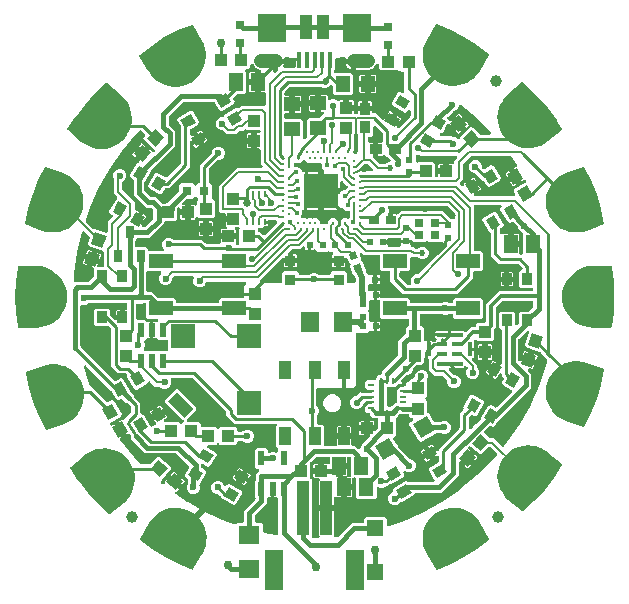
<source format=gbr>
G04 EAGLE Gerber RS-274X export*
G75*
%MOMM*%
%FSLAX34Y34*%
%LPD*%
%INTop Copper*%
%IPPOS*%
%AMOC8*
5,1,8,0,0,1.08239X$1,22.5*%
G01*
%ADD10R,1.240000X1.500000*%
%ADD11R,1.075000X1.000000*%
%ADD12R,0.800000X0.800000*%
%ADD13R,0.900000X0.900000*%
%ADD14R,1.000000X1.075000*%
%ADD15R,2.413000X2.413000*%
%ADD16C,1.200000*%
%ADD17R,0.400000X1.350000*%
%ADD18R,1.000000X2.000000*%
%ADD19C,1.000000*%
%ADD20R,1.000000X4.600000*%
%ADD21R,1.600000X3.400000*%
%ADD22R,1.400000X1.400000*%
%ADD23R,1.400000X1.400000*%
%ADD24C,4.216000*%
%ADD25R,1.000000X1.500000*%
%ADD26R,2.000000X1.200000*%
%ADD27R,0.850000X1.000000*%
%ADD28R,0.500000X0.250000*%
%ADD29R,0.250000X0.500000*%
%ADD30R,0.600000X0.600000*%
%ADD31R,0.550000X1.200000*%
%ADD32R,2.000000X2.000000*%
%ADD33R,2.000000X1.000000*%
%ADD34R,1.803000X1.600000*%
%ADD35R,0.450000X1.200000*%
%ADD36R,2.200000X0.450000*%
%ADD37R,0.950000X0.450000*%
%ADD38R,3.000000X3.000000*%
%ADD39C,0.300000*%
%ADD40R,0.750000X0.700000*%
%ADD41R,1.200000X1.350000*%
%ADD42R,0.850000X0.800000*%
%ADD43R,1.350000X1.200000*%
%ADD44R,1.050000X0.900000*%
%ADD45R,0.900000X1.050000*%
%ADD46R,1.600000X1.800000*%
%ADD47R,0.275000X0.500000*%
%ADD48R,0.600000X0.600000*%
%ADD49R,0.635000X1.016000*%
%ADD50C,0.590550*%
%ADD51C,0.254000*%
%ADD52C,0.304800*%
%ADD53C,0.508000*%
%ADD54C,0.406400*%
%ADD55C,0.228600*%
%ADD56C,0.203200*%
%ADD57C,0.750000*%
%ADD58C,0.452400*%
%ADD59C,0.177800*%
%ADD60C,0.600000*%
%ADD61C,0.635000*%
%ADD62C,0.525000*%

G36*
X3065Y-204329D02*
X3065Y-204329D01*
X3085Y-204325D01*
X3106Y-204326D01*
X3241Y-204298D01*
X3379Y-204275D01*
X3397Y-204266D01*
X3417Y-204262D01*
X3541Y-204201D01*
X3669Y-204144D01*
X3684Y-204131D01*
X3703Y-204122D01*
X3808Y-204032D01*
X3917Y-203945D01*
X3929Y-203929D01*
X3945Y-203916D01*
X4025Y-203802D01*
X4108Y-203691D01*
X4116Y-203673D01*
X4128Y-203656D01*
X4177Y-203526D01*
X4230Y-203398D01*
X4233Y-203378D01*
X4240Y-203359D01*
X4256Y-203220D01*
X4276Y-203083D01*
X4273Y-203063D01*
X4276Y-203042D01*
X4256Y-202904D01*
X4241Y-202767D01*
X4234Y-202748D01*
X4231Y-202728D01*
X4179Y-202575D01*
X3983Y-202102D01*
X3983Y-181399D01*
X8770Y-181399D01*
X8888Y-181384D01*
X9007Y-181377D01*
X9045Y-181364D01*
X9085Y-181359D01*
X9196Y-181316D01*
X9309Y-181279D01*
X9343Y-181257D01*
X9381Y-181242D01*
X9477Y-181173D01*
X9578Y-181109D01*
X9606Y-181079D01*
X9638Y-181056D01*
X9714Y-180964D01*
X9796Y-180877D01*
X9815Y-180842D01*
X9841Y-180811D01*
X9892Y-180703D01*
X9949Y-180599D01*
X9959Y-180559D01*
X9977Y-180523D01*
X9997Y-180416D01*
X10001Y-180446D01*
X10045Y-180556D01*
X10081Y-180669D01*
X10103Y-180704D01*
X10118Y-180741D01*
X10188Y-180837D01*
X10251Y-180938D01*
X10281Y-180966D01*
X10305Y-180999D01*
X10396Y-181075D01*
X10483Y-181156D01*
X10518Y-181176D01*
X10550Y-181201D01*
X10657Y-181252D01*
X10762Y-181310D01*
X10801Y-181320D01*
X10837Y-181337D01*
X10954Y-181359D01*
X11070Y-181389D01*
X11130Y-181393D01*
X11150Y-181397D01*
X11170Y-181395D01*
X11230Y-181399D01*
X16017Y-181399D01*
X16017Y-202198D01*
X16010Y-202223D01*
X16009Y-202302D01*
X15997Y-202380D01*
X16006Y-202460D01*
X16005Y-202541D01*
X16023Y-202617D01*
X16032Y-202696D01*
X16060Y-202772D01*
X16079Y-202850D01*
X16116Y-202920D01*
X16144Y-202994D01*
X16190Y-203060D01*
X16228Y-203131D01*
X16281Y-203189D01*
X16326Y-203254D01*
X16387Y-203307D01*
X16442Y-203366D01*
X16508Y-203410D01*
X16568Y-203461D01*
X16640Y-203497D01*
X16707Y-203541D01*
X16782Y-203567D01*
X16853Y-203602D01*
X16932Y-203618D01*
X17008Y-203644D01*
X17087Y-203651D01*
X17164Y-203667D01*
X17325Y-203670D01*
X18808Y-203601D01*
X18828Y-203597D01*
X18924Y-203590D01*
X19536Y-203505D01*
X19546Y-203502D01*
X19558Y-203502D01*
X19700Y-203461D01*
X19843Y-203422D01*
X19852Y-203416D01*
X19863Y-203413D01*
X19991Y-203338D01*
X20119Y-203265D01*
X20127Y-203257D01*
X20137Y-203252D01*
X20258Y-203145D01*
X31846Y-191557D01*
X40625Y-191557D01*
X40743Y-191542D01*
X40862Y-191535D01*
X40900Y-191522D01*
X40941Y-191517D01*
X41051Y-191474D01*
X41164Y-191437D01*
X41199Y-191415D01*
X41236Y-191400D01*
X41332Y-191331D01*
X41433Y-191267D01*
X41461Y-191237D01*
X41494Y-191214D01*
X41570Y-191122D01*
X41651Y-191035D01*
X41671Y-191000D01*
X41696Y-190969D01*
X41747Y-190861D01*
X41805Y-190757D01*
X41815Y-190717D01*
X41832Y-190681D01*
X41854Y-190564D01*
X41884Y-190449D01*
X41888Y-190389D01*
X41892Y-190369D01*
X41890Y-190348D01*
X41894Y-190288D01*
X41894Y-188078D01*
X43383Y-186589D01*
X59487Y-186589D01*
X60976Y-188078D01*
X60976Y-193219D01*
X60976Y-193224D01*
X60976Y-193230D01*
X60996Y-193382D01*
X61016Y-193534D01*
X61018Y-193539D01*
X61018Y-193545D01*
X61077Y-193689D01*
X61133Y-193830D01*
X61136Y-193834D01*
X61138Y-193839D01*
X61230Y-193964D01*
X61319Y-194087D01*
X61324Y-194091D01*
X61327Y-194095D01*
X61445Y-194191D01*
X61564Y-194290D01*
X61570Y-194292D01*
X61574Y-194296D01*
X61713Y-194360D01*
X61852Y-194425D01*
X61858Y-194427D01*
X61863Y-194429D01*
X62014Y-194456D01*
X62164Y-194485D01*
X62170Y-194485D01*
X62176Y-194486D01*
X62330Y-194475D01*
X62482Y-194466D01*
X62487Y-194464D01*
X62493Y-194463D01*
X62648Y-194422D01*
X73808Y-190682D01*
X73827Y-190673D01*
X73917Y-190639D01*
X91087Y-183058D01*
X91105Y-183048D01*
X91192Y-183006D01*
X107589Y-173873D01*
X107606Y-173861D01*
X107688Y-173811D01*
X123173Y-163204D01*
X123188Y-163190D01*
X123266Y-163134D01*
X137706Y-151143D01*
X137720Y-151128D01*
X137792Y-151064D01*
X151064Y-137792D01*
X151077Y-137776D01*
X151143Y-137706D01*
X154301Y-133902D01*
X154334Y-133851D01*
X154374Y-133806D01*
X154419Y-133718D01*
X154472Y-133634D01*
X154491Y-133576D01*
X154519Y-133522D01*
X154541Y-133426D01*
X154571Y-133332D01*
X154575Y-133271D01*
X154589Y-133212D01*
X154586Y-133113D01*
X154592Y-133014D01*
X154581Y-132955D01*
X154579Y-132894D01*
X154551Y-132799D01*
X154533Y-132702D01*
X154507Y-132647D01*
X154490Y-132589D01*
X154440Y-132504D01*
X154398Y-132414D01*
X154360Y-132367D01*
X154329Y-132315D01*
X154223Y-132194D01*
X149439Y-127411D01*
X149361Y-127350D01*
X149289Y-127282D01*
X149236Y-127253D01*
X149188Y-127216D01*
X149097Y-127176D01*
X149010Y-127129D01*
X148952Y-127114D01*
X148896Y-127089D01*
X148798Y-127074D01*
X148702Y-127049D01*
X148602Y-127043D01*
X148582Y-127040D01*
X148570Y-127041D01*
X148542Y-127039D01*
X147832Y-127039D01*
X147680Y-127058D01*
X147526Y-127076D01*
X147521Y-127078D01*
X147516Y-127079D01*
X147373Y-127136D01*
X147230Y-127191D01*
X147225Y-127194D01*
X147221Y-127196D01*
X147095Y-127287D01*
X146971Y-127376D01*
X146966Y-127381D01*
X146963Y-127383D01*
X146958Y-127389D01*
X146957Y-127390D01*
X146860Y-127492D01*
X142026Y-133253D01*
X139929Y-133436D01*
X132049Y-126824D01*
X131995Y-126790D01*
X131947Y-126747D01*
X131862Y-126704D01*
X131782Y-126652D01*
X131721Y-126632D01*
X131664Y-126603D01*
X131571Y-126582D01*
X131480Y-126552D01*
X131416Y-126547D01*
X131354Y-126533D01*
X131258Y-126536D01*
X131163Y-126529D01*
X131100Y-126541D01*
X131036Y-126543D01*
X130944Y-126569D01*
X130850Y-126587D01*
X130792Y-126614D01*
X130730Y-126631D01*
X130648Y-126680D01*
X130561Y-126720D01*
X130512Y-126760D01*
X130456Y-126793D01*
X130336Y-126899D01*
X130226Y-127009D01*
X130217Y-127021D01*
X130205Y-127030D01*
X130120Y-127146D01*
X130031Y-127260D01*
X130025Y-127274D01*
X130016Y-127286D01*
X129962Y-127419D01*
X129905Y-127552D01*
X129903Y-127567D01*
X129897Y-127581D01*
X129878Y-127723D01*
X129855Y-127866D01*
X129857Y-127881D01*
X129855Y-127896D01*
X129872Y-128039D01*
X129885Y-128183D01*
X129890Y-128197D01*
X129892Y-128212D01*
X129944Y-128346D01*
X129993Y-128482D01*
X130001Y-128494D01*
X130007Y-128508D01*
X130090Y-128625D01*
X130171Y-128745D01*
X130183Y-128755D01*
X130192Y-128767D01*
X130308Y-128878D01*
X131647Y-130002D01*
X128330Y-133956D01*
X128265Y-134056D01*
X128194Y-134152D01*
X128179Y-134189D01*
X128157Y-134223D01*
X128120Y-134336D01*
X128075Y-134447D01*
X128070Y-134487D01*
X128057Y-134525D01*
X128049Y-134644D01*
X128033Y-134762D01*
X128037Y-134802D01*
X128035Y-134842D01*
X128056Y-134959D01*
X128070Y-135078D01*
X128085Y-135115D01*
X128092Y-135155D01*
X128142Y-135264D01*
X128185Y-135374D01*
X128208Y-135407D01*
X128225Y-135444D01*
X128294Y-135528D01*
X128269Y-135512D01*
X128156Y-135475D01*
X128046Y-135430D01*
X128005Y-135425D01*
X127967Y-135412D01*
X127849Y-135403D01*
X127730Y-135388D01*
X127690Y-135392D01*
X127650Y-135389D01*
X127533Y-135411D01*
X127415Y-135425D01*
X127377Y-135439D01*
X127337Y-135447D01*
X127229Y-135497D01*
X127118Y-135540D01*
X127085Y-135563D01*
X127048Y-135580D01*
X126956Y-135655D01*
X126859Y-135724D01*
X126818Y-135768D01*
X126802Y-135781D01*
X126790Y-135797D01*
X126748Y-135841D01*
X123172Y-140103D01*
X123164Y-140104D01*
X123080Y-140110D01*
X123008Y-140133D01*
X122934Y-140147D01*
X122857Y-140182D01*
X122778Y-140208D01*
X122714Y-140248D01*
X122645Y-140280D01*
X122580Y-140333D01*
X122509Y-140378D01*
X122457Y-140433D01*
X122398Y-140481D01*
X122349Y-140548D01*
X122291Y-140610D01*
X122254Y-140676D01*
X122209Y-140737D01*
X122178Y-140815D01*
X122137Y-140888D01*
X122119Y-140961D01*
X122090Y-141031D01*
X122079Y-141115D01*
X122058Y-141196D01*
X122049Y-141338D01*
X122048Y-141347D01*
X122048Y-141350D01*
X122048Y-141357D01*
X122048Y-151119D01*
X107304Y-165863D01*
X85702Y-165863D01*
X85591Y-165877D01*
X85478Y-165883D01*
X85433Y-165897D01*
X85387Y-165903D01*
X85282Y-165944D01*
X85175Y-165977D01*
X85135Y-166002D01*
X85091Y-166020D01*
X85000Y-166086D01*
X84904Y-166145D01*
X84872Y-166179D01*
X84833Y-166206D01*
X84762Y-166293D01*
X84684Y-166374D01*
X84661Y-166415D01*
X84631Y-166451D01*
X84583Y-166553D01*
X84527Y-166651D01*
X84504Y-166720D01*
X84495Y-166739D01*
X84492Y-166757D01*
X84476Y-166803D01*
X84216Y-167772D01*
X73733Y-173825D01*
X73682Y-173811D01*
X73577Y-173797D01*
X73474Y-173774D01*
X73420Y-173775D01*
X73367Y-173768D01*
X73262Y-173780D01*
X73156Y-173783D01*
X73105Y-173798D01*
X73051Y-173804D01*
X72952Y-173842D01*
X72851Y-173872D01*
X72805Y-173899D01*
X72754Y-173918D01*
X72668Y-173980D01*
X72577Y-174033D01*
X72513Y-174090D01*
X72495Y-174102D01*
X72485Y-174114D01*
X72456Y-174140D01*
X71084Y-175512D01*
X69047Y-176356D01*
X66843Y-176356D01*
X64806Y-175512D01*
X63248Y-173954D01*
X62404Y-171917D01*
X62404Y-169713D01*
X63248Y-167676D01*
X64806Y-166118D01*
X65696Y-165749D01*
X65733Y-165728D01*
X65774Y-165714D01*
X65871Y-165650D01*
X65972Y-165592D01*
X66003Y-165562D01*
X66039Y-165538D01*
X66117Y-165452D01*
X66200Y-165371D01*
X66223Y-165334D01*
X66252Y-165302D01*
X66306Y-165199D01*
X66366Y-165100D01*
X66379Y-165058D01*
X66399Y-165020D01*
X66426Y-164907D01*
X66460Y-164796D01*
X66462Y-164753D01*
X66472Y-164711D01*
X66470Y-164594D01*
X66475Y-164478D01*
X66467Y-164436D01*
X66466Y-164393D01*
X66435Y-164281D01*
X66411Y-164166D01*
X66392Y-164128D01*
X66391Y-164123D01*
X66943Y-162063D01*
X77426Y-156011D01*
X79902Y-156674D01*
X79987Y-156686D01*
X80069Y-156707D01*
X80206Y-156716D01*
X80217Y-156717D01*
X80221Y-156717D01*
X80230Y-156717D01*
X100354Y-156717D01*
X100485Y-156701D01*
X100617Y-156690D01*
X100643Y-156681D01*
X100669Y-156677D01*
X100792Y-156629D01*
X100917Y-156585D01*
X100940Y-156570D01*
X100965Y-156560D01*
X101072Y-156483D01*
X101183Y-156409D01*
X101201Y-156389D01*
X101222Y-156374D01*
X101307Y-156271D01*
X101395Y-156173D01*
X101408Y-156149D01*
X101425Y-156129D01*
X101482Y-156009D01*
X101543Y-155892D01*
X101549Y-155865D01*
X101561Y-155841D01*
X101586Y-155711D01*
X101616Y-155582D01*
X101615Y-155555D01*
X101621Y-155529D01*
X101612Y-155397D01*
X101610Y-155264D01*
X101602Y-155238D01*
X101601Y-155211D01*
X101560Y-155085D01*
X101525Y-154958D01*
X101508Y-154923D01*
X101503Y-154909D01*
X101491Y-154890D01*
X101453Y-154813D01*
X96709Y-146596D01*
X97254Y-144563D01*
X104620Y-140310D01*
X104704Y-140246D01*
X104794Y-140189D01*
X104831Y-140150D01*
X104873Y-140118D01*
X104939Y-140035D01*
X105012Y-139958D01*
X105038Y-139911D01*
X105071Y-139868D01*
X105114Y-139772D01*
X105165Y-139679D01*
X105178Y-139627D01*
X105200Y-139578D01*
X105218Y-139474D01*
X105244Y-139371D01*
X105250Y-139286D01*
X105254Y-139264D01*
X105252Y-139249D01*
X105255Y-139211D01*
X105255Y-135857D01*
X105238Y-135726D01*
X105227Y-135594D01*
X105218Y-135569D01*
X105215Y-135542D01*
X105166Y-135419D01*
X105123Y-135294D01*
X105108Y-135271D01*
X105098Y-135246D01*
X105020Y-135139D01*
X104947Y-135029D01*
X104927Y-135011D01*
X104911Y-134989D01*
X104809Y-134904D01*
X104711Y-134816D01*
X104687Y-134803D01*
X104666Y-134786D01*
X104546Y-134730D01*
X104429Y-134668D01*
X104403Y-134662D01*
X104378Y-134650D01*
X104249Y-134626D01*
X104119Y-134595D01*
X104092Y-134596D01*
X104066Y-134591D01*
X103934Y-134599D01*
X103801Y-134601D01*
X103775Y-134609D01*
X103749Y-134610D01*
X103623Y-134651D01*
X103495Y-134687D01*
X103461Y-134704D01*
X103446Y-134708D01*
X103428Y-134720D01*
X103351Y-134758D01*
X101613Y-135761D01*
X100042Y-133040D01*
X103901Y-130812D01*
X103905Y-130813D01*
X103918Y-130812D01*
X103932Y-130814D01*
X104077Y-130802D01*
X104222Y-130793D01*
X104235Y-130789D01*
X104249Y-130788D01*
X104386Y-130740D01*
X104525Y-130695D01*
X104536Y-130688D01*
X104549Y-130684D01*
X104670Y-130603D01*
X104794Y-130525D01*
X104803Y-130515D01*
X104814Y-130508D01*
X104912Y-130400D01*
X105012Y-130293D01*
X105018Y-130282D01*
X105027Y-130272D01*
X105095Y-130142D01*
X105165Y-130015D01*
X105168Y-130002D01*
X105175Y-129990D01*
X105208Y-129848D01*
X105244Y-129707D01*
X105246Y-129689D01*
X105248Y-129680D01*
X105247Y-129664D01*
X105255Y-129546D01*
X105255Y-128694D01*
X107859Y-126090D01*
X122365Y-111584D01*
X122425Y-111506D01*
X122493Y-111434D01*
X122523Y-111381D01*
X122560Y-111333D01*
X122599Y-111242D01*
X122647Y-111155D01*
X122662Y-111097D01*
X122686Y-111041D01*
X122702Y-110943D01*
X122726Y-110847D01*
X122733Y-110747D01*
X122736Y-110727D01*
X122735Y-110715D01*
X122737Y-110687D01*
X122737Y-98737D01*
X125341Y-96133D01*
X125730Y-95743D01*
X125795Y-95660D01*
X125867Y-95582D01*
X125892Y-95535D01*
X125925Y-95492D01*
X125967Y-95395D01*
X126017Y-95302D01*
X126030Y-95250D01*
X126052Y-95200D01*
X126068Y-95096D01*
X126093Y-94993D01*
X126093Y-94939D01*
X126101Y-94886D01*
X126091Y-94781D01*
X126090Y-94675D01*
X126074Y-94591D01*
X126072Y-94569D01*
X126066Y-94555D01*
X126059Y-94517D01*
X125895Y-93907D01*
X131947Y-83424D01*
X133981Y-82879D01*
X143165Y-88181D01*
X143709Y-90214D01*
X137657Y-100697D01*
X135624Y-101242D01*
X133542Y-100040D01*
X133438Y-99997D01*
X133338Y-99946D01*
X133293Y-99935D01*
X133249Y-99917D01*
X133138Y-99900D01*
X133028Y-99876D01*
X132981Y-99877D01*
X132934Y-99870D01*
X132823Y-99882D01*
X132710Y-99886D01*
X132665Y-99899D01*
X132618Y-99904D01*
X132513Y-99943D01*
X132405Y-99974D01*
X132364Y-99998D01*
X132320Y-100014D01*
X132228Y-100078D01*
X132131Y-100135D01*
X132077Y-100183D01*
X132059Y-100196D01*
X132047Y-100210D01*
X132010Y-100242D01*
X130730Y-101522D01*
X130669Y-101600D01*
X130601Y-101673D01*
X130572Y-101726D01*
X130535Y-101773D01*
X130495Y-101864D01*
X130448Y-101951D01*
X130433Y-102010D01*
X130408Y-102065D01*
X130393Y-102163D01*
X130368Y-102259D01*
X130362Y-102359D01*
X130359Y-102379D01*
X130360Y-102392D01*
X130358Y-102420D01*
X130358Y-110879D01*
X130375Y-111017D01*
X130388Y-111156D01*
X130395Y-111175D01*
X130398Y-111195D01*
X130449Y-111324D01*
X130496Y-111455D01*
X130507Y-111472D01*
X130515Y-111490D01*
X130596Y-111603D01*
X130675Y-111718D01*
X130690Y-111731D01*
X130702Y-111748D01*
X130809Y-111837D01*
X130913Y-111928D01*
X130931Y-111938D01*
X130947Y-111951D01*
X131072Y-112010D01*
X131196Y-112073D01*
X131216Y-112077D01*
X131234Y-112086D01*
X131371Y-112112D01*
X131507Y-112143D01*
X131527Y-112142D01*
X131547Y-112146D01*
X131685Y-112137D01*
X131824Y-112133D01*
X131844Y-112127D01*
X131864Y-112126D01*
X131996Y-112083D01*
X132130Y-112045D01*
X132147Y-112034D01*
X132167Y-112028D01*
X132284Y-111954D01*
X132404Y-111883D01*
X132425Y-111864D01*
X132435Y-111858D01*
X132449Y-111843D01*
X132525Y-111777D01*
X133347Y-110954D01*
X133780Y-110521D01*
X133794Y-110504D01*
X133855Y-110439D01*
X134480Y-109695D01*
X135821Y-108097D01*
X135862Y-108096D01*
X135973Y-108064D01*
X136086Y-108039D01*
X136125Y-108019D01*
X136167Y-108007D01*
X136267Y-107949D01*
X136370Y-107897D01*
X136404Y-107868D01*
X136441Y-107846D01*
X136562Y-107739D01*
X140658Y-103643D01*
X140723Y-103560D01*
X140794Y-103482D01*
X140820Y-103435D01*
X140853Y-103392D01*
X140895Y-103295D01*
X140945Y-103202D01*
X140958Y-103150D01*
X140979Y-103100D01*
X140996Y-102996D01*
X141021Y-102893D01*
X141021Y-102840D01*
X141029Y-102786D01*
X141022Y-102707D01*
X147103Y-92174D01*
X149136Y-91629D01*
X152530Y-93588D01*
X152633Y-93632D01*
X152733Y-93683D01*
X152779Y-93693D01*
X152823Y-93711D01*
X152934Y-93728D01*
X153044Y-93752D01*
X153091Y-93751D01*
X153138Y-93758D01*
X153249Y-93746D01*
X153362Y-93743D01*
X153407Y-93730D01*
X153454Y-93725D01*
X153559Y-93686D01*
X153667Y-93654D01*
X153708Y-93630D01*
X153752Y-93614D01*
X153844Y-93550D01*
X153941Y-93493D01*
X153996Y-93445D01*
X154013Y-93433D01*
X154025Y-93419D01*
X154062Y-93386D01*
X166785Y-80663D01*
X166862Y-80564D01*
X166944Y-80469D01*
X166959Y-80439D01*
X166980Y-80412D01*
X167030Y-80297D01*
X167086Y-80184D01*
X167093Y-80151D01*
X167106Y-80120D01*
X167126Y-79996D01*
X167152Y-79873D01*
X167151Y-79839D01*
X167156Y-79806D01*
X167144Y-79681D01*
X167139Y-79555D01*
X167129Y-79523D01*
X167126Y-79489D01*
X167084Y-79371D01*
X167048Y-79251D01*
X167030Y-79222D01*
X167019Y-79190D01*
X166948Y-79086D01*
X166883Y-78979D01*
X166859Y-78955D01*
X166840Y-78927D01*
X166746Y-78844D01*
X166656Y-78756D01*
X166615Y-78729D01*
X166602Y-78717D01*
X166582Y-78707D01*
X166522Y-78667D01*
X159095Y-74379D01*
X158551Y-72346D01*
X160027Y-69788D01*
X160071Y-69685D01*
X160122Y-69585D01*
X160132Y-69539D01*
X160150Y-69495D01*
X160167Y-69384D01*
X160191Y-69274D01*
X160190Y-69227D01*
X160197Y-69181D01*
X160185Y-69069D01*
X160182Y-68957D01*
X160169Y-68911D01*
X160164Y-68864D01*
X160125Y-68759D01*
X160093Y-68651D01*
X160069Y-68610D01*
X160053Y-68566D01*
X159989Y-68474D01*
X159932Y-68377D01*
X159884Y-68323D01*
X159872Y-68305D01*
X159858Y-68293D01*
X159825Y-68256D01*
X158567Y-66998D01*
X158567Y-66169D01*
X158549Y-66025D01*
X158534Y-65879D01*
X158529Y-65867D01*
X158527Y-65853D01*
X158474Y-65718D01*
X158423Y-65581D01*
X158415Y-65570D01*
X158410Y-65558D01*
X158325Y-65440D01*
X158241Y-65320D01*
X158231Y-65311D01*
X158223Y-65300D01*
X158111Y-65208D01*
X158001Y-65112D01*
X157989Y-65106D01*
X157978Y-65098D01*
X157847Y-65036D01*
X157716Y-64971D01*
X157703Y-64968D01*
X157691Y-64962D01*
X157548Y-64935D01*
X157405Y-64904D01*
X157391Y-64905D01*
X157378Y-64902D01*
X157234Y-64911D01*
X157087Y-64917D01*
X157074Y-64921D01*
X157061Y-64922D01*
X156923Y-64967D01*
X156783Y-65009D01*
X156771Y-65016D01*
X156758Y-65020D01*
X156636Y-65098D01*
X156510Y-65173D01*
X156501Y-65183D01*
X156490Y-65190D01*
X156390Y-65296D01*
X156288Y-65400D01*
X156277Y-65416D01*
X156272Y-65422D01*
X156263Y-65437D01*
X156199Y-65534D01*
X154262Y-68888D01*
X153941Y-69134D01*
X153551Y-69239D01*
X153150Y-69186D01*
X151134Y-68022D01*
X153714Y-63552D01*
X153761Y-63442D01*
X153813Y-63336D01*
X153822Y-63296D01*
X153838Y-63259D01*
X153855Y-63141D01*
X153880Y-63025D01*
X153878Y-62984D01*
X153884Y-62944D01*
X153872Y-62826D01*
X153867Y-62707D01*
X153855Y-62668D01*
X153852Y-62638D01*
X153871Y-62631D01*
X153985Y-62597D01*
X154020Y-62576D01*
X154058Y-62562D01*
X154155Y-62494D01*
X154258Y-62432D01*
X154286Y-62403D01*
X154319Y-62380D01*
X154397Y-62290D01*
X154480Y-62205D01*
X154514Y-62155D01*
X154527Y-62140D01*
X154536Y-62121D01*
X154570Y-62071D01*
X157216Y-57487D01*
X157217Y-57487D01*
X157244Y-57486D01*
X157271Y-57490D01*
X157403Y-57476D01*
X157535Y-57468D01*
X157560Y-57459D01*
X157587Y-57456D01*
X157711Y-57410D01*
X157837Y-57369D01*
X157860Y-57355D01*
X157885Y-57346D01*
X157994Y-57270D01*
X158106Y-57199D01*
X158124Y-57180D01*
X158147Y-57164D01*
X158233Y-57064D01*
X158324Y-56968D01*
X158337Y-56944D01*
X158354Y-56924D01*
X158414Y-56805D01*
X158477Y-56689D01*
X158484Y-56663D01*
X158496Y-56639D01*
X158524Y-56509D01*
X158557Y-56381D01*
X158559Y-56343D01*
X158562Y-56328D01*
X158562Y-56306D01*
X158567Y-56221D01*
X158567Y-28850D01*
X158552Y-28732D01*
X158545Y-28613D01*
X158532Y-28575D01*
X158527Y-28534D01*
X158483Y-28424D01*
X158447Y-28311D01*
X158425Y-28276D01*
X158410Y-28239D01*
X158340Y-28143D01*
X158276Y-28042D01*
X158247Y-28014D01*
X158223Y-27981D01*
X158132Y-27905D01*
X158045Y-27824D01*
X158009Y-27804D01*
X157978Y-27779D01*
X157871Y-27728D01*
X157766Y-27670D01*
X157727Y-27660D01*
X157691Y-27643D01*
X157574Y-27621D01*
X157458Y-27591D01*
X157404Y-27588D01*
X155909Y-26092D01*
X155909Y-13988D01*
X157398Y-12499D01*
X168002Y-12499D01*
X169491Y-13988D01*
X169491Y-23029D01*
X169508Y-23167D01*
X169521Y-23305D01*
X169528Y-23325D01*
X169531Y-23345D01*
X169582Y-23474D01*
X169629Y-23605D01*
X169640Y-23622D01*
X169648Y-23640D01*
X169729Y-23753D01*
X169807Y-23868D01*
X169823Y-23881D01*
X169834Y-23898D01*
X169942Y-23987D01*
X170046Y-24078D01*
X170064Y-24088D01*
X170079Y-24100D01*
X170205Y-24160D01*
X170329Y-24223D01*
X170349Y-24227D01*
X170367Y-24236D01*
X170503Y-24262D01*
X170639Y-24293D01*
X170660Y-24292D01*
X170679Y-24296D01*
X170818Y-24287D01*
X170957Y-24283D01*
X170977Y-24277D01*
X170997Y-24276D01*
X171129Y-24233D01*
X171263Y-24195D01*
X171280Y-24184D01*
X171299Y-24178D01*
X171417Y-24104D01*
X171537Y-24033D01*
X171558Y-24014D01*
X171568Y-24008D01*
X171582Y-23993D01*
X171657Y-23927D01*
X173038Y-22547D01*
X173098Y-22468D01*
X173166Y-22396D01*
X173195Y-22343D01*
X173232Y-22295D01*
X173272Y-22204D01*
X173320Y-22118D01*
X173335Y-22059D01*
X173359Y-22003D01*
X173374Y-21905D01*
X173399Y-21810D01*
X173405Y-21710D01*
X173409Y-21689D01*
X173407Y-21677D01*
X173409Y-21649D01*
X173409Y-13988D01*
X174898Y-12499D01*
X180748Y-12499D01*
X180846Y-12487D01*
X180945Y-12484D01*
X181004Y-12467D01*
X181064Y-12459D01*
X181156Y-12423D01*
X181251Y-12395D01*
X181303Y-12365D01*
X181359Y-12342D01*
X181439Y-12284D01*
X181525Y-12234D01*
X181600Y-12168D01*
X181617Y-12156D01*
X181625Y-12146D01*
X181646Y-12128D01*
X184921Y-8853D01*
X184981Y-8774D01*
X185049Y-8702D01*
X185078Y-8649D01*
X185115Y-8601D01*
X185155Y-8510D01*
X185203Y-8424D01*
X185218Y-8365D01*
X185242Y-8310D01*
X185257Y-8212D01*
X185282Y-8116D01*
X185288Y-8016D01*
X185292Y-7995D01*
X185290Y-7983D01*
X185292Y-7955D01*
X185292Y-4699D01*
X185277Y-4581D01*
X185270Y-4462D01*
X185257Y-4424D01*
X185252Y-4383D01*
X185209Y-4273D01*
X185172Y-4160D01*
X185150Y-4125D01*
X185135Y-4088D01*
X185066Y-3992D01*
X185002Y-3891D01*
X184972Y-3863D01*
X184949Y-3830D01*
X184857Y-3754D01*
X184770Y-3673D01*
X184735Y-3653D01*
X184704Y-3628D01*
X184596Y-3577D01*
X184492Y-3519D01*
X184452Y-3509D01*
X184416Y-3492D01*
X184299Y-3470D01*
X184184Y-3440D01*
X184124Y-3436D01*
X184104Y-3432D01*
X184083Y-3434D01*
X184023Y-3430D01*
X159689Y-3430D01*
X159591Y-3442D01*
X159492Y-3445D01*
X159434Y-3462D01*
X159374Y-3470D01*
X159282Y-3506D01*
X159187Y-3534D01*
X159135Y-3564D01*
X159078Y-3587D01*
X158998Y-3645D01*
X158913Y-3695D01*
X158837Y-3761D01*
X158821Y-3773D01*
X158813Y-3783D01*
X158792Y-3801D01*
X153661Y-8932D01*
X153601Y-9010D01*
X153533Y-9082D01*
X153504Y-9135D01*
X153467Y-9183D01*
X153427Y-9274D01*
X153379Y-9361D01*
X153364Y-9419D01*
X153340Y-9475D01*
X153325Y-9573D01*
X153300Y-9669D01*
X153294Y-9769D01*
X153290Y-9789D01*
X153292Y-9801D01*
X153290Y-9829D01*
X153290Y-26331D01*
X152057Y-27563D01*
X151997Y-27641D01*
X151929Y-27713D01*
X151900Y-27766D01*
X151863Y-27814D01*
X151823Y-27905D01*
X151775Y-27992D01*
X151760Y-28050D01*
X151736Y-28106D01*
X151721Y-28204D01*
X151696Y-28300D01*
X151690Y-28400D01*
X151686Y-28420D01*
X151688Y-28432D01*
X151686Y-28460D01*
X151686Y-36154D01*
X150197Y-37643D01*
X138093Y-37643D01*
X137011Y-36561D01*
X136956Y-36519D01*
X136908Y-36468D01*
X136831Y-36421D01*
X136760Y-36367D01*
X136696Y-36339D01*
X136636Y-36302D01*
X136551Y-36276D01*
X136468Y-36240D01*
X136399Y-36229D01*
X136332Y-36209D01*
X136243Y-36204D01*
X136154Y-36190D01*
X136084Y-36197D01*
X136015Y-36194D01*
X135927Y-36212D01*
X135837Y-36220D01*
X135772Y-36244D01*
X135703Y-36258D01*
X135623Y-36297D01*
X135538Y-36328D01*
X135480Y-36367D01*
X135418Y-36398D01*
X135349Y-36456D01*
X135275Y-36506D01*
X135229Y-36559D01*
X135176Y-36604D01*
X135124Y-36677D01*
X135065Y-36745D01*
X135033Y-36807D01*
X134993Y-36864D01*
X134961Y-36948D01*
X134920Y-37028D01*
X134905Y-37096D01*
X134880Y-37161D01*
X134870Y-37251D01*
X134850Y-37338D01*
X134852Y-37408D01*
X134845Y-37477D01*
X134857Y-37566D01*
X134860Y-37656D01*
X134879Y-37723D01*
X134889Y-37792D01*
X134941Y-37945D01*
X135067Y-38248D01*
X135067Y-43181D01*
X131800Y-43181D01*
X131682Y-43196D01*
X131563Y-43203D01*
X131525Y-43215D01*
X131485Y-43220D01*
X131374Y-43264D01*
X131261Y-43301D01*
X131227Y-43323D01*
X131189Y-43337D01*
X131093Y-43407D01*
X130992Y-43471D01*
X130964Y-43501D01*
X130932Y-43524D01*
X130856Y-43616D01*
X130774Y-43703D01*
X130755Y-43738D01*
X130729Y-43769D01*
X130678Y-43877D01*
X130621Y-43981D01*
X130611Y-44020D01*
X130593Y-44057D01*
X130571Y-44174D01*
X130541Y-44289D01*
X130537Y-44349D01*
X130534Y-44369D01*
X130534Y-44370D01*
X130535Y-44390D01*
X130531Y-44450D01*
X130546Y-44568D01*
X130553Y-44687D01*
X130566Y-44725D01*
X130571Y-44766D01*
X130615Y-44876D01*
X130651Y-44990D01*
X130673Y-45024D01*
X130688Y-45061D01*
X130758Y-45158D01*
X130822Y-45258D01*
X130851Y-45286D01*
X130875Y-45319D01*
X130967Y-45395D01*
X131053Y-45476D01*
X131089Y-45496D01*
X131120Y-45522D01*
X131227Y-45572D01*
X131332Y-45630D01*
X131371Y-45640D01*
X131407Y-45657D01*
X131524Y-45679D01*
X131640Y-45709D01*
X131700Y-45713D01*
X131720Y-45717D01*
X131740Y-45716D01*
X131800Y-45719D01*
X135067Y-45719D01*
X135067Y-50652D01*
X134912Y-51026D01*
X134626Y-51312D01*
X134057Y-51548D01*
X134013Y-51572D01*
X133967Y-51589D01*
X133876Y-51651D01*
X133780Y-51705D01*
X133745Y-51740D01*
X133703Y-51768D01*
X133631Y-51850D01*
X133552Y-51927D01*
X133526Y-51969D01*
X133493Y-52006D01*
X133443Y-52104D01*
X133386Y-52198D01*
X133371Y-52245D01*
X133348Y-52289D01*
X133324Y-52397D01*
X133292Y-52502D01*
X133290Y-52551D01*
X133279Y-52600D01*
X133282Y-52710D01*
X133277Y-52819D01*
X133287Y-52868D01*
X133288Y-52918D01*
X133319Y-53023D01*
X133341Y-53131D01*
X133363Y-53175D01*
X133377Y-53223D01*
X133433Y-53318D01*
X133481Y-53416D01*
X133513Y-53454D01*
X133538Y-53497D01*
X133645Y-53618D01*
X137542Y-57515D01*
X137542Y-59330D01*
X137554Y-59428D01*
X137557Y-59527D01*
X137574Y-59586D01*
X137582Y-59646D01*
X137618Y-59738D01*
X137646Y-59833D01*
X137676Y-59885D01*
X137699Y-59941D01*
X137757Y-60021D01*
X137807Y-60107D01*
X137873Y-60182D01*
X137885Y-60199D01*
X137895Y-60207D01*
X137913Y-60228D01*
X138682Y-60996D01*
X139526Y-63033D01*
X139526Y-65237D01*
X138682Y-67274D01*
X137124Y-68832D01*
X135087Y-69676D01*
X132883Y-69676D01*
X130846Y-68832D01*
X129288Y-67274D01*
X128444Y-65237D01*
X128444Y-63033D01*
X129303Y-60960D01*
X129380Y-60873D01*
X129398Y-60837D01*
X129423Y-60805D01*
X129470Y-60696D01*
X129524Y-60590D01*
X129533Y-60550D01*
X129549Y-60513D01*
X129568Y-60395D01*
X129594Y-60279D01*
X129593Y-60239D01*
X129599Y-60199D01*
X129588Y-60080D01*
X129584Y-59961D01*
X129573Y-59923D01*
X129569Y-59882D01*
X129529Y-59770D01*
X129496Y-59656D01*
X129475Y-59621D01*
X129462Y-59583D01*
X129395Y-59485D01*
X129334Y-59382D01*
X129295Y-59337D01*
X129283Y-59320D01*
X129268Y-59306D01*
X129228Y-59261D01*
X128483Y-58517D01*
X128374Y-58431D01*
X128267Y-58343D01*
X128248Y-58334D01*
X128232Y-58322D01*
X128104Y-58266D01*
X127979Y-58207D01*
X127959Y-58203D01*
X127940Y-58195D01*
X127802Y-58173D01*
X127666Y-58147D01*
X127646Y-58149D01*
X127626Y-58145D01*
X127487Y-58159D01*
X127349Y-58167D01*
X127330Y-58173D01*
X127310Y-58175D01*
X127178Y-58222D01*
X127047Y-58265D01*
X127029Y-58276D01*
X127010Y-58283D01*
X126895Y-58361D01*
X126778Y-58435D01*
X126764Y-58450D01*
X126747Y-58461D01*
X126655Y-58565D01*
X126560Y-58667D01*
X126550Y-58685D01*
X126537Y-58700D01*
X126473Y-58824D01*
X126406Y-58945D01*
X126401Y-58965D01*
X126392Y-58983D01*
X126362Y-59119D01*
X126327Y-59253D01*
X126325Y-59281D01*
X126322Y-59293D01*
X126323Y-59314D01*
X126318Y-59400D01*
X126162Y-59776D01*
X125876Y-60062D01*
X125502Y-60217D01*
X114666Y-60217D01*
X114528Y-60234D01*
X114390Y-60247D01*
X114370Y-60254D01*
X114350Y-60257D01*
X114221Y-60308D01*
X114090Y-60355D01*
X114073Y-60366D01*
X114055Y-60374D01*
X113942Y-60455D01*
X113827Y-60533D01*
X113814Y-60549D01*
X113797Y-60560D01*
X113709Y-60668D01*
X113617Y-60772D01*
X113607Y-60790D01*
X113595Y-60805D01*
X113535Y-60931D01*
X113472Y-61055D01*
X113468Y-61075D01*
X113459Y-61093D01*
X113433Y-61230D01*
X113402Y-61365D01*
X113403Y-61386D01*
X113399Y-61405D01*
X113408Y-61544D01*
X113412Y-61683D01*
X113418Y-61703D01*
X113419Y-61723D01*
X113462Y-61855D01*
X113500Y-61989D01*
X113511Y-62006D01*
X113517Y-62025D01*
X113592Y-62143D01*
X113662Y-62263D01*
X113681Y-62284D01*
X113687Y-62294D01*
X113702Y-62308D01*
X113768Y-62383D01*
X117100Y-65716D01*
X117179Y-65776D01*
X117251Y-65844D01*
X117304Y-65873D01*
X117352Y-65910D01*
X117443Y-65950D01*
X117529Y-65998D01*
X117588Y-66013D01*
X117644Y-66037D01*
X117742Y-66052D01*
X117837Y-66077D01*
X117937Y-66083D01*
X117958Y-66087D01*
X117970Y-66085D01*
X117998Y-66087D01*
X119085Y-66087D01*
X121122Y-66931D01*
X122680Y-68489D01*
X123524Y-70526D01*
X123524Y-72730D01*
X122680Y-74767D01*
X121122Y-76325D01*
X119085Y-77169D01*
X116881Y-77169D01*
X114844Y-76325D01*
X113286Y-74767D01*
X112442Y-72730D01*
X112442Y-71643D01*
X112430Y-71545D01*
X112427Y-71446D01*
X112410Y-71388D01*
X112402Y-71327D01*
X112366Y-71235D01*
X112338Y-71140D01*
X112308Y-71088D01*
X112285Y-71032D01*
X112227Y-70952D01*
X112177Y-70866D01*
X112111Y-70791D01*
X112099Y-70774D01*
X112089Y-70767D01*
X112071Y-70745D01*
X108423Y-67098D01*
X108345Y-67038D01*
X108273Y-66970D01*
X108220Y-66941D01*
X108172Y-66903D01*
X108081Y-66864D01*
X107994Y-66816D01*
X107936Y-66801D01*
X107880Y-66777D01*
X107782Y-66761D01*
X107687Y-66737D01*
X107586Y-66730D01*
X107566Y-66727D01*
X107554Y-66728D01*
X107526Y-66727D01*
X101575Y-66727D01*
X96519Y-61671D01*
X96519Y-52736D01*
X96504Y-52618D01*
X96497Y-52499D01*
X96484Y-52461D01*
X96479Y-52420D01*
X96436Y-52310D01*
X96399Y-52197D01*
X96377Y-52162D01*
X96362Y-52125D01*
X96293Y-52029D01*
X96229Y-51928D01*
X96199Y-51900D01*
X96176Y-51867D01*
X96084Y-51791D01*
X95997Y-51710D01*
X95962Y-51690D01*
X95931Y-51665D01*
X95823Y-51614D01*
X95719Y-51556D01*
X95679Y-51546D01*
X95643Y-51529D01*
X95526Y-51507D01*
X95411Y-51477D01*
X95351Y-51473D01*
X95331Y-51469D01*
X95310Y-51471D01*
X95250Y-51467D01*
X94332Y-51467D01*
X94293Y-51448D01*
X94185Y-51428D01*
X94079Y-51399D01*
X94029Y-51398D01*
X93980Y-51388D01*
X93871Y-51395D01*
X93761Y-51393D01*
X93713Y-51405D01*
X93663Y-51408D01*
X93559Y-51442D01*
X93452Y-51468D01*
X93408Y-51491D01*
X93361Y-51506D01*
X93268Y-51565D01*
X93171Y-51616D01*
X93134Y-51650D01*
X93092Y-51676D01*
X93017Y-51756D01*
X92935Y-51830D01*
X92908Y-51872D01*
X92874Y-51908D01*
X92821Y-52004D01*
X92761Y-52096D01*
X92744Y-52143D01*
X92720Y-52186D01*
X92693Y-52293D01*
X92657Y-52397D01*
X92653Y-52446D01*
X92641Y-52494D01*
X92631Y-52655D01*
X92631Y-56202D01*
X91142Y-57691D01*
X86714Y-57691D01*
X86616Y-57703D01*
X86517Y-57706D01*
X86459Y-57723D01*
X86398Y-57731D01*
X86306Y-57767D01*
X86211Y-57795D01*
X86159Y-57825D01*
X86103Y-57848D01*
X86023Y-57906D01*
X85937Y-57956D01*
X85862Y-58022D01*
X85845Y-58034D01*
X85838Y-58044D01*
X85816Y-58062D01*
X83565Y-60314D01*
X83504Y-60392D01*
X83436Y-60465D01*
X83407Y-60518D01*
X83370Y-60565D01*
X83330Y-60656D01*
X83283Y-60743D01*
X83268Y-60802D01*
X83243Y-60857D01*
X83228Y-60955D01*
X83203Y-61051D01*
X83197Y-61151D01*
X83194Y-61171D01*
X83195Y-61184D01*
X83193Y-61212D01*
X83193Y-61940D01*
X82350Y-63976D01*
X80791Y-65535D01*
X78754Y-66378D01*
X77722Y-66378D01*
X77623Y-66391D01*
X77524Y-66394D01*
X77466Y-66410D01*
X77406Y-66418D01*
X77314Y-66455D01*
X77219Y-66482D01*
X77167Y-66513D01*
X77110Y-66535D01*
X77030Y-66593D01*
X76945Y-66644D01*
X76870Y-66710D01*
X76853Y-66722D01*
X76845Y-66731D01*
X76824Y-66750D01*
X73553Y-70022D01*
X73467Y-70131D01*
X73379Y-70238D01*
X73370Y-70257D01*
X73358Y-70273D01*
X73302Y-70401D01*
X73243Y-70526D01*
X73239Y-70546D01*
X73231Y-70565D01*
X73209Y-70703D01*
X73183Y-70839D01*
X73185Y-70859D01*
X73182Y-70879D01*
X73195Y-71018D01*
X73203Y-71156D01*
X73209Y-71175D01*
X73211Y-71195D01*
X73259Y-71327D01*
X73301Y-71458D01*
X73312Y-71476D01*
X73319Y-71495D01*
X73397Y-71610D01*
X73471Y-71727D01*
X73486Y-71741D01*
X73498Y-71758D01*
X73602Y-71850D01*
X73703Y-71945D01*
X73721Y-71955D01*
X73736Y-71968D01*
X73826Y-72014D01*
X73826Y-74375D01*
X73841Y-74493D01*
X73848Y-74612D01*
X73860Y-74650D01*
X73865Y-74691D01*
X73909Y-74801D01*
X73946Y-74914D01*
X73968Y-74949D01*
X73982Y-74986D01*
X74052Y-75082D01*
X74116Y-75183D01*
X74146Y-75211D01*
X74169Y-75244D01*
X74261Y-75320D01*
X74348Y-75401D01*
X74383Y-75421D01*
X74414Y-75446D01*
X74522Y-75497D01*
X74626Y-75555D01*
X74665Y-75565D01*
X74702Y-75582D01*
X74819Y-75604D01*
X74934Y-75634D01*
X74994Y-75638D01*
X75014Y-75642D01*
X75015Y-75642D01*
X75035Y-75640D01*
X75095Y-75644D01*
X75213Y-75629D01*
X75332Y-75622D01*
X75370Y-75609D01*
X75411Y-75604D01*
X75521Y-75561D01*
X75635Y-75524D01*
X75669Y-75502D01*
X75706Y-75487D01*
X75803Y-75418D01*
X75903Y-75354D01*
X75931Y-75324D01*
X75964Y-75301D01*
X76040Y-75209D01*
X76121Y-75122D01*
X76141Y-75087D01*
X76167Y-75056D01*
X76217Y-74948D01*
X76275Y-74844D01*
X76285Y-74804D01*
X76302Y-74768D01*
X76324Y-74651D01*
X76354Y-74536D01*
X76358Y-74476D01*
X76362Y-74456D01*
X76361Y-74435D01*
X76364Y-74375D01*
X76364Y-72188D01*
X77797Y-72188D01*
X78262Y-72381D01*
X78275Y-72391D01*
X78403Y-72446D01*
X78529Y-72506D01*
X78548Y-72509D01*
X78567Y-72517D01*
X78705Y-72539D01*
X78841Y-72565D01*
X78861Y-72564D01*
X78881Y-72567D01*
X79020Y-72554D01*
X79159Y-72546D01*
X79177Y-72540D01*
X79197Y-72538D01*
X79329Y-72491D01*
X79461Y-72448D01*
X79478Y-72437D01*
X79497Y-72430D01*
X79612Y-72352D01*
X79730Y-72278D01*
X79743Y-72263D01*
X79760Y-72252D01*
X79852Y-72147D01*
X79948Y-72046D01*
X79957Y-72028D01*
X79971Y-72013D01*
X80034Y-71889D01*
X80101Y-71767D01*
X80106Y-71748D01*
X80115Y-71730D01*
X80146Y-71594D01*
X80181Y-71459D01*
X80182Y-71432D01*
X80185Y-71420D01*
X80184Y-71400D01*
X80191Y-71299D01*
X80191Y-71153D01*
X81679Y-69665D01*
X82652Y-69665D01*
X82770Y-69650D01*
X82889Y-69643D01*
X82927Y-69630D01*
X82967Y-69625D01*
X83078Y-69581D01*
X83191Y-69545D01*
X83225Y-69523D01*
X83263Y-69508D01*
X83359Y-69438D01*
X83460Y-69374D01*
X83487Y-69345D01*
X83520Y-69321D01*
X83596Y-69229D01*
X83678Y-69143D01*
X83697Y-69107D01*
X83723Y-69076D01*
X83774Y-68969D01*
X83831Y-68864D01*
X83841Y-68825D01*
X83859Y-68788D01*
X83870Y-68729D01*
X84537Y-68062D01*
X84598Y-67984D01*
X84665Y-67912D01*
X84695Y-67859D01*
X84732Y-67811D01*
X84771Y-67720D01*
X84819Y-67633D01*
X84834Y-67574D01*
X84858Y-67519D01*
X84874Y-67421D01*
X84898Y-67325D01*
X84905Y-67225D01*
X84908Y-67205D01*
X84907Y-67192D01*
X84909Y-67164D01*
X84909Y-66005D01*
X85752Y-63968D01*
X87311Y-62410D01*
X89347Y-61566D01*
X91552Y-61566D01*
X93588Y-62410D01*
X95147Y-63968D01*
X95990Y-66005D01*
X95990Y-68209D01*
X95242Y-70015D01*
X95234Y-70043D01*
X95221Y-70070D01*
X95192Y-70197D01*
X95158Y-70322D01*
X95158Y-70351D01*
X95151Y-70380D01*
X95155Y-70510D01*
X95153Y-70640D01*
X95160Y-70668D01*
X95161Y-70698D01*
X95197Y-70822D01*
X95227Y-70949D01*
X95241Y-70975D01*
X95249Y-71003D01*
X95272Y-71042D01*
X95272Y-84008D01*
X94097Y-85183D01*
X94024Y-85277D01*
X93945Y-85366D01*
X93927Y-85402D01*
X93902Y-85434D01*
X93855Y-85544D01*
X93801Y-85650D01*
X93792Y-85689D01*
X93776Y-85726D01*
X93757Y-85844D01*
X93731Y-85960D01*
X93732Y-86000D01*
X93726Y-86040D01*
X93737Y-86159D01*
X93741Y-86278D01*
X93752Y-86317D01*
X93756Y-86357D01*
X93796Y-86469D01*
X93829Y-86583D01*
X93850Y-86618D01*
X93864Y-86656D01*
X93930Y-86755D01*
X93991Y-86857D01*
X94031Y-86903D01*
X94042Y-86919D01*
X94057Y-86933D01*
X94097Y-86978D01*
X95272Y-88153D01*
X95272Y-97258D01*
X95286Y-97369D01*
X95292Y-97482D01*
X95306Y-97527D01*
X95312Y-97573D01*
X95353Y-97678D01*
X95387Y-97785D01*
X95412Y-97825D01*
X95429Y-97869D01*
X95495Y-97960D01*
X95554Y-98056D01*
X95588Y-98088D01*
X95616Y-98126D01*
X95703Y-98198D01*
X95784Y-98276D01*
X95825Y-98299D01*
X95861Y-98329D01*
X95963Y-98377D01*
X96061Y-98432D01*
X96129Y-98456D01*
X96149Y-98465D01*
X96167Y-98468D01*
X96213Y-98484D01*
X96830Y-98649D01*
X100604Y-105186D01*
X100668Y-105270D01*
X100724Y-105359D01*
X100763Y-105396D01*
X100796Y-105439D01*
X100879Y-105505D01*
X100956Y-105577D01*
X101003Y-105603D01*
X101045Y-105637D01*
X101142Y-105680D01*
X101234Y-105731D01*
X101286Y-105744D01*
X101336Y-105766D01*
X101440Y-105784D01*
X101542Y-105810D01*
X101628Y-105815D01*
X101649Y-105819D01*
X101665Y-105818D01*
X101703Y-105820D01*
X106398Y-105820D01*
X106407Y-105819D01*
X106416Y-105820D01*
X106565Y-105799D01*
X106713Y-105780D01*
X106722Y-105777D01*
X106731Y-105776D01*
X106883Y-105724D01*
X108753Y-104949D01*
X110957Y-104949D01*
X112994Y-105793D01*
X114552Y-107351D01*
X115396Y-109388D01*
X115396Y-111592D01*
X114552Y-113629D01*
X112994Y-115187D01*
X110957Y-116031D01*
X108753Y-116031D01*
X106623Y-115149D01*
X106615Y-115143D01*
X106524Y-115103D01*
X106438Y-115055D01*
X106379Y-115040D01*
X106324Y-115016D01*
X106226Y-115001D01*
X106130Y-114976D01*
X106030Y-114970D01*
X106009Y-114966D01*
X105997Y-114968D01*
X105969Y-114966D01*
X104095Y-114966D01*
X104003Y-114977D01*
X103911Y-114979D01*
X103846Y-114997D01*
X103779Y-115006D01*
X103693Y-115040D01*
X103604Y-115064D01*
X103499Y-115116D01*
X103484Y-115123D01*
X103477Y-115128D01*
X103460Y-115136D01*
X90390Y-122682D01*
X88357Y-122137D01*
X80305Y-108190D01*
X80850Y-106157D01*
X83087Y-104865D01*
X83203Y-104777D01*
X83321Y-104691D01*
X83330Y-104681D01*
X83340Y-104673D01*
X83431Y-104559D01*
X83524Y-104446D01*
X83530Y-104434D01*
X83538Y-104423D01*
X83598Y-104290D01*
X83659Y-104158D01*
X83662Y-104145D01*
X83667Y-104133D01*
X83692Y-103988D01*
X83719Y-103846D01*
X83718Y-103833D01*
X83721Y-103819D01*
X83708Y-103673D01*
X83699Y-103529D01*
X83695Y-103516D01*
X83694Y-103502D01*
X83646Y-103364D01*
X83601Y-103226D01*
X83594Y-103215D01*
X83590Y-103202D01*
X83509Y-103081D01*
X83431Y-102957D01*
X83421Y-102948D01*
X83414Y-102937D01*
X83306Y-102840D01*
X83200Y-102740D01*
X83188Y-102733D01*
X83178Y-102724D01*
X83049Y-102656D01*
X82921Y-102586D01*
X82908Y-102583D01*
X82896Y-102576D01*
X82754Y-102543D01*
X82613Y-102507D01*
X82595Y-102505D01*
X82587Y-102503D01*
X82569Y-102504D01*
X82453Y-102496D01*
X81679Y-102496D01*
X80191Y-101008D01*
X80191Y-100423D01*
X80176Y-100304D01*
X80169Y-100186D01*
X80156Y-100147D01*
X80151Y-100107D01*
X80107Y-99996D01*
X80071Y-99883D01*
X80049Y-99849D01*
X80034Y-99811D01*
X79964Y-99715D01*
X79900Y-99614D01*
X79871Y-99587D01*
X79847Y-99554D01*
X79755Y-99478D01*
X79669Y-99397D01*
X79633Y-99377D01*
X79602Y-99351D01*
X79495Y-99301D01*
X79390Y-99243D01*
X79351Y-99233D01*
X79314Y-99216D01*
X79198Y-99193D01*
X79082Y-99164D01*
X79022Y-99160D01*
X79002Y-99156D01*
X78982Y-99157D01*
X78922Y-99153D01*
X73281Y-99153D01*
X73273Y-99149D01*
X73241Y-99124D01*
X73132Y-99077D01*
X73026Y-99023D01*
X72986Y-99014D01*
X72949Y-98998D01*
X72832Y-98979D01*
X72716Y-98953D01*
X72675Y-98955D01*
X72635Y-98948D01*
X72516Y-98959D01*
X72398Y-98963D01*
X72359Y-98974D01*
X72319Y-98978D01*
X72207Y-99018D01*
X72092Y-99051D01*
X72057Y-99072D01*
X72019Y-99086D01*
X71921Y-99152D01*
X71818Y-99213D01*
X71773Y-99253D01*
X71756Y-99264D01*
X71743Y-99279D01*
X71697Y-99319D01*
X71539Y-99477D01*
X70757Y-100259D01*
X70697Y-100338D01*
X70629Y-100410D01*
X70600Y-100463D01*
X70563Y-100511D01*
X70523Y-100602D01*
X70475Y-100688D01*
X70460Y-100747D01*
X70436Y-100802D01*
X70421Y-100900D01*
X70396Y-100996D01*
X70390Y-101096D01*
X70386Y-101117D01*
X70388Y-101129D01*
X70386Y-101157D01*
X70386Y-101507D01*
X68868Y-103025D01*
X68795Y-103119D01*
X68716Y-103208D01*
X68698Y-103244D01*
X68673Y-103276D01*
X68626Y-103386D01*
X68572Y-103492D01*
X68563Y-103531D01*
X68547Y-103568D01*
X68528Y-103686D01*
X68502Y-103802D01*
X68503Y-103842D01*
X68497Y-103882D01*
X68508Y-104001D01*
X68512Y-104120D01*
X68523Y-104158D01*
X68527Y-104199D01*
X68567Y-104311D01*
X68600Y-104425D01*
X68621Y-104460D01*
X68634Y-104498D01*
X68701Y-104597D01*
X68762Y-104699D01*
X68802Y-104744D01*
X68813Y-104761D01*
X68828Y-104775D01*
X68868Y-104820D01*
X69121Y-105073D01*
X69121Y-117177D01*
X67605Y-118693D01*
X67598Y-118693D01*
X67572Y-118702D01*
X67545Y-118706D01*
X67422Y-118754D01*
X67297Y-118798D01*
X67275Y-118813D01*
X67250Y-118823D01*
X67143Y-118900D01*
X67032Y-118974D01*
X67014Y-118994D01*
X66992Y-119009D01*
X66908Y-119112D01*
X66819Y-119210D01*
X66807Y-119234D01*
X66789Y-119254D01*
X66733Y-119374D01*
X66672Y-119491D01*
X66665Y-119518D01*
X66654Y-119542D01*
X66629Y-119672D01*
X66599Y-119801D01*
X66599Y-119828D01*
X66594Y-119854D01*
X66602Y-119986D01*
X66605Y-120119D01*
X66612Y-120145D01*
X66614Y-120172D01*
X66655Y-120298D01*
X66690Y-120425D01*
X66707Y-120460D01*
X66712Y-120474D01*
X66724Y-120493D01*
X66762Y-120570D01*
X70216Y-126553D01*
X70268Y-126622D01*
X70312Y-126695D01*
X70402Y-126798D01*
X70409Y-126807D01*
X70412Y-126810D01*
X70418Y-126816D01*
X70973Y-127371D01*
X80633Y-137031D01*
X80640Y-137037D01*
X80646Y-137044D01*
X80766Y-137134D01*
X80884Y-137226D01*
X80893Y-137230D01*
X80900Y-137235D01*
X81045Y-137306D01*
X83149Y-138178D01*
X84707Y-139736D01*
X85551Y-141773D01*
X85551Y-143977D01*
X84707Y-146014D01*
X83149Y-147572D01*
X81112Y-148416D01*
X78908Y-148416D01*
X76910Y-147588D01*
X76849Y-147572D01*
X76791Y-147546D01*
X76696Y-147530D01*
X76603Y-147504D01*
X76540Y-147503D01*
X76478Y-147493D01*
X76382Y-147501D01*
X76285Y-147499D01*
X76224Y-147514D01*
X76161Y-147519D01*
X76070Y-147551D01*
X75976Y-147573D01*
X75920Y-147603D01*
X75861Y-147624D01*
X75780Y-147677D01*
X75695Y-147722D01*
X75648Y-147765D01*
X75596Y-147799D01*
X75531Y-147871D01*
X75459Y-147936D01*
X75425Y-147989D01*
X75383Y-148036D01*
X75338Y-148121D01*
X75285Y-148202D01*
X75264Y-148261D01*
X75235Y-148317D01*
X75213Y-148411D01*
X75182Y-148502D01*
X75177Y-148565D01*
X75162Y-148627D01*
X75164Y-148723D01*
X75156Y-148820D01*
X75167Y-148882D01*
X75168Y-148945D01*
X75194Y-149038D01*
X75211Y-149133D01*
X75237Y-149190D01*
X75254Y-149251D01*
X75325Y-149395D01*
X76011Y-150584D01*
X75466Y-152617D01*
X64983Y-158669D01*
X64373Y-158506D01*
X64268Y-158491D01*
X64165Y-158468D01*
X64111Y-158470D01*
X64058Y-158463D01*
X63953Y-158475D01*
X63847Y-158478D01*
X63795Y-158493D01*
X63742Y-158499D01*
X63643Y-158537D01*
X63541Y-158566D01*
X63495Y-158594D01*
X63445Y-158613D01*
X63359Y-158674D01*
X63268Y-158728D01*
X63203Y-158784D01*
X63185Y-158797D01*
X63175Y-158809D01*
X63147Y-158834D01*
X61960Y-160021D01*
X61066Y-160021D01*
X60968Y-160033D01*
X60869Y-160036D01*
X60810Y-160053D01*
X60750Y-160061D01*
X60658Y-160097D01*
X60563Y-160125D01*
X60511Y-160155D01*
X60455Y-160178D01*
X60375Y-160236D01*
X60289Y-160286D01*
X60214Y-160352D01*
X60197Y-160364D01*
X60189Y-160374D01*
X60168Y-160392D01*
X59654Y-160907D01*
X57617Y-161751D01*
X55413Y-161751D01*
X54286Y-161284D01*
X54238Y-161271D01*
X54193Y-161250D01*
X54085Y-161229D01*
X53979Y-161200D01*
X53929Y-161199D01*
X53880Y-161190D01*
X53771Y-161197D01*
X53661Y-161195D01*
X53613Y-161206D01*
X53563Y-161210D01*
X53459Y-161243D01*
X53352Y-161269D01*
X53308Y-161292D01*
X53261Y-161308D01*
X53168Y-161366D01*
X53071Y-161418D01*
X53034Y-161451D01*
X52992Y-161478D01*
X52917Y-161558D01*
X52835Y-161632D01*
X52808Y-161673D01*
X52774Y-161709D01*
X52721Y-161806D01*
X52661Y-161897D01*
X52644Y-161944D01*
X52620Y-161988D01*
X52593Y-162094D01*
X52557Y-162198D01*
X52553Y-162248D01*
X52541Y-162296D01*
X52531Y-162456D01*
X52531Y-169842D01*
X51042Y-171331D01*
X36538Y-171331D01*
X35049Y-169842D01*
X35049Y-154185D01*
X35034Y-154067D01*
X35027Y-153948D01*
X35014Y-153910D01*
X35009Y-153869D01*
X34966Y-153759D01*
X34929Y-153646D01*
X34907Y-153611D01*
X34892Y-153574D01*
X34823Y-153478D01*
X34759Y-153377D01*
X34729Y-153349D01*
X34706Y-153316D01*
X34614Y-153240D01*
X34527Y-153159D01*
X34492Y-153139D01*
X34461Y-153114D01*
X34353Y-153063D01*
X34249Y-153005D01*
X34209Y-152995D01*
X34173Y-152978D01*
X34056Y-152956D01*
X33941Y-152926D01*
X33881Y-152922D01*
X33861Y-152918D01*
X33840Y-152920D01*
X33780Y-152916D01*
X33276Y-152916D01*
X33158Y-152931D01*
X33039Y-152938D01*
X33001Y-152951D01*
X32960Y-152956D01*
X32850Y-152999D01*
X32737Y-153036D01*
X32702Y-153058D01*
X32665Y-153073D01*
X32569Y-153142D01*
X32468Y-153206D01*
X32440Y-153236D01*
X32407Y-153259D01*
X32331Y-153351D01*
X32250Y-153438D01*
X32230Y-153473D01*
X32205Y-153504D01*
X32154Y-153612D01*
X32096Y-153716D01*
X32086Y-153756D01*
X32069Y-153792D01*
X32047Y-153909D01*
X32017Y-154024D01*
X32013Y-154084D01*
X32009Y-154104D01*
X32011Y-154125D01*
X32007Y-154185D01*
X32007Y-158751D01*
X27329Y-158751D01*
X27329Y-152661D01*
X27314Y-152543D01*
X27307Y-152424D01*
X27294Y-152386D01*
X27289Y-152345D01*
X27245Y-152235D01*
X27209Y-152122D01*
X27187Y-152087D01*
X27172Y-152050D01*
X27102Y-151954D01*
X27039Y-151853D01*
X27009Y-151825D01*
X26985Y-151792D01*
X26894Y-151716D01*
X26807Y-151635D01*
X26772Y-151615D01*
X26740Y-151590D01*
X26633Y-151539D01*
X26529Y-151481D01*
X26489Y-151471D01*
X26453Y-151454D01*
X26336Y-151432D01*
X26221Y-151402D01*
X26160Y-151398D01*
X26140Y-151394D01*
X26120Y-151396D01*
X26060Y-151392D01*
X23520Y-151392D01*
X23402Y-151407D01*
X23283Y-151414D01*
X23245Y-151427D01*
X23205Y-151432D01*
X23094Y-151475D01*
X22981Y-151512D01*
X22946Y-151534D01*
X22909Y-151549D01*
X22881Y-151569D01*
X22880Y-151564D01*
X22884Y-151504D01*
X22884Y-145414D01*
X27562Y-145414D01*
X27562Y-150577D01*
X27379Y-151018D01*
X27366Y-151066D01*
X27345Y-151111D01*
X27324Y-151219D01*
X27295Y-151325D01*
X27294Y-151375D01*
X27285Y-151424D01*
X27292Y-151533D01*
X27290Y-151643D01*
X27302Y-151691D01*
X27305Y-151741D01*
X27339Y-151845D01*
X27364Y-151952D01*
X27387Y-151996D01*
X27403Y-152043D01*
X27462Y-152136D01*
X27513Y-152233D01*
X27546Y-152270D01*
X27573Y-152312D01*
X27653Y-152387D01*
X27727Y-152469D01*
X27768Y-152496D01*
X27805Y-152530D01*
X27901Y-152583D01*
X27993Y-152643D01*
X28040Y-152660D01*
X28083Y-152684D01*
X28189Y-152711D01*
X28293Y-152747D01*
X28343Y-152751D01*
X28391Y-152763D01*
X28552Y-152773D01*
X29335Y-152773D01*
X29453Y-152758D01*
X29572Y-152751D01*
X29610Y-152738D01*
X29651Y-152733D01*
X29761Y-152690D01*
X29874Y-152653D01*
X29909Y-152631D01*
X29946Y-152616D01*
X30042Y-152547D01*
X30143Y-152483D01*
X30171Y-152453D01*
X30204Y-152430D01*
X30280Y-152338D01*
X30361Y-152251D01*
X30381Y-152216D01*
X30406Y-152185D01*
X30457Y-152077D01*
X30515Y-151973D01*
X30525Y-151933D01*
X30542Y-151897D01*
X30564Y-151780D01*
X30594Y-151665D01*
X30598Y-151605D01*
X30602Y-151585D01*
X30600Y-151564D01*
X30604Y-151504D01*
X30604Y-136652D01*
X30589Y-136534D01*
X30582Y-136415D01*
X30569Y-136377D01*
X30564Y-136336D01*
X30521Y-136226D01*
X30484Y-136113D01*
X30462Y-136078D01*
X30447Y-136041D01*
X30378Y-135945D01*
X30314Y-135844D01*
X30284Y-135816D01*
X30261Y-135783D01*
X30169Y-135707D01*
X30082Y-135626D01*
X30047Y-135606D01*
X30016Y-135581D01*
X29908Y-135530D01*
X29804Y-135472D01*
X29764Y-135462D01*
X29728Y-135445D01*
X29611Y-135423D01*
X29496Y-135393D01*
X29436Y-135389D01*
X29416Y-135385D01*
X29395Y-135387D01*
X29335Y-135383D01*
X28831Y-135383D01*
X28713Y-135398D01*
X28594Y-135405D01*
X28556Y-135418D01*
X28515Y-135423D01*
X28405Y-135466D01*
X28292Y-135503D01*
X28257Y-135525D01*
X28220Y-135540D01*
X28124Y-135609D01*
X28023Y-135673D01*
X27995Y-135703D01*
X27962Y-135726D01*
X27886Y-135818D01*
X27805Y-135905D01*
X27785Y-135940D01*
X27760Y-135971D01*
X27709Y-136079D01*
X27651Y-136183D01*
X27641Y-136223D01*
X27624Y-136259D01*
X27602Y-136376D01*
X27572Y-136491D01*
X27568Y-136551D01*
X27564Y-136571D01*
X27566Y-136592D01*
X27562Y-136652D01*
X27562Y-140336D01*
X21615Y-140336D01*
X21497Y-140351D01*
X21378Y-140358D01*
X21340Y-140371D01*
X21300Y-140376D01*
X21189Y-140419D01*
X21076Y-140456D01*
X21041Y-140478D01*
X21004Y-140493D01*
X20908Y-140563D01*
X20807Y-140626D01*
X20779Y-140656D01*
X20747Y-140680D01*
X20671Y-140771D01*
X20589Y-140858D01*
X20570Y-140893D01*
X20544Y-140924D01*
X20493Y-141032D01*
X20436Y-141136D01*
X20425Y-141176D01*
X20408Y-141212D01*
X20386Y-141329D01*
X20356Y-141444D01*
X20352Y-141505D01*
X20348Y-141525D01*
X20350Y-141545D01*
X20346Y-141605D01*
X20346Y-142876D01*
X19075Y-142876D01*
X18957Y-142891D01*
X18838Y-142898D01*
X18800Y-142911D01*
X18760Y-142916D01*
X18649Y-142960D01*
X18536Y-142996D01*
X18501Y-143018D01*
X18464Y-143033D01*
X18368Y-143103D01*
X18267Y-143166D01*
X18239Y-143196D01*
X18206Y-143220D01*
X18131Y-143311D01*
X18049Y-143398D01*
X18029Y-143433D01*
X18004Y-143465D01*
X17953Y-143572D01*
X17895Y-143676D01*
X17885Y-143716D01*
X17868Y-143752D01*
X17846Y-143869D01*
X17816Y-143984D01*
X17812Y-144045D01*
X17808Y-144065D01*
X17810Y-144085D01*
X17806Y-144145D01*
X17806Y-151504D01*
X17821Y-151622D01*
X17828Y-151741D01*
X17841Y-151779D01*
X17846Y-151820D01*
X17889Y-151930D01*
X17926Y-152043D01*
X17948Y-152078D01*
X17963Y-152115D01*
X18033Y-152211D01*
X18096Y-152312D01*
X18126Y-152340D01*
X18150Y-152373D01*
X18241Y-152449D01*
X18328Y-152530D01*
X18363Y-152550D01*
X18394Y-152575D01*
X18502Y-152626D01*
X18606Y-152684D01*
X18646Y-152694D01*
X18682Y-152711D01*
X18799Y-152733D01*
X18914Y-152763D01*
X18975Y-152767D01*
X18995Y-152771D01*
X19015Y-152769D01*
X19075Y-152773D01*
X21615Y-152773D01*
X21733Y-152758D01*
X21852Y-152751D01*
X21890Y-152738D01*
X21930Y-152733D01*
X22041Y-152690D01*
X22154Y-152653D01*
X22189Y-152631D01*
X22226Y-152616D01*
X22254Y-152596D01*
X22255Y-152601D01*
X22251Y-152661D01*
X22251Y-160020D01*
X22266Y-160138D01*
X22273Y-160257D01*
X22286Y-160295D01*
X22291Y-160335D01*
X22334Y-160446D01*
X22371Y-160559D01*
X22393Y-160594D01*
X22408Y-160631D01*
X22478Y-160727D01*
X22541Y-160828D01*
X22571Y-160856D01*
X22595Y-160888D01*
X22686Y-160964D01*
X22773Y-161046D01*
X22808Y-161065D01*
X22839Y-161091D01*
X22947Y-161142D01*
X23051Y-161199D01*
X23091Y-161210D01*
X23127Y-161227D01*
X23244Y-161249D01*
X23359Y-161279D01*
X23420Y-161283D01*
X23440Y-161287D01*
X23460Y-161285D01*
X23520Y-161289D01*
X24791Y-161289D01*
X24791Y-161291D01*
X23520Y-161291D01*
X23402Y-161306D01*
X23283Y-161313D01*
X23245Y-161326D01*
X23205Y-161331D01*
X23094Y-161375D01*
X22981Y-161411D01*
X22946Y-161433D01*
X22909Y-161448D01*
X22813Y-161518D01*
X22712Y-161581D01*
X22684Y-161611D01*
X22651Y-161635D01*
X22576Y-161726D01*
X22494Y-161813D01*
X22474Y-161848D01*
X22449Y-161880D01*
X22398Y-161987D01*
X22340Y-162091D01*
X22330Y-162131D01*
X22313Y-162167D01*
X22291Y-162284D01*
X22261Y-162399D01*
X22257Y-162460D01*
X22253Y-162480D01*
X22254Y-162498D01*
X22253Y-162504D01*
X22254Y-162512D01*
X22251Y-162560D01*
X22251Y-169807D01*
X18388Y-169807D01*
X17781Y-169555D01*
X17757Y-169549D01*
X17679Y-169512D01*
X17660Y-169508D01*
X17642Y-169501D01*
X17504Y-169478D01*
X17490Y-169476D01*
X17474Y-169471D01*
X17466Y-169471D01*
X17366Y-169452D01*
X17347Y-169453D01*
X17328Y-169450D01*
X17189Y-169463D01*
X17049Y-169472D01*
X17031Y-169478D01*
X17012Y-169480D01*
X16880Y-169527D01*
X16747Y-169570D01*
X16730Y-169580D01*
X16712Y-169587D01*
X16596Y-169665D01*
X16478Y-169740D01*
X16465Y-169754D01*
X16449Y-169765D01*
X16356Y-169870D01*
X16260Y-169972D01*
X16251Y-169988D01*
X16238Y-170003D01*
X16174Y-170128D01*
X16106Y-170250D01*
X16102Y-170269D01*
X16093Y-170286D01*
X16062Y-170422D01*
X16027Y-170558D01*
X16025Y-170585D01*
X16023Y-170596D01*
X16023Y-170616D01*
X16017Y-170719D01*
X16017Y-176401D01*
X11230Y-176401D01*
X11112Y-176416D01*
X10993Y-176423D01*
X10955Y-176435D01*
X10915Y-176441D01*
X10804Y-176484D01*
X10691Y-176521D01*
X10657Y-176543D01*
X10619Y-176558D01*
X10523Y-176627D01*
X10422Y-176691D01*
X10394Y-176721D01*
X10362Y-176744D01*
X10286Y-176836D01*
X10204Y-176923D01*
X10185Y-176958D01*
X10159Y-176989D01*
X10108Y-177097D01*
X10051Y-177201D01*
X10041Y-177241D01*
X10023Y-177277D01*
X10003Y-177384D01*
X9999Y-177354D01*
X9955Y-177244D01*
X9919Y-177131D01*
X9897Y-177096D01*
X9882Y-177059D01*
X9812Y-176962D01*
X9749Y-176862D01*
X9719Y-176834D01*
X9695Y-176801D01*
X9604Y-176725D01*
X9517Y-176644D01*
X9482Y-176624D01*
X9450Y-176599D01*
X9343Y-176548D01*
X9238Y-176490D01*
X9199Y-176480D01*
X9163Y-176463D01*
X9046Y-176441D01*
X8930Y-176411D01*
X8870Y-176407D01*
X8850Y-176403D01*
X8830Y-176405D01*
X8770Y-176401D01*
X3983Y-176401D01*
X3983Y-155698D01*
X4234Y-155092D01*
X4247Y-155044D01*
X4269Y-154999D01*
X4289Y-154891D01*
X4318Y-154785D01*
X4319Y-154735D01*
X4328Y-154686D01*
X4322Y-154577D01*
X4323Y-154467D01*
X4312Y-154419D01*
X4309Y-154369D01*
X4275Y-154265D01*
X4249Y-154158D01*
X4226Y-154114D01*
X4211Y-154067D01*
X4152Y-153974D01*
X4100Y-153877D01*
X4067Y-153840D01*
X4040Y-153798D01*
X3960Y-153723D01*
X3887Y-153641D01*
X3845Y-153614D01*
X3809Y-153580D01*
X3713Y-153527D01*
X3621Y-153467D01*
X3574Y-153450D01*
X3530Y-153426D01*
X3424Y-153399D01*
X3320Y-153363D01*
X3270Y-153359D01*
X3222Y-153347D01*
X3062Y-153337D01*
X-252Y-153337D01*
X-704Y-153149D01*
X-752Y-153136D01*
X-797Y-153115D01*
X-834Y-153108D01*
X-880Y-152974D01*
X-1067Y-152522D01*
X-1067Y-149819D01*
X4095Y-149819D01*
X4213Y-149804D01*
X4332Y-149797D01*
X4370Y-149784D01*
X4410Y-149779D01*
X4521Y-149736D01*
X4634Y-149699D01*
X4668Y-149677D01*
X4706Y-149662D01*
X4802Y-149593D01*
X4903Y-149529D01*
X4931Y-149499D01*
X4963Y-149476D01*
X5039Y-149384D01*
X5121Y-149297D01*
X5140Y-149262D01*
X5166Y-149231D01*
X5217Y-149123D01*
X5274Y-149019D01*
X5284Y-148979D01*
X5302Y-148943D01*
X5324Y-148826D01*
X5354Y-148711D01*
X5358Y-148651D01*
X5361Y-148631D01*
X5360Y-148610D01*
X5364Y-148550D01*
X5364Y-147359D01*
X6555Y-147359D01*
X6673Y-147344D01*
X6792Y-147337D01*
X6830Y-147324D01*
X6871Y-147319D01*
X6981Y-147275D01*
X7094Y-147239D01*
X7129Y-147217D01*
X7166Y-147202D01*
X7262Y-147132D01*
X7363Y-147069D01*
X7391Y-147039D01*
X7424Y-147015D01*
X7500Y-146924D01*
X7581Y-146837D01*
X7601Y-146802D01*
X7626Y-146770D01*
X7677Y-146663D01*
X7735Y-146558D01*
X7745Y-146519D01*
X7762Y-146483D01*
X7784Y-146366D01*
X7814Y-146250D01*
X7818Y-146190D01*
X7822Y-146170D01*
X7821Y-146166D01*
X7822Y-146164D01*
X7821Y-146147D01*
X7824Y-146090D01*
X7824Y-141303D01*
X10902Y-141303D01*
X11373Y-141498D01*
X11421Y-141512D01*
X11466Y-141533D01*
X11574Y-141553D01*
X11680Y-141582D01*
X11730Y-141583D01*
X11779Y-141592D01*
X11888Y-141586D01*
X11998Y-141587D01*
X12046Y-141576D01*
X12096Y-141573D01*
X12200Y-141539D01*
X12307Y-141513D01*
X12351Y-141490D01*
X12398Y-141475D01*
X12491Y-141416D01*
X12588Y-141365D01*
X12625Y-141331D01*
X12667Y-141305D01*
X12742Y-141224D01*
X12824Y-141151D01*
X12851Y-141109D01*
X12885Y-141073D01*
X12938Y-140977D01*
X12998Y-140885D01*
X13015Y-140838D01*
X13039Y-140794D01*
X13066Y-140688D01*
X13102Y-140584D01*
X13106Y-140534D01*
X13118Y-140486D01*
X13128Y-140326D01*
X13128Y-136652D01*
X13113Y-136534D01*
X13106Y-136415D01*
X13093Y-136377D01*
X13088Y-136336D01*
X13045Y-136226D01*
X13008Y-136113D01*
X12986Y-136078D01*
X12971Y-136041D01*
X12902Y-135945D01*
X12838Y-135844D01*
X12808Y-135816D01*
X12785Y-135783D01*
X12693Y-135707D01*
X12606Y-135626D01*
X12571Y-135606D01*
X12540Y-135581D01*
X12432Y-135530D01*
X12328Y-135472D01*
X12288Y-135462D01*
X12252Y-135445D01*
X12135Y-135423D01*
X12020Y-135393D01*
X11960Y-135389D01*
X11940Y-135385D01*
X11919Y-135387D01*
X11859Y-135383D01*
X1785Y-135383D01*
X1687Y-135395D01*
X1588Y-135398D01*
X1529Y-135415D01*
X1469Y-135423D01*
X1377Y-135459D01*
X1282Y-135487D01*
X1230Y-135517D01*
X1174Y-135540D01*
X1093Y-135598D01*
X1008Y-135648D01*
X933Y-135714D01*
X916Y-135726D01*
X908Y-135736D01*
X887Y-135754D01*
X-3388Y-140029D01*
X-3448Y-140108D01*
X-3516Y-140180D01*
X-3545Y-140233D01*
X-3582Y-140281D01*
X-3622Y-140372D01*
X-3670Y-140458D01*
X-3685Y-140517D01*
X-3709Y-140572D01*
X-3724Y-140670D01*
X-3749Y-140766D01*
X-3755Y-140866D01*
X-3759Y-140887D01*
X-3757Y-140899D01*
X-3759Y-140927D01*
X-3759Y-153022D01*
X-3747Y-153120D01*
X-3744Y-153219D01*
X-3727Y-153277D01*
X-3719Y-153337D01*
X-3683Y-153429D01*
X-3655Y-153525D01*
X-3625Y-153577D01*
X-3602Y-153633D01*
X-3544Y-153713D01*
X-3494Y-153798D01*
X-3428Y-153874D01*
X-3416Y-153890D01*
X-3406Y-153898D01*
X-3388Y-153919D01*
X-2950Y-154357D01*
X-2895Y-154400D01*
X-2846Y-154450D01*
X-2769Y-154497D01*
X-2699Y-154552D01*
X-2635Y-154580D01*
X-2575Y-154616D01*
X-2489Y-154643D01*
X-2459Y-154656D01*
X-2459Y-203145D01*
X-2448Y-203234D01*
X-2447Y-203324D01*
X-2428Y-203391D01*
X-2419Y-203461D01*
X-2386Y-203544D01*
X-2363Y-203631D01*
X-2328Y-203691D01*
X-2302Y-203756D01*
X-2250Y-203829D01*
X-2205Y-203907D01*
X-2157Y-203957D01*
X-2116Y-204014D01*
X-2046Y-204071D01*
X-1984Y-204135D01*
X-1924Y-204172D01*
X-1871Y-204216D01*
X-1789Y-204255D01*
X-1713Y-204302D01*
X-1646Y-204322D01*
X-1583Y-204352D01*
X-1495Y-204369D01*
X-1409Y-204395D01*
X-1285Y-204409D01*
X-1271Y-204412D01*
X-1264Y-204411D01*
X-1249Y-204413D01*
X-59Y-204468D01*
X-38Y-204466D01*
X59Y-204468D01*
X3065Y-204329D01*
G37*
G36*
X-67392Y-192734D02*
X-67392Y-192734D01*
X-67247Y-192730D01*
X-67233Y-192726D01*
X-67218Y-192725D01*
X-67080Y-192682D01*
X-66941Y-192641D01*
X-66929Y-192634D01*
X-66915Y-192630D01*
X-66792Y-192553D01*
X-66667Y-192480D01*
X-66652Y-192467D01*
X-66645Y-192462D01*
X-66632Y-192449D01*
X-66547Y-192373D01*
X-65312Y-191139D01*
X-61087Y-191139D01*
X-60969Y-191124D01*
X-60850Y-191117D01*
X-60812Y-191104D01*
X-60771Y-191099D01*
X-60661Y-191056D01*
X-60548Y-191019D01*
X-60513Y-190997D01*
X-60476Y-190982D01*
X-60380Y-190913D01*
X-60279Y-190849D01*
X-60251Y-190819D01*
X-60218Y-190796D01*
X-60142Y-190704D01*
X-60061Y-190617D01*
X-60041Y-190582D01*
X-60016Y-190551D01*
X-59965Y-190443D01*
X-59907Y-190339D01*
X-59897Y-190299D01*
X-59880Y-190263D01*
X-59858Y-190146D01*
X-59828Y-190031D01*
X-59824Y-189971D01*
X-59820Y-189951D01*
X-59822Y-189930D01*
X-59818Y-189870D01*
X-59818Y-181312D01*
X-56767Y-178262D01*
X-50282Y-171777D01*
X-50209Y-171683D01*
X-50131Y-171593D01*
X-50112Y-171557D01*
X-50088Y-171525D01*
X-50040Y-171416D01*
X-49986Y-171310D01*
X-49977Y-171271D01*
X-49961Y-171234D01*
X-49942Y-171116D01*
X-49916Y-171000D01*
X-49918Y-170959D01*
X-49911Y-170919D01*
X-49923Y-170801D01*
X-49926Y-170682D01*
X-49937Y-170643D01*
X-49941Y-170603D01*
X-49981Y-170491D01*
X-50015Y-170376D01*
X-50035Y-170342D01*
X-50049Y-170304D01*
X-50116Y-170205D01*
X-50176Y-170102D01*
X-50216Y-170057D01*
X-50227Y-170040D01*
X-50243Y-170027D01*
X-50282Y-169982D01*
X-50351Y-169913D01*
X-50351Y-155809D01*
X-50030Y-155487D01*
X-49969Y-155409D01*
X-49901Y-155337D01*
X-49872Y-155284D01*
X-49835Y-155236D01*
X-49795Y-155145D01*
X-49747Y-155058D01*
X-49732Y-155000D01*
X-49708Y-154944D01*
X-49693Y-154846D01*
X-49668Y-154751D01*
X-49662Y-154651D01*
X-49658Y-154630D01*
X-49660Y-154618D01*
X-49658Y-154590D01*
X-49658Y-149871D01*
X-47353Y-147566D01*
X-47268Y-147457D01*
X-47179Y-147350D01*
X-47171Y-147331D01*
X-47158Y-147315D01*
X-47103Y-147187D01*
X-47044Y-147062D01*
X-47040Y-147042D01*
X-47032Y-147023D01*
X-47010Y-146886D01*
X-46984Y-146749D01*
X-46985Y-146729D01*
X-46982Y-146709D01*
X-46995Y-146570D01*
X-47004Y-146432D01*
X-47010Y-146413D01*
X-47012Y-146393D01*
X-47059Y-146261D01*
X-47102Y-146130D01*
X-47113Y-146112D01*
X-47120Y-146093D01*
X-47198Y-145978D01*
X-47272Y-145861D01*
X-47287Y-145847D01*
X-47298Y-145830D01*
X-47402Y-145738D01*
X-47504Y-145643D01*
X-47521Y-145633D01*
X-47537Y-145620D01*
X-47661Y-145556D01*
X-47782Y-145489D01*
X-47802Y-145484D01*
X-47820Y-145475D01*
X-47956Y-145445D01*
X-48090Y-145410D01*
X-48118Y-145408D01*
X-48130Y-145405D01*
X-48151Y-145406D01*
X-48251Y-145400D01*
X-48862Y-145400D01*
X-50351Y-143911D01*
X-50351Y-129807D01*
X-48862Y-128318D01*
X-41258Y-128318D01*
X-39769Y-129807D01*
X-39769Y-130706D01*
X-39763Y-130755D01*
X-39765Y-130805D01*
X-39743Y-130912D01*
X-39729Y-131021D01*
X-39711Y-131068D01*
X-39701Y-131116D01*
X-39653Y-131215D01*
X-39612Y-131317D01*
X-39583Y-131357D01*
X-39561Y-131402D01*
X-39490Y-131485D01*
X-39426Y-131574D01*
X-39387Y-131606D01*
X-39355Y-131644D01*
X-39265Y-131707D01*
X-39181Y-131777D01*
X-39136Y-131798D01*
X-39095Y-131827D01*
X-38992Y-131866D01*
X-38893Y-131913D01*
X-38844Y-131922D01*
X-38798Y-131940D01*
X-38688Y-131952D01*
X-38581Y-131972D01*
X-38531Y-131969D01*
X-38482Y-131975D01*
X-38373Y-131959D01*
X-38263Y-131953D01*
X-38216Y-131937D01*
X-38167Y-131930D01*
X-38014Y-131878D01*
X-36662Y-131318D01*
X-34458Y-131318D01*
X-33106Y-131878D01*
X-33058Y-131892D01*
X-33013Y-131913D01*
X-32905Y-131933D01*
X-32799Y-131962D01*
X-32749Y-131963D01*
X-32700Y-131972D01*
X-32591Y-131966D01*
X-32481Y-131967D01*
X-32433Y-131956D01*
X-32383Y-131953D01*
X-32279Y-131919D01*
X-32172Y-131893D01*
X-32128Y-131870D01*
X-32081Y-131855D01*
X-31988Y-131796D01*
X-31891Y-131744D01*
X-31854Y-131711D01*
X-31812Y-131684D01*
X-31737Y-131604D01*
X-31655Y-131531D01*
X-31628Y-131489D01*
X-31594Y-131453D01*
X-31541Y-131357D01*
X-31481Y-131265D01*
X-31464Y-131218D01*
X-31440Y-131174D01*
X-31413Y-131068D01*
X-31377Y-130964D01*
X-31373Y-130914D01*
X-31361Y-130866D01*
X-31351Y-130706D01*
X-31351Y-129807D01*
X-31301Y-129757D01*
X-31228Y-129663D01*
X-31149Y-129574D01*
X-31131Y-129538D01*
X-31106Y-129506D01*
X-31059Y-129397D01*
X-31005Y-129290D01*
X-30996Y-129251D01*
X-30980Y-129214D01*
X-30961Y-129096D01*
X-30935Y-128980D01*
X-30936Y-128940D01*
X-30930Y-128900D01*
X-30941Y-128781D01*
X-30945Y-128662D01*
X-30956Y-128623D01*
X-30960Y-128583D01*
X-31000Y-128471D01*
X-31033Y-128357D01*
X-31054Y-128322D01*
X-31067Y-128284D01*
X-31134Y-128185D01*
X-31195Y-128083D01*
X-31235Y-128038D01*
X-31246Y-128021D01*
X-31261Y-128007D01*
X-31301Y-127962D01*
X-32541Y-126722D01*
X-32541Y-109618D01*
X-32406Y-109483D01*
X-32320Y-109373D01*
X-32232Y-109266D01*
X-32223Y-109247D01*
X-32211Y-109231D01*
X-32155Y-109103D01*
X-32096Y-108978D01*
X-32092Y-108958D01*
X-32084Y-108939D01*
X-32062Y-108801D01*
X-32036Y-108665D01*
X-32038Y-108645D01*
X-32034Y-108625D01*
X-32048Y-108486D01*
X-32056Y-108348D01*
X-32062Y-108329D01*
X-32064Y-108309D01*
X-32111Y-108178D01*
X-32154Y-108046D01*
X-32165Y-108028D01*
X-32172Y-108009D01*
X-32250Y-107895D01*
X-32324Y-107777D01*
X-32339Y-107763D01*
X-32350Y-107746D01*
X-32455Y-107654D01*
X-32556Y-107559D01*
X-32574Y-107549D01*
X-32589Y-107536D01*
X-32713Y-107473D01*
X-32834Y-107405D01*
X-32854Y-107400D01*
X-32872Y-107391D01*
X-33008Y-107361D01*
X-33142Y-107326D01*
X-33170Y-107324D01*
X-33182Y-107321D01*
X-33203Y-107322D01*
X-33303Y-107316D01*
X-68253Y-107316D01*
X-70857Y-104712D01*
X-74931Y-100638D01*
X-74931Y-97989D01*
X-74943Y-97891D01*
X-74946Y-97792D01*
X-74963Y-97734D01*
X-74971Y-97674D01*
X-75007Y-97582D01*
X-75035Y-97486D01*
X-75065Y-97434D01*
X-75088Y-97378D01*
X-75146Y-97298D01*
X-75196Y-97213D01*
X-75262Y-97137D01*
X-75274Y-97121D01*
X-75284Y-97113D01*
X-75302Y-97092D01*
X-103442Y-68952D01*
X-103520Y-68892D01*
X-103592Y-68824D01*
X-103645Y-68795D01*
X-103693Y-68758D01*
X-103784Y-68718D01*
X-103871Y-68670D01*
X-103929Y-68655D01*
X-103985Y-68631D01*
X-104083Y-68616D01*
X-104179Y-68591D01*
X-104279Y-68585D01*
X-104299Y-68581D01*
X-104311Y-68583D01*
X-104339Y-68581D01*
X-120734Y-68581D01*
X-120783Y-68587D01*
X-120833Y-68585D01*
X-120940Y-68607D01*
X-121049Y-68621D01*
X-121095Y-68639D01*
X-121144Y-68649D01*
X-121243Y-68697D01*
X-121345Y-68738D01*
X-121385Y-68767D01*
X-121430Y-68789D01*
X-121513Y-68860D01*
X-121602Y-68924D01*
X-121634Y-68963D01*
X-121672Y-68995D01*
X-121735Y-69085D01*
X-121805Y-69169D01*
X-121826Y-69214D01*
X-121855Y-69255D01*
X-121894Y-69358D01*
X-121941Y-69457D01*
X-121950Y-69506D01*
X-121968Y-69552D01*
X-121980Y-69662D01*
X-122000Y-69769D01*
X-121997Y-69819D01*
X-122003Y-69868D01*
X-121987Y-69977D01*
X-121981Y-70087D01*
X-121965Y-70134D01*
X-121958Y-70183D01*
X-121906Y-70336D01*
X-121459Y-71415D01*
X-121459Y-73619D01*
X-122303Y-75656D01*
X-123861Y-77214D01*
X-125898Y-78058D01*
X-128102Y-78058D01*
X-130139Y-77214D01*
X-130907Y-76445D01*
X-130986Y-76385D01*
X-131058Y-76317D01*
X-131111Y-76288D01*
X-131159Y-76251D01*
X-131250Y-76211D01*
X-131336Y-76163D01*
X-131395Y-76148D01*
X-131450Y-76124D01*
X-131548Y-76109D01*
X-131644Y-76084D01*
X-131744Y-76078D01*
X-131765Y-76074D01*
X-131777Y-76076D01*
X-131805Y-76074D01*
X-134823Y-76074D01*
X-139053Y-71844D01*
X-139157Y-71763D01*
X-139258Y-71678D01*
X-139282Y-71666D01*
X-139304Y-71649D01*
X-139426Y-71597D01*
X-139544Y-71539D01*
X-139571Y-71534D01*
X-139596Y-71523D01*
X-139727Y-71502D01*
X-139856Y-71476D01*
X-139883Y-71477D01*
X-139910Y-71473D01*
X-140042Y-71486D01*
X-140174Y-71493D01*
X-140199Y-71501D01*
X-140226Y-71503D01*
X-140351Y-71548D01*
X-140477Y-71587D01*
X-140500Y-71602D01*
X-140526Y-71611D01*
X-140635Y-71685D01*
X-140748Y-71755D01*
X-140766Y-71774D01*
X-140789Y-71789D01*
X-140877Y-71889D01*
X-140968Y-71984D01*
X-140981Y-72007D01*
X-140999Y-72028D01*
X-141060Y-72146D01*
X-141125Y-72261D01*
X-141137Y-72297D01*
X-141144Y-72311D01*
X-141149Y-72332D01*
X-141176Y-72413D01*
X-141400Y-73249D01*
X-150584Y-78551D01*
X-152617Y-78006D01*
X-158669Y-67523D01*
X-158506Y-66913D01*
X-158491Y-66808D01*
X-158468Y-66705D01*
X-158470Y-66651D01*
X-158463Y-66598D01*
X-158475Y-66492D01*
X-158478Y-66387D01*
X-158493Y-66335D01*
X-158499Y-66282D01*
X-158537Y-66183D01*
X-158566Y-66081D01*
X-158594Y-66035D01*
X-158613Y-65985D01*
X-158674Y-65899D01*
X-158728Y-65808D01*
X-158785Y-65743D01*
X-158797Y-65725D01*
X-158809Y-65716D01*
X-158834Y-65687D01*
X-159224Y-65297D01*
X-159302Y-65236D01*
X-159374Y-65168D01*
X-159427Y-65139D01*
X-159475Y-65102D01*
X-159566Y-65063D01*
X-159653Y-65015D01*
X-159712Y-65000D01*
X-159767Y-64976D01*
X-159865Y-64960D01*
X-159961Y-64935D01*
X-160061Y-64929D01*
X-160081Y-64926D01*
X-160093Y-64927D01*
X-160121Y-64925D01*
X-166581Y-64925D01*
X-172327Y-59179D01*
X-172327Y-27377D01*
X-172339Y-27278D01*
X-172342Y-27179D01*
X-172359Y-27121D01*
X-172367Y-27061D01*
X-172403Y-26969D01*
X-172431Y-26874D01*
X-172461Y-26822D01*
X-172484Y-26765D01*
X-172542Y-26685D01*
X-172592Y-26600D01*
X-172658Y-26525D01*
X-172670Y-26508D01*
X-172680Y-26500D01*
X-172698Y-26479D01*
X-173765Y-25413D01*
X-173843Y-25352D01*
X-173915Y-25284D01*
X-173969Y-25255D01*
X-174016Y-25218D01*
X-174107Y-25178D01*
X-174194Y-25130D01*
X-174253Y-25115D01*
X-174308Y-25091D01*
X-174406Y-25076D01*
X-174502Y-25051D01*
X-174602Y-25045D01*
X-174622Y-25041D01*
X-174635Y-25043D01*
X-174663Y-25041D01*
X-185502Y-25041D01*
X-186991Y-23552D01*
X-186991Y-11448D01*
X-185502Y-9959D01*
X-174898Y-9959D01*
X-173409Y-11448D01*
X-173409Y-14464D01*
X-173397Y-14562D01*
X-173394Y-14661D01*
X-173377Y-14720D01*
X-173369Y-14780D01*
X-173333Y-14872D01*
X-173305Y-14967D01*
X-173275Y-15019D01*
X-173252Y-15075D01*
X-173194Y-15156D01*
X-173144Y-15241D01*
X-173078Y-15316D01*
X-173066Y-15333D01*
X-173056Y-15341D01*
X-173037Y-15362D01*
X-172106Y-16293D01*
X-169147Y-19253D01*
X-169068Y-19313D01*
X-168996Y-19381D01*
X-168943Y-19410D01*
X-168895Y-19447D01*
X-168804Y-19487D01*
X-168718Y-19535D01*
X-168659Y-19550D01*
X-168604Y-19574D01*
X-168506Y-19589D01*
X-168410Y-19614D01*
X-168310Y-19620D01*
X-168290Y-19624D01*
X-168277Y-19622D01*
X-168249Y-19624D01*
X-163555Y-19624D01*
X-163437Y-19609D01*
X-163318Y-19602D01*
X-163280Y-19589D01*
X-163240Y-19584D01*
X-163129Y-19541D01*
X-163016Y-19504D01*
X-162982Y-19482D01*
X-162944Y-19467D01*
X-162848Y-19398D01*
X-162747Y-19334D01*
X-162719Y-19304D01*
X-162687Y-19281D01*
X-162611Y-19189D01*
X-162529Y-19102D01*
X-162510Y-19067D01*
X-162484Y-19036D01*
X-162433Y-18928D01*
X-162376Y-18824D01*
X-162366Y-18784D01*
X-162348Y-18748D01*
X-162326Y-18631D01*
X-162296Y-18516D01*
X-162292Y-18456D01*
X-162289Y-18436D01*
X-162290Y-18415D01*
X-162286Y-18355D01*
X-162286Y-17914D01*
X-161845Y-17914D01*
X-161727Y-17899D01*
X-161608Y-17892D01*
X-161570Y-17879D01*
X-161529Y-17874D01*
X-161419Y-17830D01*
X-161306Y-17794D01*
X-161271Y-17772D01*
X-161234Y-17757D01*
X-161137Y-17687D01*
X-161037Y-17624D01*
X-161009Y-17594D01*
X-160976Y-17570D01*
X-160900Y-17479D01*
X-160819Y-17392D01*
X-160799Y-17357D01*
X-160774Y-17325D01*
X-160723Y-17218D01*
X-160665Y-17113D01*
X-160655Y-17074D01*
X-160638Y-17038D01*
X-160616Y-16921D01*
X-160586Y-16805D01*
X-160582Y-16745D01*
X-160578Y-16725D01*
X-160579Y-16707D01*
X-160578Y-16701D01*
X-160579Y-16693D01*
X-160576Y-16645D01*
X-160576Y-11483D01*
X-159842Y-11483D01*
X-159724Y-11468D01*
X-159605Y-11461D01*
X-159567Y-11448D01*
X-159527Y-11443D01*
X-159416Y-11400D01*
X-159303Y-11363D01*
X-159269Y-11341D01*
X-159231Y-11326D01*
X-159135Y-11257D01*
X-159034Y-11193D01*
X-159006Y-11163D01*
X-158974Y-11140D01*
X-158898Y-11048D01*
X-158816Y-10961D01*
X-158797Y-10926D01*
X-158771Y-10895D01*
X-158720Y-10787D01*
X-158663Y-10683D01*
X-158653Y-10643D01*
X-158635Y-10607D01*
X-158613Y-10490D01*
X-158583Y-10375D01*
X-158579Y-10315D01*
X-158576Y-10295D01*
X-158577Y-10274D01*
X-158573Y-10214D01*
X-158573Y-6350D01*
X-158588Y-6232D01*
X-158595Y-6113D01*
X-158608Y-6075D01*
X-158613Y-6034D01*
X-158657Y-5924D01*
X-158693Y-5811D01*
X-158715Y-5776D01*
X-158730Y-5739D01*
X-158800Y-5643D01*
X-158863Y-5542D01*
X-158893Y-5514D01*
X-158917Y-5481D01*
X-159008Y-5405D01*
X-159095Y-5324D01*
X-159130Y-5304D01*
X-159162Y-5279D01*
X-159269Y-5228D01*
X-159374Y-5170D01*
X-159413Y-5160D01*
X-159449Y-5143D01*
X-159566Y-5121D01*
X-159682Y-5091D01*
X-159742Y-5087D01*
X-159762Y-5083D01*
X-159782Y-5085D01*
X-159842Y-5081D01*
X-190724Y-5081D01*
X-190823Y-5093D01*
X-190922Y-5096D01*
X-190980Y-5113D01*
X-191040Y-5121D01*
X-191132Y-5157D01*
X-191227Y-5185D01*
X-191279Y-5215D01*
X-191336Y-5238D01*
X-191416Y-5296D01*
X-191501Y-5346D01*
X-191576Y-5412D01*
X-191593Y-5424D01*
X-191601Y-5434D01*
X-191622Y-5452D01*
X-192086Y-5916D01*
X-194122Y-6760D01*
X-196327Y-6760D01*
X-196517Y-6681D01*
X-196565Y-6668D01*
X-196610Y-6647D01*
X-196717Y-6626D01*
X-196823Y-6597D01*
X-196873Y-6596D01*
X-196922Y-6587D01*
X-197031Y-6594D01*
X-197141Y-6592D01*
X-197190Y-6604D01*
X-197239Y-6607D01*
X-197344Y-6641D01*
X-197451Y-6666D01*
X-197495Y-6690D01*
X-197542Y-6705D01*
X-197635Y-6764D01*
X-197732Y-6815D01*
X-197769Y-6848D01*
X-197811Y-6875D01*
X-197886Y-6955D01*
X-197967Y-7029D01*
X-197994Y-7070D01*
X-198028Y-7107D01*
X-198081Y-7203D01*
X-198142Y-7295D01*
X-198158Y-7342D01*
X-198182Y-7385D01*
X-198209Y-7491D01*
X-198245Y-7595D01*
X-198249Y-7645D01*
X-198261Y-7693D01*
X-198272Y-7854D01*
X-198272Y-41463D01*
X-198259Y-41561D01*
X-198256Y-41660D01*
X-198239Y-41719D01*
X-198232Y-41779D01*
X-198195Y-41871D01*
X-198168Y-41966D01*
X-198137Y-42018D01*
X-198115Y-42074D01*
X-198057Y-42154D01*
X-198006Y-42240D01*
X-197940Y-42315D01*
X-197928Y-42332D01*
X-197919Y-42340D01*
X-197900Y-42361D01*
X-169366Y-70894D01*
X-169277Y-70963D01*
X-169194Y-71038D01*
X-169152Y-71060D01*
X-169115Y-71089D01*
X-169012Y-71134D01*
X-168912Y-71186D01*
X-168866Y-71197D01*
X-168823Y-71216D01*
X-168712Y-71233D01*
X-168603Y-71259D01*
X-168556Y-71258D01*
X-168509Y-71265D01*
X-168397Y-71255D01*
X-168285Y-71253D01*
X-168239Y-71240D01*
X-168192Y-71236D01*
X-168087Y-71198D01*
X-167978Y-71168D01*
X-167914Y-71135D01*
X-167893Y-71128D01*
X-167878Y-71118D01*
X-167834Y-71096D01*
X-164096Y-68938D01*
X-162063Y-69483D01*
X-155985Y-80010D01*
X-155990Y-80042D01*
X-155978Y-80147D01*
X-155974Y-80252D01*
X-155959Y-80304D01*
X-155953Y-80358D01*
X-155915Y-80456D01*
X-155886Y-80558D01*
X-155859Y-80604D01*
X-155839Y-80654D01*
X-155778Y-80741D01*
X-155724Y-80832D01*
X-155668Y-80896D01*
X-155655Y-80914D01*
X-155643Y-80924D01*
X-155618Y-80952D01*
X-152907Y-83663D01*
X-152907Y-84215D01*
X-152895Y-84313D01*
X-152892Y-84412D01*
X-152875Y-84470D01*
X-152867Y-84531D01*
X-152831Y-84623D01*
X-152803Y-84718D01*
X-152773Y-84770D01*
X-152750Y-84826D01*
X-152692Y-84906D01*
X-152642Y-84992D01*
X-152576Y-85067D01*
X-152564Y-85084D01*
X-152554Y-85091D01*
X-152536Y-85113D01*
X-147573Y-90075D01*
X-147573Y-98013D01*
X-147559Y-98124D01*
X-147553Y-98237D01*
X-147539Y-98282D01*
X-147533Y-98329D01*
X-147492Y-98433D01*
X-147459Y-98540D01*
X-147434Y-98581D01*
X-147416Y-98624D01*
X-147350Y-98715D01*
X-147291Y-98811D01*
X-147257Y-98843D01*
X-147230Y-98882D01*
X-147143Y-98953D01*
X-147062Y-99031D01*
X-147021Y-99054D01*
X-146985Y-99084D01*
X-146883Y-99132D01*
X-146785Y-99188D01*
X-146716Y-99211D01*
X-146697Y-99220D01*
X-146679Y-99223D01*
X-146633Y-99239D01*
X-144563Y-99794D01*
X-139077Y-109296D01*
X-139000Y-109397D01*
X-138930Y-109500D01*
X-138905Y-109523D01*
X-138884Y-109550D01*
X-138786Y-109628D01*
X-138692Y-109711D01*
X-138662Y-109726D01*
X-138635Y-109747D01*
X-138520Y-109798D01*
X-138408Y-109855D01*
X-138376Y-109863D01*
X-138345Y-109877D01*
X-138220Y-109898D01*
X-138098Y-109925D01*
X-138064Y-109924D01*
X-138031Y-109930D01*
X-137906Y-109919D01*
X-137780Y-109915D01*
X-137748Y-109906D01*
X-137714Y-109903D01*
X-137596Y-109862D01*
X-137475Y-109827D01*
X-137446Y-109810D01*
X-137414Y-109799D01*
X-137309Y-109730D01*
X-137201Y-109666D01*
X-137164Y-109633D01*
X-137149Y-109623D01*
X-137134Y-109607D01*
X-137080Y-109559D01*
X-136489Y-108968D01*
X-134996Y-108349D01*
X-134958Y-108328D01*
X-134918Y-108314D01*
X-134821Y-108250D01*
X-134719Y-108192D01*
X-134688Y-108162D01*
X-134653Y-108138D01*
X-134575Y-108052D01*
X-134491Y-107971D01*
X-134469Y-107934D01*
X-134440Y-107902D01*
X-134386Y-107799D01*
X-134325Y-107699D01*
X-134312Y-107658D01*
X-134292Y-107620D01*
X-134265Y-107507D01*
X-134231Y-107396D01*
X-134229Y-107353D01*
X-134219Y-107311D01*
X-134221Y-107194D01*
X-134216Y-107078D01*
X-134225Y-107036D01*
X-134225Y-106993D01*
X-134257Y-106881D01*
X-134280Y-106766D01*
X-134299Y-106728D01*
X-134311Y-106686D01*
X-134382Y-106542D01*
X-135761Y-104153D01*
X-131941Y-101948D01*
X-131846Y-101876D01*
X-131747Y-101810D01*
X-131720Y-101780D01*
X-131687Y-101755D01*
X-131613Y-101662D01*
X-131534Y-101574D01*
X-131515Y-101538D01*
X-131490Y-101506D01*
X-131441Y-101397D01*
X-131386Y-101292D01*
X-131377Y-101253D01*
X-131364Y-101225D01*
X-131344Y-101228D01*
X-131228Y-101255D01*
X-131188Y-101255D01*
X-131148Y-101261D01*
X-131029Y-101251D01*
X-130910Y-101249D01*
X-130871Y-101238D01*
X-130831Y-101235D01*
X-130718Y-101196D01*
X-130604Y-101164D01*
X-130550Y-101137D01*
X-130531Y-101131D01*
X-130514Y-101119D01*
X-130460Y-101093D01*
X-126639Y-98887D01*
X-125100Y-101552D01*
X-125047Y-101953D01*
X-125152Y-102344D01*
X-125398Y-102665D01*
X-127288Y-103756D01*
X-127404Y-103844D01*
X-127522Y-103929D01*
X-127530Y-103940D01*
X-127541Y-103948D01*
X-127631Y-104062D01*
X-127724Y-104174D01*
X-127730Y-104187D01*
X-127739Y-104197D01*
X-127798Y-104331D01*
X-127860Y-104462D01*
X-127862Y-104475D01*
X-127868Y-104488D01*
X-127893Y-104633D01*
X-127920Y-104775D01*
X-127919Y-104788D01*
X-127921Y-104801D01*
X-127909Y-104947D01*
X-127900Y-105092D01*
X-127896Y-105105D01*
X-127895Y-105118D01*
X-127847Y-105256D01*
X-127802Y-105394D01*
X-127795Y-105406D01*
X-127790Y-105419D01*
X-127710Y-105540D01*
X-127632Y-105663D01*
X-127622Y-105672D01*
X-127614Y-105684D01*
X-127506Y-105781D01*
X-127400Y-105881D01*
X-127388Y-105888D01*
X-127378Y-105897D01*
X-127249Y-105964D01*
X-127122Y-106035D01*
X-127109Y-106038D01*
X-127097Y-106044D01*
X-126954Y-106078D01*
X-126814Y-106114D01*
X-126795Y-106115D01*
X-126787Y-106117D01*
X-126770Y-106117D01*
X-126653Y-106124D01*
X-115103Y-106124D01*
X-113927Y-107299D01*
X-113833Y-107372D01*
X-113744Y-107451D01*
X-113708Y-107469D01*
X-113676Y-107494D01*
X-113567Y-107542D01*
X-113461Y-107596D01*
X-113422Y-107605D01*
X-113384Y-107621D01*
X-113267Y-107639D01*
X-113151Y-107665D01*
X-113110Y-107664D01*
X-113070Y-107670D01*
X-112952Y-107659D01*
X-112833Y-107656D01*
X-112794Y-107644D01*
X-112754Y-107641D01*
X-112641Y-107600D01*
X-112527Y-107567D01*
X-112492Y-107547D01*
X-112454Y-107533D01*
X-112356Y-107466D01*
X-112253Y-107406D01*
X-112208Y-107366D01*
X-112191Y-107354D01*
X-112178Y-107339D01*
X-112132Y-107299D01*
X-111036Y-106203D01*
X-110963Y-106109D01*
X-110884Y-106020D01*
X-110866Y-105984D01*
X-110841Y-105952D01*
X-110794Y-105842D01*
X-110740Y-105737D01*
X-110731Y-105697D01*
X-110715Y-105660D01*
X-110696Y-105542D01*
X-110670Y-105426D01*
X-110671Y-105386D01*
X-110665Y-105346D01*
X-110676Y-105227D01*
X-110680Y-105108D01*
X-110691Y-105069D01*
X-110695Y-105029D01*
X-110735Y-104917D01*
X-110768Y-104803D01*
X-110789Y-104768D01*
X-110802Y-104730D01*
X-110869Y-104631D01*
X-110930Y-104529D01*
X-110970Y-104484D01*
X-110981Y-104467D01*
X-110996Y-104453D01*
X-111036Y-104408D01*
X-126332Y-89112D01*
X-126332Y-87007D01*
X-117773Y-78448D01*
X-115668Y-78448D01*
X-100038Y-94078D01*
X-100038Y-96183D01*
X-107812Y-103958D01*
X-107898Y-104067D01*
X-107986Y-104174D01*
X-107995Y-104193D01*
X-108007Y-104209D01*
X-108063Y-104337D01*
X-108122Y-104462D01*
X-108125Y-104482D01*
X-108134Y-104501D01*
X-108155Y-104639D01*
X-108181Y-104775D01*
X-108180Y-104795D01*
X-108183Y-104815D01*
X-108170Y-104954D01*
X-108162Y-105092D01*
X-108155Y-105111D01*
X-108154Y-105131D01*
X-108106Y-105263D01*
X-108064Y-105394D01*
X-108053Y-105412D01*
X-108046Y-105431D01*
X-107968Y-105546D01*
X-107894Y-105663D01*
X-107879Y-105677D01*
X-107867Y-105694D01*
X-107763Y-105786D01*
X-107662Y-105881D01*
X-107644Y-105891D01*
X-107629Y-105904D01*
X-107505Y-105968D01*
X-107383Y-106035D01*
X-107364Y-106040D01*
X-107346Y-106049D01*
X-107210Y-106079D01*
X-107075Y-106114D01*
X-107047Y-106116D01*
X-107035Y-106119D01*
X-107015Y-106118D01*
X-106915Y-106124D01*
X-98103Y-106124D01*
X-96614Y-107613D01*
X-96614Y-109173D01*
X-96599Y-109291D01*
X-96592Y-109410D01*
X-96579Y-109448D01*
X-96574Y-109489D01*
X-96531Y-109599D01*
X-96494Y-109712D01*
X-96472Y-109747D01*
X-96457Y-109784D01*
X-96388Y-109880D01*
X-96324Y-109981D01*
X-96294Y-110009D01*
X-96271Y-110042D01*
X-96179Y-110118D01*
X-96092Y-110199D01*
X-96057Y-110219D01*
X-96026Y-110244D01*
X-95918Y-110295D01*
X-95814Y-110353D01*
X-95774Y-110363D01*
X-95738Y-110380D01*
X-95621Y-110402D01*
X-95506Y-110432D01*
X-95446Y-110436D01*
X-95426Y-110440D01*
X-95405Y-110438D01*
X-95345Y-110442D01*
X-83911Y-110442D01*
X-82736Y-111617D01*
X-82642Y-111690D01*
X-82553Y-111769D01*
X-82517Y-111787D01*
X-82485Y-111812D01*
X-82376Y-111860D01*
X-82270Y-111914D01*
X-82230Y-111923D01*
X-82193Y-111939D01*
X-82075Y-111957D01*
X-81959Y-111983D01*
X-81919Y-111982D01*
X-81879Y-111988D01*
X-81760Y-111977D01*
X-81642Y-111974D01*
X-81603Y-111962D01*
X-81562Y-111959D01*
X-81450Y-111918D01*
X-81336Y-111885D01*
X-81301Y-111865D01*
X-81263Y-111851D01*
X-81165Y-111784D01*
X-81062Y-111724D01*
X-81017Y-111684D01*
X-81000Y-111672D01*
X-80987Y-111657D01*
X-80941Y-111617D01*
X-79766Y-110442D01*
X-66911Y-110442D01*
X-65423Y-111931D01*
X-65423Y-112852D01*
X-65408Y-112970D01*
X-65401Y-113089D01*
X-65388Y-113128D01*
X-65383Y-113168D01*
X-65339Y-113278D01*
X-65303Y-113392D01*
X-65281Y-113426D01*
X-65266Y-113463D01*
X-65196Y-113560D01*
X-65133Y-113660D01*
X-65103Y-113688D01*
X-65079Y-113721D01*
X-64988Y-113797D01*
X-64901Y-113878D01*
X-64866Y-113898D01*
X-64834Y-113924D01*
X-64727Y-113974D01*
X-64622Y-114032D01*
X-64583Y-114042D01*
X-64547Y-114059D01*
X-64430Y-114081D01*
X-64314Y-114111D01*
X-64254Y-114115D01*
X-64234Y-114119D01*
X-64214Y-114118D01*
X-64154Y-114121D01*
X-61599Y-114121D01*
X-61501Y-114109D01*
X-61402Y-114106D01*
X-61344Y-114089D01*
X-61284Y-114082D01*
X-61192Y-114045D01*
X-61096Y-114018D01*
X-61044Y-113987D01*
X-60988Y-113965D01*
X-60908Y-113906D01*
X-60823Y-113856D01*
X-60747Y-113790D01*
X-60731Y-113778D01*
X-60723Y-113768D01*
X-60702Y-113750D01*
X-60187Y-113235D01*
X-58151Y-112391D01*
X-55946Y-112391D01*
X-53910Y-113235D01*
X-52351Y-114794D01*
X-51508Y-116830D01*
X-51508Y-119034D01*
X-52351Y-121071D01*
X-53910Y-122629D01*
X-55946Y-123473D01*
X-58151Y-123473D01*
X-60187Y-122629D01*
X-60702Y-122115D01*
X-60780Y-122054D01*
X-60852Y-121986D01*
X-60905Y-121957D01*
X-60953Y-121920D01*
X-61044Y-121880D01*
X-61131Y-121833D01*
X-61189Y-121817D01*
X-61245Y-121793D01*
X-61343Y-121778D01*
X-61438Y-121753D01*
X-61539Y-121747D01*
X-61559Y-121744D01*
X-61571Y-121745D01*
X-61599Y-121743D01*
X-64154Y-121743D01*
X-64272Y-121758D01*
X-64391Y-121765D01*
X-64429Y-121778D01*
X-64469Y-121783D01*
X-64580Y-121827D01*
X-64693Y-121863D01*
X-64727Y-121885D01*
X-64765Y-121900D01*
X-64861Y-121970D01*
X-64962Y-122033D01*
X-64990Y-122063D01*
X-65022Y-122087D01*
X-65098Y-122178D01*
X-65180Y-122265D01*
X-65199Y-122300D01*
X-65225Y-122332D01*
X-65276Y-122439D01*
X-65333Y-122544D01*
X-65343Y-122583D01*
X-65361Y-122619D01*
X-65383Y-122736D01*
X-65413Y-122851D01*
X-65417Y-122912D01*
X-65420Y-122932D01*
X-65419Y-122952D01*
X-65423Y-123012D01*
X-65423Y-124035D01*
X-66911Y-125524D01*
X-79766Y-125524D01*
X-80941Y-124349D01*
X-81035Y-124276D01*
X-81125Y-124197D01*
X-81161Y-124179D01*
X-81193Y-124154D01*
X-81302Y-124106D01*
X-81408Y-124052D01*
X-81447Y-124043D01*
X-81484Y-124027D01*
X-81602Y-124009D01*
X-81718Y-123983D01*
X-81758Y-123984D01*
X-81798Y-123978D01*
X-81917Y-123989D01*
X-82036Y-123992D01*
X-82075Y-124004D01*
X-82115Y-124007D01*
X-82227Y-124048D01*
X-82341Y-124081D01*
X-82376Y-124101D01*
X-82414Y-124115D01*
X-82513Y-124182D01*
X-82615Y-124242D01*
X-82661Y-124282D01*
X-82678Y-124294D01*
X-82691Y-124309D01*
X-82736Y-124349D01*
X-83911Y-125524D01*
X-89813Y-125524D01*
X-89957Y-125542D01*
X-90102Y-125557D01*
X-90115Y-125562D01*
X-90129Y-125564D01*
X-90264Y-125617D01*
X-90401Y-125668D01*
X-90412Y-125676D01*
X-90424Y-125681D01*
X-90542Y-125766D01*
X-90662Y-125849D01*
X-90671Y-125860D01*
X-90682Y-125867D01*
X-90774Y-125980D01*
X-90870Y-126090D01*
X-90876Y-126102D01*
X-90884Y-126112D01*
X-90946Y-126244D01*
X-91011Y-126375D01*
X-91014Y-126388D01*
X-91020Y-126400D01*
X-91047Y-126543D01*
X-91078Y-126686D01*
X-91077Y-126699D01*
X-91080Y-126712D01*
X-91071Y-126857D01*
X-91065Y-127003D01*
X-91061Y-127017D01*
X-91060Y-127030D01*
X-91015Y-127168D01*
X-90973Y-127308D01*
X-90966Y-127320D01*
X-90962Y-127332D01*
X-90884Y-127455D01*
X-90809Y-127580D01*
X-90799Y-127590D01*
X-90792Y-127601D01*
X-90686Y-127701D01*
X-90582Y-127803D01*
X-90566Y-127813D01*
X-90560Y-127819D01*
X-90545Y-127827D01*
X-90448Y-127892D01*
X-83424Y-131948D01*
X-82879Y-133981D01*
X-88181Y-143165D01*
X-90214Y-143709D01*
X-94334Y-141331D01*
X-94456Y-141280D01*
X-94576Y-141223D01*
X-94602Y-141218D01*
X-94627Y-141208D01*
X-94758Y-141188D01*
X-94888Y-141163D01*
X-94915Y-141165D01*
X-94942Y-141161D01*
X-95074Y-141175D01*
X-95205Y-141183D01*
X-95231Y-141192D01*
X-95258Y-141194D01*
X-95382Y-141240D01*
X-95508Y-141281D01*
X-95531Y-141296D01*
X-95556Y-141305D01*
X-95665Y-141381D01*
X-95777Y-141451D01*
X-95795Y-141471D01*
X-95817Y-141486D01*
X-95904Y-141587D01*
X-95995Y-141683D01*
X-96008Y-141707D01*
X-96025Y-141727D01*
X-96084Y-141846D01*
X-96148Y-141962D01*
X-96155Y-141988D01*
X-96167Y-142012D01*
X-96194Y-142142D01*
X-96227Y-142269D01*
X-96230Y-142308D01*
X-96233Y-142323D01*
X-96232Y-142345D01*
X-96238Y-142430D01*
X-96238Y-144024D01*
X-96224Y-144128D01*
X-96220Y-144234D01*
X-96205Y-144286D01*
X-96198Y-144339D01*
X-96159Y-144437D01*
X-96129Y-144539D01*
X-96101Y-144585D01*
X-96081Y-144635D01*
X-96019Y-144720D01*
X-95964Y-144811D01*
X-95926Y-144849D01*
X-95894Y-144892D01*
X-95813Y-144960D01*
X-95737Y-145034D01*
X-95666Y-145081D01*
X-95649Y-145095D01*
X-95635Y-145102D01*
X-95603Y-145123D01*
X-92174Y-147103D01*
X-91629Y-149136D01*
X-96990Y-158422D01*
X-97044Y-158468D01*
X-97138Y-158538D01*
X-97165Y-158571D01*
X-97197Y-158599D01*
X-97264Y-158694D01*
X-97338Y-158785D01*
X-97356Y-158824D01*
X-97381Y-158859D01*
X-97422Y-158968D01*
X-97470Y-159074D01*
X-97478Y-159116D01*
X-97493Y-159156D01*
X-97506Y-159272D01*
X-97527Y-159387D01*
X-97524Y-159430D01*
X-97529Y-159473D01*
X-97512Y-159588D01*
X-97504Y-159704D01*
X-97490Y-159745D01*
X-97484Y-159787D01*
X-97432Y-159940D01*
X-97329Y-160188D01*
X-97329Y-162392D01*
X-98173Y-164429D01*
X-99731Y-165987D01*
X-101768Y-166831D01*
X-103972Y-166831D01*
X-106009Y-165987D01*
X-107567Y-164429D01*
X-108411Y-162392D01*
X-108411Y-160188D01*
X-107539Y-158084D01*
X-107537Y-158075D01*
X-107532Y-158067D01*
X-107495Y-157922D01*
X-107455Y-157777D01*
X-107455Y-157768D01*
X-107453Y-157759D01*
X-107443Y-157598D01*
X-107443Y-154703D01*
X-107456Y-154598D01*
X-107460Y-154492D01*
X-107476Y-154440D01*
X-107483Y-154387D01*
X-107521Y-154289D01*
X-107552Y-154188D01*
X-107580Y-154141D01*
X-107600Y-154091D01*
X-107662Y-154006D01*
X-107716Y-153915D01*
X-107755Y-153878D01*
X-107786Y-153834D01*
X-107868Y-153767D01*
X-107943Y-153693D01*
X-108015Y-153645D01*
X-108031Y-153631D01*
X-108045Y-153625D01*
X-108077Y-153603D01*
X-109447Y-152812D01*
X-109992Y-150779D01*
X-106396Y-144550D01*
X-106352Y-144446D01*
X-106301Y-144346D01*
X-106291Y-144300D01*
X-106272Y-144257D01*
X-106256Y-144145D01*
X-106231Y-144036D01*
X-106233Y-143989D01*
X-106226Y-143942D01*
X-106237Y-143830D01*
X-106241Y-143718D01*
X-106254Y-143673D01*
X-106259Y-143626D01*
X-106298Y-143520D01*
X-106329Y-143413D01*
X-106353Y-143372D01*
X-106370Y-143328D01*
X-106434Y-143235D01*
X-106491Y-143139D01*
X-106539Y-143084D01*
X-106551Y-143066D01*
X-106565Y-143055D01*
X-106597Y-143018D01*
X-117035Y-132579D01*
X-117114Y-132519D01*
X-117186Y-132451D01*
X-117239Y-132422D01*
X-117287Y-132385D01*
X-117378Y-132345D01*
X-117464Y-132297D01*
X-117523Y-132282D01*
X-117579Y-132258D01*
X-117677Y-132243D01*
X-117772Y-132218D01*
X-117872Y-132212D01*
X-117893Y-132208D01*
X-117905Y-132210D01*
X-117933Y-132208D01*
X-143525Y-132208D01*
X-155682Y-120051D01*
X-155682Y-118199D01*
X-155693Y-118107D01*
X-155695Y-118015D01*
X-155713Y-117950D01*
X-155721Y-117883D01*
X-155755Y-117797D01*
X-155780Y-117708D01*
X-155832Y-117603D01*
X-155838Y-117587D01*
X-155843Y-117581D01*
X-155852Y-117564D01*
X-156518Y-116409D01*
X-156590Y-116314D01*
X-156656Y-116215D01*
X-156686Y-116188D01*
X-156711Y-116155D01*
X-156804Y-116082D01*
X-156892Y-116002D01*
X-156928Y-115983D01*
X-156960Y-115958D01*
X-157069Y-115909D01*
X-157174Y-115854D01*
X-157213Y-115845D01*
X-157250Y-115828D01*
X-157368Y-115809D01*
X-157484Y-115781D01*
X-157524Y-115782D01*
X-157564Y-115775D01*
X-157683Y-115785D01*
X-157802Y-115788D01*
X-157841Y-115798D01*
X-157881Y-115802D01*
X-157993Y-115841D01*
X-158108Y-115873D01*
X-158162Y-115899D01*
X-158181Y-115906D01*
X-158198Y-115918D01*
X-158252Y-115944D01*
X-159300Y-116549D01*
X-161881Y-112079D01*
X-161952Y-111984D01*
X-162018Y-111885D01*
X-162048Y-111858D01*
X-162073Y-111826D01*
X-162166Y-111752D01*
X-162254Y-111672D01*
X-162290Y-111653D01*
X-162322Y-111628D01*
X-162431Y-111579D01*
X-162536Y-111524D01*
X-162575Y-111515D01*
X-162612Y-111499D01*
X-162730Y-111479D01*
X-162846Y-111451D01*
X-162886Y-111452D01*
X-162926Y-111445D01*
X-163045Y-111455D01*
X-163164Y-111458D01*
X-163203Y-111468D01*
X-163243Y-111472D01*
X-163345Y-111507D01*
X-163322Y-111490D01*
X-163248Y-111396D01*
X-163168Y-111308D01*
X-163149Y-111272D01*
X-163124Y-111241D01*
X-163076Y-111132D01*
X-163021Y-111026D01*
X-163011Y-110987D01*
X-162995Y-110950D01*
X-162975Y-110833D01*
X-162948Y-110717D01*
X-162948Y-110676D01*
X-162942Y-110636D01*
X-162952Y-110518D01*
X-162954Y-110399D01*
X-162965Y-110360D01*
X-162968Y-110320D01*
X-163007Y-110207D01*
X-163039Y-110092D01*
X-163066Y-110039D01*
X-163073Y-110019D01*
X-163084Y-110002D01*
X-163111Y-109948D01*
X-165691Y-105478D01*
X-163351Y-104127D01*
X-162950Y-104074D01*
X-162520Y-104189D01*
X-162415Y-104203D01*
X-162312Y-104226D01*
X-162259Y-104225D01*
X-162205Y-104232D01*
X-162100Y-104220D01*
X-161994Y-104217D01*
X-161943Y-104202D01*
X-161889Y-104196D01*
X-161790Y-104158D01*
X-161689Y-104128D01*
X-161643Y-104101D01*
X-161592Y-104082D01*
X-161506Y-104020D01*
X-161415Y-103967D01*
X-161351Y-103910D01*
X-161333Y-103898D01*
X-161323Y-103886D01*
X-161294Y-103860D01*
X-155566Y-98133D01*
X-155506Y-98054D01*
X-155438Y-97982D01*
X-155409Y-97929D01*
X-155372Y-97881D01*
X-155332Y-97790D01*
X-155284Y-97704D01*
X-155269Y-97645D01*
X-155245Y-97590D01*
X-155230Y-97492D01*
X-155205Y-97396D01*
X-155199Y-97296D01*
X-155195Y-97275D01*
X-155197Y-97263D01*
X-155195Y-97235D01*
X-155195Y-93757D01*
X-155207Y-93659D01*
X-155210Y-93560D01*
X-155227Y-93502D01*
X-155235Y-93442D01*
X-155271Y-93350D01*
X-155299Y-93255D01*
X-155329Y-93203D01*
X-155352Y-93146D01*
X-155410Y-93066D01*
X-155460Y-92981D01*
X-155526Y-92905D01*
X-155538Y-92889D01*
X-155548Y-92881D01*
X-155566Y-92860D01*
X-157925Y-90502D01*
X-158003Y-90441D01*
X-158075Y-90373D01*
X-158128Y-90344D01*
X-158176Y-90307D01*
X-158267Y-90267D01*
X-158354Y-90220D01*
X-158412Y-90205D01*
X-158468Y-90180D01*
X-158566Y-90165D01*
X-158662Y-90140D01*
X-158762Y-90134D01*
X-158782Y-90131D01*
X-158794Y-90132D01*
X-158822Y-90130D01*
X-159374Y-90130D01*
X-162809Y-86695D01*
X-162898Y-86626D01*
X-162981Y-86551D01*
X-163023Y-86529D01*
X-163060Y-86500D01*
X-163163Y-86456D01*
X-163263Y-86404D01*
X-163308Y-86393D01*
X-163352Y-86374D01*
X-163463Y-86357D01*
X-163572Y-86331D01*
X-163619Y-86332D01*
X-163666Y-86324D01*
X-163778Y-86335D01*
X-163890Y-86337D01*
X-163935Y-86350D01*
X-163982Y-86354D01*
X-164088Y-86392D01*
X-164197Y-86422D01*
X-164261Y-86454D01*
X-164282Y-86462D01*
X-164297Y-86472D01*
X-164341Y-86494D01*
X-165739Y-87301D01*
X-167831Y-86741D01*
X-167865Y-86616D01*
X-167878Y-86591D01*
X-167881Y-86579D01*
X-167892Y-86562D01*
X-167937Y-86472D01*
X-171475Y-80344D01*
X-171527Y-80276D01*
X-171570Y-80202D01*
X-171661Y-80099D01*
X-171667Y-80090D01*
X-171671Y-80088D01*
X-171676Y-80081D01*
X-172326Y-79432D01*
X-172326Y-79431D01*
X-193285Y-58473D01*
X-193305Y-58457D01*
X-193322Y-58437D01*
X-193430Y-58360D01*
X-193536Y-58278D01*
X-193560Y-58268D01*
X-193581Y-58253D01*
X-193705Y-58205D01*
X-193828Y-58152D01*
X-193853Y-58148D01*
X-193877Y-58138D01*
X-194009Y-58123D01*
X-194142Y-58102D01*
X-194168Y-58104D01*
X-194193Y-58101D01*
X-194325Y-58119D01*
X-194458Y-58132D01*
X-194483Y-58140D01*
X-194508Y-58144D01*
X-194632Y-58194D01*
X-194758Y-58239D01*
X-194779Y-58254D01*
X-194803Y-58263D01*
X-194910Y-58343D01*
X-195021Y-58418D01*
X-195038Y-58437D01*
X-195059Y-58452D01*
X-195143Y-58556D01*
X-195231Y-58656D01*
X-195243Y-58679D01*
X-195259Y-58699D01*
X-195315Y-58820D01*
X-195376Y-58939D01*
X-195382Y-58965D01*
X-195392Y-58988D01*
X-195416Y-59119D01*
X-195446Y-59250D01*
X-195445Y-59276D01*
X-195449Y-59301D01*
X-195440Y-59434D01*
X-195436Y-59568D01*
X-195429Y-59592D01*
X-195427Y-59618D01*
X-195386Y-59774D01*
X-190682Y-73808D01*
X-190673Y-73827D01*
X-190639Y-73917D01*
X-189747Y-75939D01*
X-189739Y-75952D01*
X-189734Y-75966D01*
X-189657Y-76088D01*
X-189583Y-76212D01*
X-189572Y-76222D01*
X-189564Y-76235D01*
X-189458Y-76334D01*
X-189356Y-76435D01*
X-189343Y-76442D01*
X-189333Y-76453D01*
X-189206Y-76522D01*
X-189081Y-76595D01*
X-189067Y-76599D01*
X-189054Y-76606D01*
X-188914Y-76642D01*
X-188775Y-76681D01*
X-188760Y-76682D01*
X-188746Y-76686D01*
X-188618Y-76694D01*
X-176227Y-89085D01*
X-176138Y-89154D01*
X-176055Y-89229D01*
X-176013Y-89251D01*
X-175975Y-89280D01*
X-175872Y-89324D01*
X-175773Y-89377D01*
X-175727Y-89387D01*
X-175684Y-89406D01*
X-175573Y-89424D01*
X-175463Y-89449D01*
X-175416Y-89449D01*
X-175370Y-89456D01*
X-175257Y-89445D01*
X-175145Y-89443D01*
X-175100Y-89431D01*
X-175053Y-89426D01*
X-174947Y-89388D01*
X-174839Y-89358D01*
X-174774Y-89326D01*
X-174754Y-89319D01*
X-174738Y-89308D01*
X-174695Y-89287D01*
X-171876Y-87659D01*
X-169785Y-88220D01*
X-169750Y-88345D01*
X-169738Y-88370D01*
X-169734Y-88381D01*
X-169723Y-88399D01*
X-169679Y-88489D01*
X-163416Y-99337D01*
X-163961Y-101370D01*
X-172934Y-106550D01*
X-172941Y-106556D01*
X-172948Y-106559D01*
X-173066Y-106651D01*
X-173187Y-106743D01*
X-173192Y-106749D01*
X-173199Y-106755D01*
X-173291Y-106874D01*
X-173385Y-106992D01*
X-173388Y-107000D01*
X-173393Y-107007D01*
X-173453Y-107145D01*
X-173514Y-107282D01*
X-173516Y-107291D01*
X-173519Y-107299D01*
X-173542Y-107447D01*
X-173567Y-107596D01*
X-173567Y-107605D01*
X-173568Y-107613D01*
X-173553Y-107763D01*
X-173541Y-107913D01*
X-173538Y-107921D01*
X-173537Y-107930D01*
X-173486Y-108072D01*
X-173436Y-108213D01*
X-173432Y-108220D01*
X-173429Y-108228D01*
X-173346Y-108367D01*
X-173259Y-108494D01*
X-173212Y-108547D01*
X-173173Y-108606D01*
X-173107Y-108666D01*
X-173048Y-108732D01*
X-172989Y-108772D01*
X-172937Y-108819D01*
X-172858Y-108860D01*
X-172784Y-108910D01*
X-172718Y-108934D01*
X-172655Y-108966D01*
X-172569Y-108987D01*
X-172485Y-109017D01*
X-172415Y-109023D01*
X-172346Y-109039D01*
X-172257Y-109038D01*
X-172168Y-109046D01*
X-172098Y-109034D01*
X-172028Y-109033D01*
X-171942Y-109009D01*
X-171854Y-108995D01*
X-171789Y-108967D01*
X-171722Y-108948D01*
X-171577Y-108876D01*
X-170020Y-107977D01*
X-167439Y-112447D01*
X-167368Y-112542D01*
X-167302Y-112641D01*
X-167272Y-112669D01*
X-167247Y-112701D01*
X-167154Y-112775D01*
X-167066Y-112854D01*
X-167030Y-112873D01*
X-166998Y-112898D01*
X-166889Y-112947D01*
X-166784Y-113002D01*
X-166745Y-113011D01*
X-166708Y-113028D01*
X-166590Y-113048D01*
X-166474Y-113075D01*
X-166434Y-113074D01*
X-166394Y-113081D01*
X-166275Y-113071D01*
X-166156Y-113069D01*
X-166117Y-113058D01*
X-166077Y-113054D01*
X-165975Y-113019D01*
X-165998Y-113037D01*
X-166072Y-113130D01*
X-166152Y-113218D01*
X-166171Y-113254D01*
X-166196Y-113286D01*
X-166244Y-113395D01*
X-166299Y-113500D01*
X-166309Y-113539D01*
X-166325Y-113576D01*
X-166345Y-113694D01*
X-166372Y-113810D01*
X-166371Y-113850D01*
X-166378Y-113890D01*
X-166368Y-114009D01*
X-166366Y-114128D01*
X-166355Y-114166D01*
X-166352Y-114207D01*
X-166313Y-114319D01*
X-166281Y-114434D01*
X-166254Y-114488D01*
X-166247Y-114507D01*
X-166236Y-114524D01*
X-166209Y-114578D01*
X-163629Y-119048D01*
X-164162Y-119356D01*
X-164169Y-119361D01*
X-164177Y-119365D01*
X-164295Y-119457D01*
X-164415Y-119548D01*
X-164420Y-119555D01*
X-164427Y-119560D01*
X-164519Y-119680D01*
X-164613Y-119798D01*
X-164616Y-119805D01*
X-164621Y-119812D01*
X-164680Y-119950D01*
X-164742Y-120088D01*
X-164744Y-120097D01*
X-164747Y-120104D01*
X-164770Y-120252D01*
X-164795Y-120402D01*
X-164795Y-120410D01*
X-164796Y-120419D01*
X-164781Y-120567D01*
X-164769Y-120718D01*
X-164766Y-120727D01*
X-164765Y-120735D01*
X-164714Y-120876D01*
X-164664Y-121019D01*
X-164660Y-121026D01*
X-164657Y-121034D01*
X-164574Y-121173D01*
X-163204Y-123173D01*
X-163190Y-123188D01*
X-163134Y-123266D01*
X-157217Y-130392D01*
X-156163Y-131661D01*
X-155109Y-132930D01*
X-154055Y-134199D01*
X-153001Y-135469D01*
X-151947Y-136738D01*
X-151143Y-137706D01*
X-151128Y-137720D01*
X-151064Y-137792D01*
X-147345Y-141511D01*
X-147267Y-141572D01*
X-147195Y-141640D01*
X-147142Y-141669D01*
X-147094Y-141706D01*
X-147003Y-141746D01*
X-146916Y-141793D01*
X-146858Y-141808D01*
X-146802Y-141833D01*
X-146704Y-141848D01*
X-146608Y-141873D01*
X-146508Y-141879D01*
X-146488Y-141882D01*
X-146476Y-141881D01*
X-146448Y-141883D01*
X-139195Y-141883D01*
X-139043Y-141864D01*
X-138890Y-141846D01*
X-138885Y-141844D01*
X-138880Y-141843D01*
X-138736Y-141786D01*
X-138593Y-141731D01*
X-138589Y-141728D01*
X-138584Y-141726D01*
X-138459Y-141635D01*
X-138334Y-141546D01*
X-138330Y-141541D01*
X-138327Y-141539D01*
X-138321Y-141533D01*
X-138223Y-141430D01*
X-133641Y-135969D01*
X-131544Y-135786D01*
X-121697Y-144049D01*
X-121514Y-146146D01*
X-129311Y-155438D01*
X-129450Y-155464D01*
X-129466Y-155471D01*
X-129482Y-155475D01*
X-129609Y-155538D01*
X-129738Y-155599D01*
X-129752Y-155610D01*
X-129767Y-155617D01*
X-129873Y-155710D01*
X-129984Y-155801D01*
X-129994Y-155815D01*
X-130007Y-155826D01*
X-130087Y-155942D01*
X-130172Y-156058D01*
X-130178Y-156073D01*
X-130187Y-156087D01*
X-130237Y-156221D01*
X-130289Y-156353D01*
X-130292Y-156370D01*
X-130297Y-156386D01*
X-130312Y-156527D01*
X-130330Y-156668D01*
X-130328Y-156685D01*
X-130330Y-156702D01*
X-130309Y-156843D01*
X-130291Y-156984D01*
X-130285Y-157000D01*
X-130282Y-157017D01*
X-130227Y-157148D01*
X-130175Y-157280D01*
X-130165Y-157294D01*
X-130158Y-157309D01*
X-130072Y-157423D01*
X-129989Y-157538D01*
X-129972Y-157554D01*
X-129966Y-157562D01*
X-129950Y-157574D01*
X-129872Y-157648D01*
X-128835Y-158509D01*
X-128812Y-158524D01*
X-128802Y-158533D01*
X-128768Y-158552D01*
X-128721Y-158582D01*
X-128609Y-158659D01*
X-128587Y-158667D01*
X-128567Y-158680D01*
X-128438Y-158722D01*
X-128310Y-158769D01*
X-128287Y-158772D01*
X-128265Y-158779D01*
X-128129Y-158788D01*
X-127994Y-158802D01*
X-127971Y-158798D01*
X-127947Y-158800D01*
X-127814Y-158774D01*
X-127680Y-158754D01*
X-127658Y-158745D01*
X-127635Y-158741D01*
X-127512Y-158683D01*
X-127387Y-158630D01*
X-127368Y-158616D01*
X-127347Y-158606D01*
X-127242Y-158520D01*
X-127134Y-158437D01*
X-127119Y-158419D01*
X-127101Y-158404D01*
X-127021Y-158294D01*
X-126937Y-158188D01*
X-126928Y-158166D01*
X-126914Y-158147D01*
X-126863Y-158021D01*
X-126808Y-157897D01*
X-126805Y-157874D01*
X-126796Y-157852D01*
X-126778Y-157717D01*
X-126756Y-157583D01*
X-126757Y-157550D01*
X-126755Y-157536D01*
X-126758Y-157515D01*
X-126760Y-157422D01*
X-126807Y-156884D01*
X-126685Y-156498D01*
X-124948Y-154427D01*
X-120994Y-157745D01*
X-120894Y-157810D01*
X-120798Y-157880D01*
X-120761Y-157895D01*
X-120727Y-157917D01*
X-120614Y-157955D01*
X-120503Y-158000D01*
X-120463Y-158005D01*
X-120425Y-158018D01*
X-120306Y-158026D01*
X-120188Y-158042D01*
X-120148Y-158037D01*
X-120108Y-158040D01*
X-119991Y-158019D01*
X-119872Y-158005D01*
X-119835Y-157990D01*
X-119795Y-157983D01*
X-119687Y-157933D01*
X-119576Y-157890D01*
X-119543Y-157866D01*
X-119506Y-157849D01*
X-119422Y-157781D01*
X-119438Y-157806D01*
X-119476Y-157919D01*
X-119520Y-158029D01*
X-119526Y-158069D01*
X-119538Y-158107D01*
X-119547Y-158226D01*
X-119563Y-158344D01*
X-119558Y-158384D01*
X-119561Y-158425D01*
X-119539Y-158542D01*
X-119525Y-158660D01*
X-119511Y-158698D01*
X-119503Y-158737D01*
X-119453Y-158846D01*
X-119411Y-158957D01*
X-119387Y-158989D01*
X-119370Y-159026D01*
X-119295Y-159119D01*
X-119226Y-159215D01*
X-119182Y-159257D01*
X-119169Y-159273D01*
X-119153Y-159285D01*
X-119109Y-159326D01*
X-115155Y-162644D01*
X-116893Y-164715D01*
X-117331Y-164943D01*
X-117422Y-165006D01*
X-117519Y-165063D01*
X-117553Y-165097D01*
X-117592Y-165124D01*
X-117665Y-165208D01*
X-117744Y-165287D01*
X-117769Y-165328D01*
X-117801Y-165364D01*
X-117850Y-165464D01*
X-117908Y-165560D01*
X-117921Y-165606D01*
X-117943Y-165649D01*
X-117966Y-165758D01*
X-117998Y-165865D01*
X-117999Y-165913D01*
X-118009Y-165960D01*
X-118005Y-166071D01*
X-118009Y-166182D01*
X-117999Y-166229D01*
X-117997Y-166278D01*
X-117965Y-166384D01*
X-117941Y-166493D01*
X-117919Y-166536D01*
X-117906Y-166582D01*
X-117848Y-166678D01*
X-117798Y-166777D01*
X-117766Y-166813D01*
X-117742Y-166855D01*
X-117662Y-166933D01*
X-117589Y-167017D01*
X-117530Y-167063D01*
X-117515Y-167078D01*
X-117499Y-167087D01*
X-117462Y-167116D01*
X-107688Y-173811D01*
X-107670Y-173821D01*
X-107589Y-173873D01*
X-91192Y-183006D01*
X-91172Y-183014D01*
X-91087Y-183058D01*
X-73917Y-190639D01*
X-73897Y-190645D01*
X-73808Y-190682D01*
X-67847Y-192679D01*
X-67706Y-192708D01*
X-67565Y-192739D01*
X-67550Y-192739D01*
X-67536Y-192742D01*
X-67392Y-192734D01*
G37*
G36*
X37739Y-129059D02*
X37739Y-129059D01*
X37877Y-129050D01*
X37896Y-129044D01*
X37916Y-129042D01*
X38048Y-128995D01*
X38179Y-128952D01*
X38197Y-128941D01*
X38216Y-128934D01*
X38331Y-128856D01*
X38448Y-128782D01*
X38462Y-128767D01*
X38479Y-128756D01*
X38571Y-128652D01*
X38666Y-128550D01*
X38676Y-128533D01*
X38689Y-128517D01*
X38753Y-128393D01*
X38820Y-128272D01*
X38825Y-128252D01*
X38834Y-128234D01*
X38864Y-128098D01*
X38899Y-127964D01*
X38901Y-127936D01*
X38904Y-127924D01*
X38903Y-127903D01*
X38909Y-127803D01*
X39781Y-125699D01*
X39783Y-125690D01*
X39788Y-125682D01*
X39825Y-125537D01*
X39865Y-125392D01*
X39865Y-125383D01*
X39867Y-125374D01*
X39877Y-125213D01*
X39877Y-125106D01*
X46333Y-118651D01*
X46393Y-118572D01*
X46461Y-118500D01*
X46490Y-118447D01*
X46527Y-118399D01*
X46567Y-118308D01*
X46615Y-118222D01*
X46630Y-118163D01*
X46654Y-118108D01*
X46669Y-118010D01*
X46694Y-117914D01*
X46700Y-117814D01*
X46704Y-117793D01*
X46702Y-117781D01*
X46704Y-117753D01*
X46704Y-113624D01*
X50833Y-113624D01*
X50931Y-113612D01*
X51030Y-113609D01*
X51089Y-113592D01*
X51149Y-113584D01*
X51241Y-113548D01*
X51336Y-113520D01*
X51388Y-113490D01*
X51444Y-113467D01*
X51524Y-113409D01*
X51610Y-113359D01*
X51685Y-113293D01*
X51702Y-113281D01*
X51710Y-113271D01*
X51731Y-113253D01*
X52918Y-112066D01*
X52978Y-111987D01*
X53046Y-111915D01*
X53075Y-111862D01*
X53112Y-111814D01*
X53152Y-111723D01*
X53200Y-111637D01*
X53215Y-111578D01*
X53239Y-111523D01*
X53254Y-111425D01*
X53279Y-111329D01*
X53285Y-111229D01*
X53289Y-111208D01*
X53287Y-111196D01*
X53289Y-111168D01*
X53289Y-105073D01*
X53667Y-104694D01*
X53752Y-104585D01*
X53841Y-104478D01*
X53850Y-104459D01*
X53862Y-104443D01*
X53918Y-104315D01*
X53977Y-104190D01*
X53981Y-104170D01*
X53989Y-104151D01*
X54011Y-104013D01*
X54037Y-103877D01*
X54035Y-103857D01*
X54039Y-103837D01*
X54025Y-103698D01*
X54017Y-103560D01*
X54011Y-103541D01*
X54009Y-103521D01*
X53962Y-103390D01*
X53919Y-103258D01*
X53908Y-103240D01*
X53901Y-103221D01*
X53823Y-103107D01*
X53749Y-102989D01*
X53734Y-102975D01*
X53723Y-102958D01*
X53618Y-102866D01*
X53517Y-102771D01*
X53499Y-102761D01*
X53484Y-102748D01*
X53360Y-102685D01*
X53239Y-102617D01*
X53219Y-102612D01*
X53201Y-102603D01*
X53065Y-102573D01*
X52931Y-102538D01*
X52903Y-102536D01*
X52891Y-102533D01*
X52870Y-102534D01*
X52770Y-102528D01*
X49701Y-102528D01*
X47022Y-99849D01*
X47022Y-99515D01*
X47007Y-99397D01*
X47000Y-99278D01*
X46987Y-99240D01*
X46982Y-99199D01*
X46939Y-99089D01*
X46902Y-98976D01*
X46880Y-98941D01*
X46865Y-98904D01*
X46796Y-98808D01*
X46732Y-98707D01*
X46702Y-98679D01*
X46679Y-98646D01*
X46587Y-98570D01*
X46500Y-98489D01*
X46465Y-98469D01*
X46434Y-98444D01*
X46326Y-98393D01*
X46222Y-98335D01*
X46182Y-98325D01*
X46146Y-98308D01*
X46029Y-98286D01*
X45914Y-98256D01*
X45854Y-98252D01*
X45834Y-98248D01*
X45813Y-98250D01*
X45753Y-98246D01*
X44543Y-98246D01*
X43054Y-96757D01*
X43054Y-92178D01*
X43046Y-92109D01*
X43047Y-92039D01*
X43026Y-91952D01*
X43014Y-91863D01*
X42989Y-91798D01*
X42972Y-91730D01*
X42930Y-91651D01*
X42897Y-91567D01*
X42856Y-91511D01*
X42824Y-91449D01*
X42763Y-91383D01*
X42711Y-91310D01*
X42657Y-91265D01*
X42610Y-91214D01*
X42535Y-91164D01*
X42466Y-91107D01*
X42402Y-91077D01*
X42344Y-91039D01*
X42259Y-91010D01*
X42178Y-90971D01*
X42109Y-90958D01*
X42043Y-90936D01*
X41954Y-90929D01*
X41866Y-90912D01*
X41796Y-90916D01*
X41726Y-90910D01*
X41638Y-90926D01*
X41548Y-90931D01*
X41482Y-90953D01*
X41413Y-90965D01*
X41331Y-91002D01*
X41246Y-91029D01*
X41187Y-91067D01*
X41123Y-91095D01*
X41053Y-91152D01*
X40977Y-91200D01*
X40929Y-91250D01*
X40875Y-91294D01*
X40820Y-91366D01*
X40759Y-91431D01*
X40725Y-91492D01*
X40683Y-91548D01*
X40612Y-91693D01*
X40217Y-92647D01*
X38672Y-94192D01*
X36653Y-95028D01*
X34467Y-95028D01*
X32448Y-94192D01*
X30903Y-92647D01*
X30067Y-90628D01*
X30067Y-88442D01*
X30903Y-86423D01*
X32448Y-84878D01*
X34467Y-84042D01*
X34504Y-84042D01*
X34602Y-84029D01*
X34701Y-84026D01*
X34759Y-84009D01*
X34819Y-84002D01*
X34911Y-83965D01*
X35006Y-83938D01*
X35058Y-83907D01*
X35115Y-83885D01*
X35195Y-83827D01*
X35280Y-83776D01*
X35356Y-83710D01*
X35372Y-83698D01*
X35380Y-83688D01*
X35401Y-83670D01*
X38427Y-80644D01*
X43309Y-80644D01*
X43427Y-80629D01*
X43546Y-80622D01*
X43584Y-80609D01*
X43625Y-80604D01*
X43735Y-80561D01*
X43848Y-80524D01*
X43883Y-80502D01*
X43920Y-80487D01*
X44017Y-80417D01*
X44117Y-80354D01*
X44145Y-80324D01*
X44178Y-80301D01*
X44254Y-80209D01*
X44335Y-80122D01*
X44354Y-80087D01*
X44380Y-80056D01*
X44431Y-79948D01*
X44489Y-79844D01*
X44499Y-79804D01*
X44516Y-79768D01*
X44538Y-79651D01*
X44568Y-79536D01*
X44572Y-79475D01*
X44576Y-79456D01*
X44574Y-79435D01*
X44578Y-79375D01*
X44578Y-78807D01*
X44566Y-78709D01*
X44563Y-78610D01*
X44557Y-78589D01*
X44556Y-78577D01*
X44545Y-78542D01*
X44538Y-78492D01*
X44502Y-78400D01*
X44474Y-78304D01*
X44460Y-78279D01*
X44458Y-78274D01*
X44443Y-78251D01*
X44421Y-78196D01*
X44363Y-78116D01*
X44313Y-78030D01*
X44247Y-77955D01*
X44235Y-77939D01*
X44225Y-77931D01*
X44207Y-77910D01*
X43054Y-76757D01*
X43054Y-72153D01*
X44543Y-70664D01*
X50753Y-70664D01*
X50871Y-70649D01*
X50990Y-70642D01*
X51028Y-70629D01*
X51069Y-70624D01*
X51179Y-70581D01*
X51292Y-70544D01*
X51327Y-70522D01*
X51364Y-70507D01*
X51460Y-70438D01*
X51561Y-70374D01*
X51589Y-70344D01*
X51622Y-70321D01*
X51698Y-70229D01*
X51779Y-70142D01*
X51799Y-70107D01*
X51824Y-70076D01*
X51875Y-69968D01*
X51933Y-69864D01*
X51943Y-69824D01*
X51960Y-69788D01*
X51982Y-69671D01*
X52012Y-69556D01*
X52016Y-69496D01*
X52020Y-69476D01*
X52018Y-69455D01*
X52022Y-69395D01*
X52022Y-69061D01*
X52432Y-68651D01*
X52493Y-68573D01*
X52561Y-68500D01*
X52590Y-68447D01*
X52627Y-68399D01*
X52667Y-68309D01*
X52715Y-68222D01*
X52730Y-68163D01*
X52754Y-68108D01*
X52769Y-68010D01*
X52794Y-67914D01*
X52800Y-67814D01*
X52804Y-67793D01*
X52802Y-67781D01*
X52804Y-67753D01*
X52804Y-67403D01*
X54293Y-65914D01*
X55753Y-65914D01*
X55871Y-65899D01*
X55990Y-65892D01*
X56028Y-65879D01*
X56069Y-65874D01*
X56179Y-65831D01*
X56292Y-65794D01*
X56327Y-65772D01*
X56364Y-65757D01*
X56460Y-65688D01*
X56561Y-65624D01*
X56589Y-65594D01*
X56622Y-65571D01*
X56698Y-65479D01*
X56779Y-65392D01*
X56799Y-65357D01*
X56824Y-65326D01*
X56875Y-65218D01*
X56933Y-65114D01*
X56943Y-65074D01*
X56960Y-65038D01*
X56982Y-64921D01*
X57012Y-64806D01*
X57016Y-64746D01*
X57020Y-64726D01*
X57018Y-64705D01*
X57022Y-64645D01*
X57022Y-63181D01*
X70494Y-49709D01*
X70554Y-49631D01*
X70622Y-49559D01*
X70651Y-49506D01*
X70688Y-49458D01*
X70728Y-49367D01*
X70776Y-49281D01*
X70791Y-49222D01*
X70815Y-49166D01*
X70830Y-49068D01*
X70855Y-48973D01*
X70861Y-48873D01*
X70865Y-48852D01*
X70863Y-48840D01*
X70865Y-48812D01*
X70865Y-37603D01*
X77178Y-31291D01*
X77238Y-31212D01*
X77306Y-31140D01*
X77335Y-31087D01*
X77372Y-31039D01*
X77412Y-30948D01*
X77460Y-30862D01*
X77475Y-30803D01*
X77499Y-30748D01*
X77514Y-30650D01*
X77539Y-30554D01*
X77545Y-30454D01*
X77549Y-30433D01*
X77547Y-30421D01*
X77549Y-30393D01*
X77549Y-26348D01*
X79167Y-24729D01*
X79187Y-24717D01*
X79224Y-24702D01*
X79320Y-24633D01*
X79421Y-24569D01*
X79449Y-24539D01*
X79482Y-24516D01*
X79558Y-24424D01*
X79639Y-24337D01*
X79659Y-24302D01*
X79684Y-24271D01*
X79735Y-24163D01*
X79793Y-24059D01*
X79803Y-24019D01*
X79820Y-23983D01*
X79842Y-23866D01*
X79872Y-23751D01*
X79876Y-23691D01*
X79880Y-23671D01*
X79878Y-23650D01*
X79882Y-23590D01*
X79882Y-19650D01*
X79867Y-19532D01*
X79860Y-19413D01*
X79847Y-19375D01*
X79842Y-19334D01*
X79799Y-19224D01*
X79762Y-19111D01*
X79740Y-19076D01*
X79725Y-19039D01*
X79656Y-18943D01*
X79592Y-18842D01*
X79562Y-18814D01*
X79539Y-18781D01*
X79447Y-18705D01*
X79360Y-18624D01*
X79325Y-18604D01*
X79294Y-18579D01*
X79186Y-18528D01*
X79082Y-18470D01*
X79042Y-18460D01*
X79006Y-18443D01*
X78889Y-18421D01*
X78774Y-18391D01*
X78714Y-18387D01*
X78694Y-18383D01*
X78673Y-18385D01*
X78613Y-18381D01*
X57008Y-18381D01*
X55519Y-16892D01*
X55519Y-4143D01*
X55504Y-4025D01*
X55497Y-3906D01*
X55484Y-3868D01*
X55479Y-3827D01*
X55436Y-3717D01*
X55399Y-3604D01*
X55377Y-3569D01*
X55362Y-3532D01*
X55293Y-3436D01*
X55229Y-3335D01*
X55199Y-3307D01*
X55176Y-3274D01*
X55084Y-3198D01*
X54997Y-3117D01*
X54962Y-3097D01*
X54931Y-3072D01*
X54823Y-3021D01*
X54719Y-2963D01*
X54679Y-2953D01*
X54643Y-2936D01*
X54526Y-2914D01*
X54411Y-2884D01*
X54351Y-2880D01*
X54331Y-2876D01*
X54310Y-2878D01*
X54250Y-2874D01*
X53100Y-2874D01*
X53100Y-356D01*
X55662Y-356D01*
X55701Y-456D01*
X55738Y-569D01*
X55760Y-604D01*
X55775Y-641D01*
X55844Y-737D01*
X55908Y-838D01*
X55938Y-866D01*
X55961Y-899D01*
X56053Y-975D01*
X56140Y-1056D01*
X56175Y-1076D01*
X56206Y-1101D01*
X56314Y-1152D01*
X56418Y-1210D01*
X56458Y-1220D01*
X56494Y-1237D01*
X56611Y-1259D01*
X56726Y-1289D01*
X56786Y-1293D01*
X56806Y-1297D01*
X56827Y-1295D01*
X56887Y-1299D01*
X79112Y-1299D01*
X80601Y-2788D01*
X80601Y-3998D01*
X80616Y-4116D01*
X80623Y-4235D01*
X80636Y-4273D01*
X80641Y-4314D01*
X80684Y-4424D01*
X80721Y-4537D01*
X80743Y-4572D01*
X80758Y-4609D01*
X80827Y-4705D01*
X80891Y-4806D01*
X80921Y-4834D01*
X80944Y-4867D01*
X81036Y-4943D01*
X81123Y-5024D01*
X81158Y-5044D01*
X81189Y-5069D01*
X81297Y-5120D01*
X81401Y-5178D01*
X81441Y-5188D01*
X81477Y-5205D01*
X81594Y-5227D01*
X81709Y-5257D01*
X81769Y-5261D01*
X81789Y-5265D01*
X81810Y-5263D01*
X81870Y-5267D01*
X106992Y-5267D01*
X107002Y-5266D01*
X107011Y-5267D01*
X107160Y-5246D01*
X107308Y-5227D01*
X107317Y-5224D01*
X107326Y-5223D01*
X107478Y-5171D01*
X109582Y-4299D01*
X111786Y-4299D01*
X113890Y-5171D01*
X113899Y-5173D01*
X113907Y-5178D01*
X114052Y-5215D01*
X114197Y-5255D01*
X114206Y-5255D01*
X114215Y-5257D01*
X114376Y-5267D01*
X116250Y-5267D01*
X116368Y-5252D01*
X116487Y-5245D01*
X116525Y-5232D01*
X116566Y-5227D01*
X116676Y-5184D01*
X116789Y-5147D01*
X116824Y-5125D01*
X116861Y-5110D01*
X116957Y-5041D01*
X117058Y-4977D01*
X117086Y-4947D01*
X117119Y-4924D01*
X117195Y-4832D01*
X117276Y-4745D01*
X117296Y-4710D01*
X117321Y-4679D01*
X117372Y-4571D01*
X117430Y-4467D01*
X117440Y-4427D01*
X117457Y-4391D01*
X117479Y-4274D01*
X117509Y-4159D01*
X117513Y-4099D01*
X117517Y-4079D01*
X117515Y-4058D01*
X117519Y-3998D01*
X117519Y-2788D01*
X119008Y-1299D01*
X141112Y-1299D01*
X142601Y-2788D01*
X142601Y-16892D01*
X141112Y-18381D01*
X119008Y-18381D01*
X117519Y-16892D01*
X117519Y-15682D01*
X117504Y-15564D01*
X117497Y-15445D01*
X117484Y-15407D01*
X117479Y-15366D01*
X117436Y-15256D01*
X117399Y-15143D01*
X117377Y-15108D01*
X117362Y-15071D01*
X117293Y-14975D01*
X117229Y-14874D01*
X117199Y-14846D01*
X117176Y-14813D01*
X117084Y-14737D01*
X116997Y-14656D01*
X116962Y-14636D01*
X116931Y-14611D01*
X116823Y-14560D01*
X116719Y-14502D01*
X116679Y-14492D01*
X116643Y-14475D01*
X116526Y-14453D01*
X116411Y-14423D01*
X116351Y-14419D01*
X116331Y-14415D01*
X116310Y-14417D01*
X116250Y-14413D01*
X114376Y-14413D01*
X114366Y-14414D01*
X114357Y-14413D01*
X114208Y-14434D01*
X114060Y-14453D01*
X114051Y-14456D01*
X114042Y-14457D01*
X113890Y-14509D01*
X111786Y-15381D01*
X109582Y-15381D01*
X107478Y-14509D01*
X107469Y-14507D01*
X107461Y-14502D01*
X107316Y-14465D01*
X107171Y-14425D01*
X107162Y-14425D01*
X107153Y-14423D01*
X106992Y-14413D01*
X90297Y-14413D01*
X90179Y-14428D01*
X90060Y-14435D01*
X90022Y-14448D01*
X89981Y-14453D01*
X89871Y-14496D01*
X89758Y-14533D01*
X89723Y-14555D01*
X89686Y-14570D01*
X89590Y-14639D01*
X89489Y-14703D01*
X89461Y-14733D01*
X89428Y-14756D01*
X89352Y-14848D01*
X89271Y-14935D01*
X89251Y-14970D01*
X89226Y-15001D01*
X89175Y-15109D01*
X89117Y-15213D01*
X89107Y-15253D01*
X89090Y-15289D01*
X89068Y-15406D01*
X89038Y-15521D01*
X89034Y-15581D01*
X89030Y-15601D01*
X89032Y-15622D01*
X89028Y-15682D01*
X89028Y-23590D01*
X89043Y-23708D01*
X89050Y-23827D01*
X89063Y-23865D01*
X89068Y-23906D01*
X89111Y-24016D01*
X89148Y-24129D01*
X89170Y-24164D01*
X89185Y-24201D01*
X89254Y-24297D01*
X89318Y-24398D01*
X89348Y-24426D01*
X89371Y-24459D01*
X89463Y-24535D01*
X89550Y-24616D01*
X89585Y-24636D01*
X89616Y-24661D01*
X89724Y-24712D01*
X89828Y-24770D01*
X89868Y-24780D01*
X89904Y-24797D01*
X90021Y-24819D01*
X90136Y-24849D01*
X90196Y-24853D01*
X90216Y-24857D01*
X90237Y-24855D01*
X90297Y-24859D01*
X91142Y-24859D01*
X92631Y-26348D01*
X92631Y-36245D01*
X92637Y-36294D01*
X92635Y-36344D01*
X92657Y-36451D01*
X92671Y-36560D01*
X92689Y-36607D01*
X92699Y-36655D01*
X92747Y-36754D01*
X92788Y-36856D01*
X92817Y-36896D01*
X92839Y-36941D01*
X92910Y-37025D01*
X92974Y-37113D01*
X93013Y-37145D01*
X93045Y-37183D01*
X93135Y-37246D01*
X93219Y-37316D01*
X93264Y-37338D01*
X93305Y-37366D01*
X93408Y-37405D01*
X93507Y-37452D01*
X93556Y-37461D01*
X93602Y-37479D01*
X93712Y-37491D01*
X93819Y-37512D01*
X93869Y-37509D01*
X93919Y-37514D01*
X94027Y-37499D01*
X94137Y-37492D01*
X94184Y-37477D01*
X94233Y-37470D01*
X94340Y-37433D01*
X95531Y-37433D01*
X95531Y-44450D01*
X95546Y-44568D01*
X95553Y-44687D01*
X95565Y-44725D01*
X95570Y-44765D01*
X95614Y-44876D01*
X95651Y-44989D01*
X95673Y-45023D01*
X95687Y-45061D01*
X95757Y-45157D01*
X95821Y-45258D01*
X95851Y-45286D01*
X95874Y-45318D01*
X95966Y-45394D01*
X96053Y-45476D01*
X96088Y-45495D01*
X96119Y-45521D01*
X96227Y-45572D01*
X96331Y-45629D01*
X96370Y-45639D01*
X96407Y-45657D01*
X96524Y-45679D01*
X96639Y-45709D01*
X96699Y-45713D01*
X96719Y-45716D01*
X96720Y-45716D01*
X96740Y-45715D01*
X96800Y-45719D01*
X96918Y-45704D01*
X97037Y-45697D01*
X97075Y-45684D01*
X97116Y-45679D01*
X97226Y-45635D01*
X97340Y-45599D01*
X97374Y-45577D01*
X97411Y-45562D01*
X97508Y-45492D01*
X97608Y-45428D01*
X97636Y-45399D01*
X97669Y-45375D01*
X97745Y-45283D01*
X97826Y-45197D01*
X97846Y-45161D01*
X97872Y-45130D01*
X97922Y-45023D01*
X97980Y-44918D01*
X97990Y-44879D01*
X98007Y-44843D01*
X98029Y-44726D01*
X98059Y-44610D01*
X98063Y-44550D01*
X98067Y-44530D01*
X98066Y-44510D01*
X98069Y-44450D01*
X98069Y-37433D01*
X99252Y-37433D01*
X99626Y-37588D01*
X99923Y-37886D01*
X99968Y-37963D01*
X100033Y-38086D01*
X100046Y-38101D01*
X100056Y-38119D01*
X100153Y-38219D01*
X100247Y-38321D01*
X100264Y-38333D01*
X100278Y-38347D01*
X100396Y-38420D01*
X100512Y-38496D01*
X100531Y-38503D01*
X100549Y-38513D01*
X100682Y-38554D01*
X100813Y-38599D01*
X100833Y-38601D01*
X100853Y-38607D01*
X100992Y-38614D01*
X101130Y-38625D01*
X101150Y-38621D01*
X101170Y-38622D01*
X101307Y-38594D01*
X101444Y-38570D01*
X101462Y-38562D01*
X101482Y-38558D01*
X101607Y-38497D01*
X101734Y-38440D01*
X101749Y-38427D01*
X101768Y-38418D01*
X101873Y-38328D01*
X101982Y-38241D01*
X101994Y-38225D01*
X102009Y-38212D01*
X102089Y-38098D01*
X102173Y-37987D01*
X102186Y-37962D01*
X102193Y-37952D01*
X102200Y-37933D01*
X102244Y-37842D01*
X102438Y-37374D01*
X102840Y-36972D01*
X102913Y-36878D01*
X102991Y-36789D01*
X103010Y-36753D01*
X103035Y-36721D01*
X103082Y-36612D01*
X103136Y-36506D01*
X103145Y-36466D01*
X103161Y-36429D01*
X103180Y-36312D01*
X103206Y-36196D01*
X103204Y-36155D01*
X103211Y-36115D01*
X103200Y-35996D01*
X103196Y-35878D01*
X103185Y-35839D01*
X103181Y-35799D01*
X103141Y-35686D01*
X103108Y-35572D01*
X103087Y-35537D01*
X103073Y-35499D01*
X103007Y-35401D01*
X102946Y-35298D01*
X102906Y-35253D01*
X102895Y-35236D01*
X102880Y-35223D01*
X102840Y-35177D01*
X102438Y-34776D01*
X102283Y-34402D01*
X102283Y-33219D01*
X114300Y-33219D01*
X114418Y-33204D01*
X114537Y-33197D01*
X114575Y-33185D01*
X114615Y-33180D01*
X114726Y-33136D01*
X114839Y-33099D01*
X114873Y-33077D01*
X114911Y-33063D01*
X115007Y-32993D01*
X115108Y-32929D01*
X115108Y-32928D01*
X115136Y-32899D01*
X115168Y-32876D01*
X115169Y-32875D01*
X115245Y-32783D01*
X115326Y-32697D01*
X115346Y-32661D01*
X115372Y-32630D01*
X115422Y-32523D01*
X115480Y-32418D01*
X115490Y-32379D01*
X115507Y-32343D01*
X115529Y-32226D01*
X115559Y-32110D01*
X115563Y-32050D01*
X115567Y-32030D01*
X115566Y-32010D01*
X115569Y-31950D01*
X115569Y-28683D01*
X125502Y-28683D01*
X125876Y-28838D01*
X126162Y-29124D01*
X126254Y-29346D01*
X126278Y-29389D01*
X126295Y-29436D01*
X126357Y-29527D01*
X126411Y-29622D01*
X126446Y-29658D01*
X126474Y-29699D01*
X126556Y-29772D01*
X126633Y-29851D01*
X126675Y-29877D01*
X126712Y-29909D01*
X126810Y-29959D01*
X126904Y-30017D01*
X126951Y-30031D01*
X126996Y-30054D01*
X127103Y-30078D01*
X127208Y-30110D01*
X127257Y-30113D01*
X127306Y-30124D01*
X127416Y-30120D01*
X127525Y-30126D01*
X127574Y-30116D01*
X127624Y-30114D01*
X127729Y-30083D01*
X127837Y-30061D01*
X127881Y-30039D01*
X127929Y-30026D01*
X128024Y-29970D01*
X128123Y-29922D01*
X128160Y-29889D01*
X128203Y-29864D01*
X128324Y-29758D01*
X129667Y-28415D01*
X132419Y-25662D01*
X135335Y-25662D01*
X135453Y-25647D01*
X135572Y-25640D01*
X135610Y-25627D01*
X135651Y-25622D01*
X135761Y-25579D01*
X135874Y-25542D01*
X135909Y-25520D01*
X135946Y-25505D01*
X136042Y-25436D01*
X136143Y-25372D01*
X136171Y-25342D01*
X136204Y-25319D01*
X136280Y-25227D01*
X136361Y-25140D01*
X136381Y-25105D01*
X136406Y-25074D01*
X136457Y-24966D01*
X136515Y-24862D01*
X136525Y-24822D01*
X136542Y-24786D01*
X136564Y-24669D01*
X136594Y-24554D01*
X136598Y-24494D01*
X136602Y-24474D01*
X136600Y-24453D01*
X136604Y-24393D01*
X136604Y-23300D01*
X138093Y-21811D01*
X143891Y-21811D01*
X144009Y-21796D01*
X144128Y-21789D01*
X144166Y-21776D01*
X144207Y-21771D01*
X144317Y-21728D01*
X144430Y-21691D01*
X144465Y-21669D01*
X144502Y-21654D01*
X144598Y-21585D01*
X144699Y-21521D01*
X144727Y-21491D01*
X144760Y-21468D01*
X144836Y-21376D01*
X144917Y-21289D01*
X144937Y-21254D01*
X144962Y-21223D01*
X145013Y-21115D01*
X145071Y-21011D01*
X145081Y-20971D01*
X145098Y-20935D01*
X145120Y-20818D01*
X145150Y-20703D01*
X145154Y-20643D01*
X145158Y-20623D01*
X145156Y-20602D01*
X145160Y-20542D01*
X145160Y-5936D01*
X147913Y-3184D01*
X155796Y4700D01*
X184023Y4700D01*
X184141Y4715D01*
X184260Y4722D01*
X184298Y4735D01*
X184339Y4740D01*
X184449Y4783D01*
X184562Y4820D01*
X184597Y4842D01*
X184634Y4857D01*
X184730Y4926D01*
X184831Y4990D01*
X184859Y5020D01*
X184892Y5043D01*
X184968Y5135D01*
X185049Y5222D01*
X185069Y5257D01*
X185094Y5288D01*
X185145Y5396D01*
X185203Y5500D01*
X185213Y5540D01*
X185230Y5576D01*
X185252Y5693D01*
X185282Y5808D01*
X185286Y5868D01*
X185290Y5888D01*
X185288Y5909D01*
X185292Y5969D01*
X185292Y6150D01*
X185277Y6268D01*
X185270Y6387D01*
X185258Y6425D01*
X185252Y6466D01*
X185209Y6576D01*
X185172Y6689D01*
X185150Y6724D01*
X185135Y6761D01*
X185066Y6857D01*
X185002Y6958D01*
X184972Y6986D01*
X184949Y7019D01*
X184857Y7095D01*
X184770Y7176D01*
X184735Y7196D01*
X184704Y7221D01*
X184596Y7272D01*
X184492Y7330D01*
X184452Y7340D01*
X184416Y7357D01*
X184299Y7379D01*
X184184Y7409D01*
X184124Y7413D01*
X184104Y7417D01*
X184083Y7415D01*
X184023Y7419D01*
X174898Y7419D01*
X173409Y8908D01*
X173409Y21012D01*
X174906Y22510D01*
X174974Y22518D01*
X175113Y22531D01*
X175132Y22538D01*
X175152Y22541D01*
X175281Y22592D01*
X175412Y22639D01*
X175429Y22650D01*
X175448Y22658D01*
X175560Y22739D01*
X175675Y22817D01*
X175689Y22833D01*
X175705Y22844D01*
X175794Y22952D01*
X175886Y23056D01*
X175895Y23074D01*
X175908Y23089D01*
X175967Y23215D01*
X176031Y23339D01*
X176035Y23359D01*
X176044Y23377D01*
X176070Y23513D01*
X176100Y23649D01*
X176100Y23670D01*
X176103Y23689D01*
X176095Y23828D01*
X176091Y23967D01*
X176085Y23987D01*
X176084Y24007D01*
X176041Y24139D01*
X176002Y24273D01*
X175992Y24290D01*
X175986Y24309D01*
X175911Y24427D01*
X175841Y24547D01*
X175822Y24568D01*
X175815Y24578D01*
X175800Y24592D01*
X175734Y24667D01*
X172656Y27745D01*
X172578Y27806D01*
X172506Y27874D01*
X172453Y27903D01*
X172405Y27940D01*
X172314Y27980D01*
X172227Y28027D01*
X172169Y28043D01*
X172113Y28067D01*
X172015Y28082D01*
X171919Y28107D01*
X171819Y28113D01*
X171799Y28116D01*
X171787Y28115D01*
X171759Y28117D01*
X155978Y28117D01*
X149304Y34791D01*
X149304Y53107D01*
X149290Y53218D01*
X149284Y53331D01*
X149270Y53376D01*
X149264Y53422D01*
X149223Y53527D01*
X149190Y53634D01*
X149165Y53674D01*
X149147Y53718D01*
X149081Y53809D01*
X149022Y53905D01*
X148988Y53937D01*
X148961Y53975D01*
X148874Y54047D01*
X148793Y54125D01*
X148752Y54148D01*
X148716Y54178D01*
X148614Y54226D01*
X148516Y54281D01*
X148447Y54305D01*
X148428Y54314D01*
X148410Y54317D01*
X148364Y54333D01*
X148177Y54383D01*
X142125Y64866D01*
X142670Y66899D01*
X151854Y72201D01*
X153887Y71656D01*
X159939Y61173D01*
X159395Y59140D01*
X157560Y58081D01*
X157476Y58017D01*
X157387Y57961D01*
X157350Y57922D01*
X157307Y57889D01*
X157241Y57806D01*
X157169Y57729D01*
X157143Y57682D01*
X157109Y57640D01*
X157066Y57543D01*
X157015Y57451D01*
X157002Y57399D01*
X156980Y57349D01*
X156962Y57245D01*
X156936Y57143D01*
X156931Y57057D01*
X156927Y57036D01*
X156928Y57020D01*
X156926Y56982D01*
X156926Y54173D01*
X156943Y54036D01*
X156956Y53897D01*
X156963Y53878D01*
X156966Y53858D01*
X157017Y53729D01*
X157064Y53598D01*
X157075Y53581D01*
X157083Y53562D01*
X157164Y53450D01*
X157242Y53335D01*
X157258Y53321D01*
X157269Y53305D01*
X157377Y53216D01*
X157481Y53124D01*
X157499Y53115D01*
X157514Y53102D01*
X157640Y53043D01*
X157764Y52980D01*
X157784Y52975D01*
X157802Y52967D01*
X157939Y52940D01*
X158074Y52910D01*
X158095Y52911D01*
X158115Y52907D01*
X158253Y52915D01*
X158392Y52920D01*
X158412Y52925D01*
X158432Y52927D01*
X158564Y52969D01*
X158698Y53008D01*
X158715Y53018D01*
X158734Y53025D01*
X158852Y53099D01*
X158972Y53170D01*
X158993Y53188D01*
X159003Y53195D01*
X159017Y53210D01*
X159084Y53268D01*
X159459Y53424D01*
X163322Y53424D01*
X163322Y46177D01*
X163337Y46059D01*
X163345Y45940D01*
X163357Y45902D01*
X163362Y45862D01*
X163406Y45751D01*
X163443Y45638D01*
X163464Y45604D01*
X163479Y45566D01*
X163549Y45470D01*
X163613Y45369D01*
X163642Y45341D01*
X163666Y45309D01*
X163758Y45233D01*
X163845Y45151D01*
X163880Y45132D01*
X163911Y45106D01*
X164019Y45055D01*
X164123Y44998D01*
X164162Y44988D01*
X164199Y44970D01*
X164316Y44948D01*
X164431Y44918D01*
X164491Y44914D01*
X164511Y44911D01*
X164531Y44912D01*
X164592Y44908D01*
X165862Y44908D01*
X165862Y43637D01*
X165877Y43519D01*
X165885Y43400D01*
X165897Y43362D01*
X165902Y43322D01*
X165946Y43211D01*
X165983Y43098D01*
X166004Y43064D01*
X166019Y43026D01*
X166089Y42930D01*
X166153Y42829D01*
X166182Y42801D01*
X166206Y42769D01*
X166298Y42693D01*
X166385Y42611D01*
X166420Y42592D01*
X166451Y42566D01*
X166559Y42515D01*
X166663Y42458D01*
X166702Y42448D01*
X166739Y42430D01*
X166856Y42408D01*
X166971Y42378D01*
X167031Y42374D01*
X167051Y42371D01*
X167072Y42372D01*
X167132Y42368D01*
X173078Y42368D01*
X173078Y37008D01*
X173093Y36890D01*
X173101Y36771D01*
X173113Y36732D01*
X173118Y36692D01*
X173162Y36581D01*
X173199Y36468D01*
X173220Y36434D01*
X173235Y36397D01*
X173305Y36300D01*
X173369Y36200D01*
X173398Y36172D01*
X173422Y36139D01*
X173514Y36064D01*
X173600Y35982D01*
X173636Y35962D01*
X173667Y35936D01*
X173775Y35886D01*
X173879Y35828D01*
X173918Y35818D01*
X173955Y35801D01*
X174072Y35778D01*
X174187Y35749D01*
X174247Y35745D01*
X174267Y35741D01*
X174287Y35742D01*
X174348Y35739D01*
X174852Y35739D01*
X174970Y35753D01*
X175089Y35761D01*
X175127Y35773D01*
X175167Y35778D01*
X175278Y35822D01*
X175391Y35859D01*
X175425Y35881D01*
X175463Y35895D01*
X175559Y35965D01*
X175660Y36029D01*
X175687Y36059D01*
X175720Y36082D01*
X175796Y36174D01*
X175878Y36261D01*
X175897Y36296D01*
X175923Y36327D01*
X175974Y36435D01*
X176031Y36539D01*
X176041Y36578D01*
X176059Y36615D01*
X176081Y36732D01*
X176111Y36847D01*
X176114Y36907D01*
X176118Y36927D01*
X176117Y36948D01*
X176121Y37008D01*
X176121Y53907D01*
X176117Y53937D01*
X176119Y53966D01*
X176097Y54094D01*
X176081Y54223D01*
X176070Y54250D01*
X176065Y54279D01*
X176012Y54398D01*
X175964Y54518D01*
X175947Y54542D01*
X175935Y54569D01*
X175853Y54671D01*
X175777Y54776D01*
X175754Y54795D01*
X175736Y54818D01*
X175632Y54896D01*
X175532Y54979D01*
X175505Y54991D01*
X175482Y55009D01*
X175337Y55080D01*
X174555Y55404D01*
X172997Y56962D01*
X172119Y59081D01*
X172113Y59127D01*
X172077Y59219D01*
X172049Y59314D01*
X172019Y59366D01*
X171996Y59423D01*
X171938Y59503D01*
X171888Y59588D01*
X171822Y59663D01*
X171809Y59680D01*
X171800Y59688D01*
X171781Y59709D01*
X168297Y63194D01*
X168208Y63263D01*
X168125Y63338D01*
X168083Y63360D01*
X168046Y63389D01*
X167942Y63433D01*
X167843Y63485D01*
X167797Y63496D01*
X167754Y63515D01*
X167643Y63533D01*
X167533Y63558D01*
X167486Y63557D01*
X167440Y63565D01*
X167327Y63554D01*
X167215Y63552D01*
X167170Y63539D01*
X167123Y63535D01*
X167017Y63497D01*
X166909Y63467D01*
X166844Y63435D01*
X166824Y63427D01*
X166808Y63417D01*
X166765Y63395D01*
X165366Y62588D01*
X163333Y63133D01*
X157281Y73616D01*
X157830Y75665D01*
X157872Y75697D01*
X157990Y75782D01*
X157999Y75793D01*
X158009Y75801D01*
X158100Y75915D01*
X158193Y76027D01*
X158199Y76040D01*
X158207Y76050D01*
X158267Y76184D01*
X158328Y76315D01*
X158331Y76328D01*
X158336Y76341D01*
X158361Y76485D01*
X158388Y76628D01*
X158387Y76641D01*
X158390Y76654D01*
X158377Y76800D01*
X158368Y76945D01*
X158364Y76958D01*
X158363Y76971D01*
X158315Y77109D01*
X158270Y77247D01*
X158263Y77259D01*
X158259Y77272D01*
X158178Y77393D01*
X158100Y77516D01*
X158090Y77525D01*
X158083Y77537D01*
X157975Y77634D01*
X157869Y77734D01*
X157857Y77741D01*
X157847Y77750D01*
X157717Y77818D01*
X157590Y77888D01*
X157577Y77891D01*
X157565Y77897D01*
X157423Y77931D01*
X157282Y77967D01*
X157264Y77968D01*
X157256Y77970D01*
X157238Y77970D01*
X157122Y77977D01*
X136156Y77977D01*
X136038Y77962D01*
X135919Y77955D01*
X135881Y77942D01*
X135840Y77937D01*
X135730Y77894D01*
X135617Y77857D01*
X135582Y77835D01*
X135545Y77820D01*
X135449Y77751D01*
X135348Y77687D01*
X135320Y77657D01*
X135287Y77634D01*
X135211Y77542D01*
X135130Y77455D01*
X135110Y77420D01*
X135085Y77389D01*
X135034Y77281D01*
X134976Y77177D01*
X134966Y77137D01*
X134949Y77101D01*
X134927Y76984D01*
X134897Y76869D01*
X134893Y76809D01*
X134889Y76789D01*
X134891Y76768D01*
X134887Y76708D01*
X134887Y39970D01*
X134902Y39852D01*
X134909Y39733D01*
X134922Y39695D01*
X134927Y39654D01*
X134970Y39544D01*
X135007Y39431D01*
X135029Y39396D01*
X135044Y39359D01*
X135113Y39263D01*
X135177Y39162D01*
X135207Y39134D01*
X135230Y39101D01*
X135322Y39025D01*
X135409Y38944D01*
X135444Y38924D01*
X135475Y38899D01*
X135583Y38848D01*
X135687Y38790D01*
X135727Y38780D01*
X135763Y38763D01*
X135880Y38741D01*
X135995Y38711D01*
X136055Y38707D01*
X136075Y38703D01*
X136096Y38705D01*
X136156Y38701D01*
X141112Y38701D01*
X142601Y37212D01*
X142601Y23108D01*
X141112Y21619D01*
X135140Y21619D01*
X135022Y21604D01*
X134903Y21597D01*
X134865Y21584D01*
X134824Y21579D01*
X134714Y21536D01*
X134601Y21499D01*
X134566Y21477D01*
X134529Y21462D01*
X134433Y21393D01*
X134332Y21329D01*
X134304Y21299D01*
X134271Y21276D01*
X134195Y21184D01*
X134114Y21097D01*
X134094Y21062D01*
X134069Y21031D01*
X134018Y20923D01*
X133960Y20819D01*
X133950Y20779D01*
X133933Y20743D01*
X133911Y20626D01*
X133881Y20511D01*
X133877Y20451D01*
X133873Y20431D01*
X133875Y20410D01*
X133871Y20350D01*
X133871Y15805D01*
X120539Y2473D01*
X75118Y2473D01*
X64249Y13342D01*
X64249Y20350D01*
X64234Y20468D01*
X64227Y20587D01*
X64214Y20625D01*
X64209Y20666D01*
X64166Y20776D01*
X64129Y20889D01*
X64107Y20924D01*
X64092Y20961D01*
X64023Y21057D01*
X63959Y21158D01*
X63929Y21186D01*
X63906Y21219D01*
X63814Y21295D01*
X63727Y21376D01*
X63692Y21396D01*
X63661Y21421D01*
X63553Y21472D01*
X63449Y21530D01*
X63409Y21540D01*
X63373Y21557D01*
X63256Y21579D01*
X63141Y21609D01*
X63081Y21613D01*
X63061Y21617D01*
X63040Y21615D01*
X62980Y21619D01*
X57008Y21619D01*
X55519Y23108D01*
X55519Y34131D01*
X55504Y34250D01*
X55497Y34368D01*
X55484Y34407D01*
X55479Y34447D01*
X55436Y34558D01*
X55399Y34671D01*
X55377Y34705D01*
X55362Y34743D01*
X55293Y34839D01*
X55229Y34939D01*
X55199Y34967D01*
X55176Y35000D01*
X55084Y35076D01*
X54997Y35157D01*
X54962Y35177D01*
X54931Y35203D01*
X54823Y35253D01*
X54719Y35311D01*
X54679Y35321D01*
X54643Y35338D01*
X54526Y35361D01*
X54411Y35390D01*
X54351Y35394D01*
X54331Y35398D01*
X54310Y35397D01*
X54250Y35401D01*
X41910Y35401D01*
X40511Y36799D01*
X40478Y36825D01*
X40450Y36857D01*
X40353Y36922D01*
X40260Y36994D01*
X40221Y37011D01*
X40186Y37034D01*
X40076Y37074D01*
X39968Y37120D01*
X39927Y37127D01*
X39887Y37141D01*
X39770Y37152D01*
X39654Y37170D01*
X39612Y37166D01*
X39570Y37170D01*
X39455Y37152D01*
X39338Y37141D01*
X39298Y37126D01*
X39256Y37120D01*
X39149Y37073D01*
X39038Y37033D01*
X39003Y37009D01*
X38965Y36992D01*
X38872Y36920D01*
X38775Y36854D01*
X38747Y36823D01*
X38714Y36797D01*
X38642Y36704D01*
X38565Y36616D01*
X38545Y36578D01*
X38520Y36545D01*
X38473Y36437D01*
X38420Y36333D01*
X38411Y36292D01*
X38394Y36253D01*
X38376Y36137D01*
X38350Y36022D01*
X38352Y35980D01*
X38345Y35939D01*
X38356Y35822D01*
X38360Y35704D01*
X38372Y35664D01*
X38376Y35622D01*
X38421Y35468D01*
X39391Y32803D01*
X39062Y32098D01*
X39039Y32026D01*
X39029Y32004D01*
X39025Y31981D01*
X38982Y31874D01*
X38977Y31833D01*
X38965Y31795D01*
X38958Y31676D01*
X38943Y31558D01*
X38949Y31518D01*
X38946Y31477D01*
X38969Y31361D01*
X38984Y31242D01*
X38999Y31205D01*
X39007Y31165D01*
X39058Y31058D01*
X39102Y30947D01*
X39126Y30914D01*
X39143Y30878D01*
X39219Y30787D01*
X39289Y30690D01*
X39321Y30665D01*
X39347Y30633D01*
X39443Y30564D01*
X39535Y30488D01*
X39588Y30459D01*
X39604Y30447D01*
X39623Y30440D01*
X39676Y30411D01*
X40381Y30082D01*
X43164Y22436D01*
X43152Y22402D01*
X43148Y22371D01*
X43139Y22341D01*
X43131Y22213D01*
X43117Y22086D01*
X43122Y22055D01*
X43120Y22023D01*
X43144Y21898D01*
X43162Y21771D01*
X43177Y21728D01*
X43180Y21711D01*
X43190Y21691D01*
X43215Y21619D01*
X43556Y20800D01*
X43570Y20775D01*
X43579Y20749D01*
X43649Y20638D01*
X43714Y20524D01*
X43734Y20504D01*
X43749Y20480D01*
X43844Y20390D01*
X43936Y20296D01*
X43960Y20281D01*
X43980Y20262D01*
X44089Y20202D01*
X45900Y18391D01*
X45994Y18318D01*
X46084Y18239D01*
X46120Y18221D01*
X46151Y18196D01*
X46261Y18149D01*
X46367Y18095D01*
X46406Y18086D01*
X46443Y18070D01*
X46561Y18051D01*
X46677Y18025D01*
X46717Y18026D01*
X46757Y18020D01*
X46876Y18031D01*
X46995Y18035D01*
X47034Y18046D01*
X47074Y18050D01*
X47186Y18090D01*
X47301Y18123D01*
X47335Y18144D01*
X47373Y18157D01*
X47472Y18224D01*
X47574Y18285D01*
X47619Y18324D01*
X47636Y18336D01*
X47638Y18337D01*
X48018Y18495D01*
X49721Y18495D01*
X49721Y14708D01*
X49736Y14590D01*
X49743Y14471D01*
X49745Y14464D01*
X49731Y14408D01*
X49727Y14348D01*
X49723Y14328D01*
X49725Y14308D01*
X49721Y14248D01*
X49721Y10461D01*
X48018Y10461D01*
X47612Y10629D01*
X47601Y10638D01*
X47512Y10717D01*
X47476Y10735D01*
X47444Y10760D01*
X47335Y10807D01*
X47229Y10861D01*
X47189Y10870D01*
X47152Y10886D01*
X47035Y10905D01*
X46918Y10931D01*
X46878Y10930D01*
X46838Y10936D01*
X46719Y10925D01*
X46600Y10921D01*
X46562Y10910D01*
X46521Y10906D01*
X46409Y10866D01*
X46295Y10833D01*
X46260Y10812D01*
X46222Y10799D01*
X46123Y10732D01*
X46021Y10671D01*
X45976Y10632D01*
X45959Y10620D01*
X45945Y10605D01*
X45900Y10565D01*
X45618Y10283D01*
X45562Y10210D01*
X45498Y10144D01*
X45464Y10085D01*
X45423Y10032D01*
X45386Y9947D01*
X45341Y9867D01*
X45324Y9802D01*
X45297Y9740D01*
X45282Y9649D01*
X45258Y9560D01*
X45250Y9442D01*
X45247Y9426D01*
X45248Y9417D01*
X45246Y9399D01*
X45217Y6660D01*
X45229Y6555D01*
X45232Y6449D01*
X45247Y6397D01*
X45253Y6344D01*
X45291Y6245D01*
X45321Y6143D01*
X45348Y6097D01*
X45367Y6047D01*
X45428Y5960D01*
X45482Y5869D01*
X45539Y5805D01*
X45551Y5787D01*
X45563Y5777D01*
X45589Y5749D01*
X46281Y5056D01*
X46375Y4983D01*
X46465Y4904D01*
X46501Y4886D01*
X46532Y4861D01*
X46642Y4814D01*
X46748Y4760D01*
X46787Y4751D01*
X46824Y4735D01*
X46942Y4716D01*
X47058Y4690D01*
X47098Y4691D01*
X47138Y4685D01*
X47257Y4696D01*
X47376Y4700D01*
X47415Y4711D01*
X47455Y4715D01*
X47567Y4755D01*
X47682Y4788D01*
X47716Y4809D01*
X47754Y4822D01*
X47853Y4889D01*
X47955Y4950D01*
X48000Y4989D01*
X48017Y5001D01*
X48019Y5002D01*
X48399Y5160D01*
X50102Y5160D01*
X50102Y1373D01*
X50117Y1255D01*
X50124Y1136D01*
X50126Y1129D01*
X50112Y1073D01*
X50108Y1013D01*
X50104Y993D01*
X50106Y973D01*
X50102Y913D01*
X50102Y-2874D01*
X48399Y-2874D01*
X48063Y-2735D01*
X48015Y-2721D01*
X47970Y-2700D01*
X47862Y-2680D01*
X47756Y-2651D01*
X47706Y-2650D01*
X47657Y-2640D01*
X47548Y-2647D01*
X47438Y-2646D01*
X47390Y-2657D01*
X47340Y-2660D01*
X47236Y-2694D01*
X47129Y-2720D01*
X47085Y-2743D01*
X47038Y-2758D01*
X46945Y-2817D01*
X46848Y-2868D01*
X46811Y-2902D01*
X46769Y-2928D01*
X46694Y-3008D01*
X46612Y-3082D01*
X46585Y-3124D01*
X46551Y-3160D01*
X46498Y-3256D01*
X46438Y-3348D01*
X46421Y-3395D01*
X46397Y-3439D01*
X46376Y-3523D01*
X46370Y-3535D01*
X46366Y-3557D01*
X46334Y-3649D01*
X46330Y-3698D01*
X46318Y-3746D01*
X46312Y-3838D01*
X46310Y-3847D01*
X46311Y-3857D01*
X46308Y-3907D01*
X46308Y-10490D01*
X45758Y-11040D01*
X45685Y-11134D01*
X45606Y-11224D01*
X45588Y-11260D01*
X45563Y-11292D01*
X45515Y-11401D01*
X45461Y-11507D01*
X45452Y-11546D01*
X45436Y-11584D01*
X45418Y-11701D01*
X45392Y-11817D01*
X45393Y-11858D01*
X45387Y-11898D01*
X45398Y-12016D01*
X45401Y-12135D01*
X45413Y-12174D01*
X45416Y-12214D01*
X45457Y-12327D01*
X45490Y-12441D01*
X45510Y-12475D01*
X45524Y-12514D01*
X45591Y-12612D01*
X45651Y-12715D01*
X45691Y-12760D01*
X45703Y-12777D01*
X45718Y-12790D01*
X45758Y-12835D01*
X46308Y-13386D01*
X46308Y-20021D01*
X46314Y-20071D01*
X46312Y-20120D01*
X46334Y-20228D01*
X46348Y-20337D01*
X46366Y-20383D01*
X46376Y-20432D01*
X46424Y-20531D01*
X46465Y-20633D01*
X46494Y-20673D01*
X46516Y-20718D01*
X46587Y-20801D01*
X46651Y-20890D01*
X46690Y-20922D01*
X46722Y-20960D01*
X46812Y-21023D01*
X46896Y-21093D01*
X46941Y-21114D01*
X46982Y-21143D01*
X47085Y-21182D01*
X47184Y-21228D01*
X47233Y-21238D01*
X47279Y-21255D01*
X47389Y-21268D01*
X47496Y-21288D01*
X47546Y-21285D01*
X47595Y-21291D01*
X47704Y-21275D01*
X47814Y-21268D01*
X47861Y-21253D01*
X47910Y-21246D01*
X48063Y-21194D01*
X48526Y-21002D01*
X50229Y-21002D01*
X50229Y-24789D01*
X50244Y-24907D01*
X50251Y-25026D01*
X50253Y-25033D01*
X50239Y-25089D01*
X50235Y-25149D01*
X50231Y-25169D01*
X50233Y-25189D01*
X50229Y-25249D01*
X50229Y-29036D01*
X48526Y-29036D01*
X48120Y-28868D01*
X48109Y-28859D01*
X48020Y-28780D01*
X47984Y-28762D01*
X47952Y-28737D01*
X47843Y-28690D01*
X47737Y-28636D01*
X47697Y-28627D01*
X47660Y-28611D01*
X47542Y-28592D01*
X47426Y-28566D01*
X47386Y-28567D01*
X47346Y-28561D01*
X47227Y-28572D01*
X47108Y-28576D01*
X47070Y-28587D01*
X47029Y-28591D01*
X46917Y-28631D01*
X46803Y-28664D01*
X46768Y-28685D01*
X46730Y-28698D01*
X46632Y-28765D01*
X46529Y-28826D01*
X46484Y-28865D01*
X46467Y-28877D01*
X46453Y-28892D01*
X46408Y-28932D01*
X44780Y-30560D01*
X36322Y-30560D01*
X36204Y-30575D01*
X36085Y-30582D01*
X36047Y-30595D01*
X36006Y-30600D01*
X35896Y-30643D01*
X35783Y-30680D01*
X35748Y-30702D01*
X35711Y-30717D01*
X35615Y-30786D01*
X35514Y-30850D01*
X35486Y-30880D01*
X35453Y-30903D01*
X35377Y-30995D01*
X35296Y-31082D01*
X35276Y-31117D01*
X35251Y-31148D01*
X35200Y-31256D01*
X35142Y-31360D01*
X35132Y-31400D01*
X35115Y-31436D01*
X35093Y-31553D01*
X35063Y-31668D01*
X35059Y-31728D01*
X35055Y-31748D01*
X35056Y-31765D01*
X35055Y-31771D01*
X35056Y-31780D01*
X35053Y-31829D01*
X35053Y-75238D01*
X32820Y-77471D01*
X2667Y-77471D01*
X2549Y-77486D01*
X2430Y-77493D01*
X2392Y-77506D01*
X2351Y-77511D01*
X2241Y-77554D01*
X2128Y-77591D01*
X2093Y-77613D01*
X2056Y-77628D01*
X1960Y-77697D01*
X1859Y-77761D01*
X1831Y-77791D01*
X1798Y-77814D01*
X1722Y-77906D01*
X1641Y-77993D01*
X1621Y-78028D01*
X1596Y-78059D01*
X1545Y-78167D01*
X1487Y-78271D01*
X1477Y-78311D01*
X1460Y-78347D01*
X1438Y-78464D01*
X1408Y-78579D01*
X1404Y-78639D01*
X1400Y-78659D01*
X1402Y-78680D01*
X1398Y-78740D01*
X1398Y-91588D01*
X1410Y-91686D01*
X1413Y-91785D01*
X1430Y-91844D01*
X1438Y-91904D01*
X1474Y-91996D01*
X1502Y-92091D01*
X1532Y-92143D01*
X1555Y-92199D01*
X1613Y-92280D01*
X1663Y-92365D01*
X1729Y-92440D01*
X1741Y-92457D01*
X1751Y-92465D01*
X1770Y-92486D01*
X2792Y-93508D01*
X3636Y-95545D01*
X3636Y-97749D01*
X2792Y-99786D01*
X2277Y-100300D01*
X2217Y-100379D01*
X2149Y-100451D01*
X2120Y-100504D01*
X2083Y-100552D01*
X2043Y-100643D01*
X1995Y-100729D01*
X1980Y-100788D01*
X1956Y-100843D01*
X1941Y-100941D01*
X1916Y-101037D01*
X1910Y-101137D01*
X1906Y-101158D01*
X1908Y-101170D01*
X1906Y-101198D01*
X1906Y-106860D01*
X1921Y-106978D01*
X1928Y-107097D01*
X1941Y-107135D01*
X1946Y-107176D01*
X1989Y-107286D01*
X2026Y-107399D01*
X2048Y-107434D01*
X2063Y-107471D01*
X2132Y-107567D01*
X2196Y-107668D01*
X2226Y-107696D01*
X2249Y-107729D01*
X2341Y-107805D01*
X2428Y-107886D01*
X2463Y-107906D01*
X2494Y-107931D01*
X2602Y-107982D01*
X2706Y-108040D01*
X2746Y-108050D01*
X2782Y-108067D01*
X2899Y-108089D01*
X3014Y-108119D01*
X3074Y-108123D01*
X3094Y-108127D01*
X3115Y-108125D01*
X3175Y-108129D01*
X6052Y-108129D01*
X7541Y-109618D01*
X7541Y-124968D01*
X7556Y-125086D01*
X7563Y-125205D01*
X7576Y-125243D01*
X7581Y-125284D01*
X7624Y-125394D01*
X7661Y-125507D01*
X7683Y-125542D01*
X7698Y-125579D01*
X7767Y-125675D01*
X7831Y-125776D01*
X7861Y-125804D01*
X7884Y-125837D01*
X7976Y-125913D01*
X8063Y-125994D01*
X8098Y-126014D01*
X8129Y-126039D01*
X8237Y-126090D01*
X8341Y-126148D01*
X8381Y-126158D01*
X8417Y-126175D01*
X8534Y-126197D01*
X8649Y-126227D01*
X8709Y-126231D01*
X8729Y-126235D01*
X8750Y-126233D01*
X8810Y-126237D01*
X17714Y-126237D01*
X17832Y-126222D01*
X17951Y-126215D01*
X17989Y-126202D01*
X18030Y-126197D01*
X18140Y-126154D01*
X18253Y-126117D01*
X18288Y-126095D01*
X18325Y-126080D01*
X18421Y-126011D01*
X18522Y-125947D01*
X18550Y-125917D01*
X18583Y-125894D01*
X18659Y-125802D01*
X18740Y-125715D01*
X18760Y-125680D01*
X18785Y-125649D01*
X18836Y-125541D01*
X18894Y-125437D01*
X18904Y-125397D01*
X18921Y-125361D01*
X18943Y-125244D01*
X18973Y-125129D01*
X18977Y-125069D01*
X18981Y-125049D01*
X18979Y-125028D01*
X18983Y-124968D01*
X18983Y-120669D01*
X23770Y-120669D01*
X23888Y-120654D01*
X24007Y-120647D01*
X24045Y-120634D01*
X24085Y-120629D01*
X24196Y-120586D01*
X24309Y-120549D01*
X24343Y-120527D01*
X24381Y-120512D01*
X24477Y-120443D01*
X24578Y-120379D01*
X24606Y-120349D01*
X24638Y-120326D01*
X24714Y-120234D01*
X24796Y-120147D01*
X24815Y-120112D01*
X24841Y-120081D01*
X24892Y-119973D01*
X24949Y-119869D01*
X24959Y-119829D01*
X24977Y-119793D01*
X24997Y-119686D01*
X25001Y-119716D01*
X25045Y-119826D01*
X25081Y-119939D01*
X25103Y-119974D01*
X25118Y-120011D01*
X25188Y-120107D01*
X25251Y-120208D01*
X25281Y-120236D01*
X25305Y-120269D01*
X25396Y-120345D01*
X25483Y-120426D01*
X25518Y-120446D01*
X25550Y-120471D01*
X25657Y-120522D01*
X25762Y-120580D01*
X25801Y-120590D01*
X25837Y-120607D01*
X25954Y-120629D01*
X26070Y-120659D01*
X26130Y-120663D01*
X26150Y-120667D01*
X26170Y-120665D01*
X26230Y-120669D01*
X31017Y-120669D01*
X31017Y-124968D01*
X31032Y-125086D01*
X31039Y-125205D01*
X31052Y-125243D01*
X31057Y-125284D01*
X31100Y-125394D01*
X31137Y-125507D01*
X31159Y-125542D01*
X31174Y-125579D01*
X31243Y-125675D01*
X31307Y-125776D01*
X31337Y-125804D01*
X31360Y-125837D01*
X31452Y-125913D01*
X31539Y-125994D01*
X31574Y-126014D01*
X31605Y-126039D01*
X31713Y-126090D01*
X31817Y-126148D01*
X31857Y-126158D01*
X31893Y-126175D01*
X32010Y-126197D01*
X32125Y-126227D01*
X32185Y-126231D01*
X32205Y-126235D01*
X32226Y-126233D01*
X32286Y-126237D01*
X34279Y-126237D01*
X36743Y-128701D01*
X36852Y-128786D01*
X36959Y-128875D01*
X36978Y-128883D01*
X36994Y-128896D01*
X37122Y-128951D01*
X37247Y-129010D01*
X37267Y-129014D01*
X37286Y-129022D01*
X37424Y-129044D01*
X37560Y-129070D01*
X37580Y-129069D01*
X37600Y-129072D01*
X37739Y-129059D01*
G37*
G36*
X-128685Y38718D02*
X-128685Y38718D01*
X-128547Y38731D01*
X-128528Y38738D01*
X-128508Y38741D01*
X-128378Y38792D01*
X-128248Y38839D01*
X-128231Y38850D01*
X-128212Y38858D01*
X-128100Y38939D01*
X-127985Y39017D01*
X-127971Y39033D01*
X-127955Y39044D01*
X-127866Y39152D01*
X-127774Y39256D01*
X-127765Y39274D01*
X-127752Y39289D01*
X-127693Y39415D01*
X-127629Y39539D01*
X-127625Y39559D01*
X-127616Y39577D01*
X-127590Y39714D01*
X-127560Y39849D01*
X-127560Y39870D01*
X-127557Y39889D01*
X-127565Y40028D01*
X-127570Y40167D01*
X-127575Y40187D01*
X-127576Y40207D01*
X-127619Y40339D01*
X-127658Y40473D01*
X-127668Y40490D01*
X-127674Y40509D01*
X-127749Y40627D01*
X-127819Y40747D01*
X-127838Y40768D01*
X-127845Y40778D01*
X-127859Y40792D01*
X-127926Y40868D01*
X-128370Y41311D01*
X-129213Y43348D01*
X-129213Y45552D01*
X-128370Y47589D01*
X-126811Y49147D01*
X-124775Y49991D01*
X-122570Y49991D01*
X-120534Y49147D01*
X-120019Y48632D01*
X-119941Y48572D01*
X-119869Y48504D01*
X-119816Y48475D01*
X-119768Y48438D01*
X-119677Y48398D01*
X-119590Y48350D01*
X-119532Y48335D01*
X-119476Y48311D01*
X-119378Y48296D01*
X-119282Y48271D01*
X-119182Y48265D01*
X-119162Y48261D01*
X-119150Y48262D01*
X-119122Y48261D01*
X-95221Y48261D01*
X-92617Y45657D01*
X-92265Y45305D01*
X-92187Y45244D01*
X-92115Y45177D01*
X-92062Y45147D01*
X-92014Y45110D01*
X-91923Y45071D01*
X-91836Y45023D01*
X-91778Y45008D01*
X-91722Y44984D01*
X-91624Y44968D01*
X-91528Y44944D01*
X-91428Y44937D01*
X-91408Y44934D01*
X-91396Y44935D01*
X-91368Y44933D01*
X-80626Y44933D01*
X-80508Y44948D01*
X-80389Y44956D01*
X-80351Y44968D01*
X-80311Y44973D01*
X-80200Y45017D01*
X-80087Y45054D01*
X-80052Y45075D01*
X-80015Y45090D01*
X-79919Y45160D01*
X-79818Y45224D01*
X-79790Y45253D01*
X-79758Y45277D01*
X-79682Y45369D01*
X-79600Y45456D01*
X-79581Y45491D01*
X-79555Y45522D01*
X-79504Y45630D01*
X-79447Y45734D01*
X-79436Y45773D01*
X-79419Y45810D01*
X-79397Y45927D01*
X-79367Y46042D01*
X-79363Y46102D01*
X-79359Y46122D01*
X-79361Y46142D01*
X-79357Y46203D01*
X-79357Y48631D01*
X-74195Y48631D01*
X-74077Y48646D01*
X-73958Y48653D01*
X-73920Y48666D01*
X-73880Y48671D01*
X-73769Y48715D01*
X-73656Y48751D01*
X-73622Y48773D01*
X-73584Y48788D01*
X-73488Y48858D01*
X-73387Y48921D01*
X-73359Y48951D01*
X-73327Y48975D01*
X-73251Y49066D01*
X-73169Y49153D01*
X-73150Y49188D01*
X-73124Y49220D01*
X-73073Y49327D01*
X-73016Y49431D01*
X-73006Y49471D01*
X-72988Y49507D01*
X-72968Y49614D01*
X-72964Y49585D01*
X-72920Y49474D01*
X-72884Y49361D01*
X-72862Y49326D01*
X-72847Y49289D01*
X-72777Y49193D01*
X-72714Y49092D01*
X-72684Y49064D01*
X-72660Y49032D01*
X-72569Y48956D01*
X-72482Y48874D01*
X-72447Y48855D01*
X-72415Y48829D01*
X-72308Y48778D01*
X-72204Y48721D01*
X-72164Y48710D01*
X-72128Y48693D01*
X-72011Y48671D01*
X-71896Y48641D01*
X-71835Y48637D01*
X-71815Y48633D01*
X-71795Y48635D01*
X-71735Y48631D01*
X-66573Y48631D01*
X-66573Y45928D01*
X-66627Y45799D01*
X-66640Y45751D01*
X-66661Y45706D01*
X-66682Y45599D01*
X-66711Y45493D01*
X-66711Y45443D01*
X-66721Y45394D01*
X-66714Y45285D01*
X-66716Y45175D01*
X-66704Y45126D01*
X-66701Y45077D01*
X-66667Y44972D01*
X-66642Y44865D01*
X-66618Y44821D01*
X-66603Y44774D01*
X-66544Y44681D01*
X-66493Y44584D01*
X-66459Y44548D01*
X-66433Y44505D01*
X-66353Y44430D01*
X-66279Y44349D01*
X-66237Y44322D01*
X-66201Y44288D01*
X-66105Y44234D01*
X-66013Y44174D01*
X-65966Y44158D01*
X-65923Y44134D01*
X-65816Y44107D01*
X-65712Y44071D01*
X-65663Y44067D01*
X-65615Y44055D01*
X-65454Y44044D01*
X-65150Y44044D01*
X-65032Y44059D01*
X-64913Y44067D01*
X-64875Y44079D01*
X-64835Y44084D01*
X-64724Y44128D01*
X-64611Y44165D01*
X-64576Y44186D01*
X-64539Y44201D01*
X-64443Y44271D01*
X-64342Y44335D01*
X-64314Y44364D01*
X-64282Y44388D01*
X-64206Y44480D01*
X-64124Y44566D01*
X-64105Y44602D01*
X-64079Y44633D01*
X-64028Y44741D01*
X-63971Y44845D01*
X-63960Y44884D01*
X-63943Y44921D01*
X-63921Y45038D01*
X-63891Y45153D01*
X-63887Y45213D01*
X-63883Y45233D01*
X-63885Y45253D01*
X-63881Y45314D01*
X-63881Y57196D01*
X-63843Y57245D01*
X-63755Y57352D01*
X-63746Y57370D01*
X-63734Y57386D01*
X-63678Y57514D01*
X-63619Y57640D01*
X-63615Y57659D01*
X-63607Y57678D01*
X-63585Y57815D01*
X-63559Y57952D01*
X-63560Y57972D01*
X-63557Y57992D01*
X-63570Y58131D01*
X-63579Y58269D01*
X-63585Y58289D01*
X-63587Y58309D01*
X-63634Y58440D01*
X-63677Y58572D01*
X-63688Y58589D01*
X-63695Y58608D01*
X-63773Y58723D01*
X-63847Y58841D01*
X-63862Y58854D01*
X-63873Y58871D01*
X-63978Y58963D01*
X-64079Y59059D01*
X-64096Y59068D01*
X-64112Y59082D01*
X-64235Y59145D01*
X-64357Y59212D01*
X-64377Y59217D01*
X-64395Y59226D01*
X-64531Y59257D01*
X-64665Y59292D01*
X-64693Y59293D01*
X-64705Y59296D01*
X-64726Y59295D01*
X-64826Y59302D01*
X-66260Y59302D01*
X-66397Y59284D01*
X-66536Y59271D01*
X-66555Y59264D01*
X-66575Y59262D01*
X-66704Y59211D01*
X-66835Y59164D01*
X-66852Y59152D01*
X-66871Y59145D01*
X-66983Y59063D01*
X-67098Y58985D01*
X-67112Y58970D01*
X-67128Y58958D01*
X-67217Y58851D01*
X-67309Y58747D01*
X-67318Y58729D01*
X-67331Y58713D01*
X-67390Y58587D01*
X-67453Y58463D01*
X-67458Y58444D01*
X-67466Y58425D01*
X-67493Y58289D01*
X-67523Y58153D01*
X-67522Y58133D01*
X-67526Y58113D01*
X-67518Y57975D01*
X-67513Y57835D01*
X-67508Y57816D01*
X-67507Y57796D01*
X-67464Y57663D01*
X-67425Y57530D01*
X-67415Y57512D01*
X-67408Y57493D01*
X-67334Y57376D01*
X-67263Y57256D01*
X-67245Y57235D01*
X-67238Y57224D01*
X-67223Y57210D01*
X-67157Y57135D01*
X-66728Y56706D01*
X-66573Y56332D01*
X-66573Y53629D01*
X-71735Y53629D01*
X-71853Y53614D01*
X-71972Y53607D01*
X-72010Y53595D01*
X-72050Y53590D01*
X-72161Y53546D01*
X-72274Y53509D01*
X-72309Y53487D01*
X-72346Y53473D01*
X-72442Y53403D01*
X-72543Y53339D01*
X-72571Y53309D01*
X-72603Y53286D01*
X-72679Y53194D01*
X-72761Y53107D01*
X-72780Y53072D01*
X-72806Y53041D01*
X-72857Y52933D01*
X-72914Y52829D01*
X-72925Y52790D01*
X-72942Y52753D01*
X-72962Y52646D01*
X-72966Y52676D01*
X-73010Y52786D01*
X-73046Y52900D01*
X-73068Y52934D01*
X-73083Y52971D01*
X-73153Y53068D01*
X-73217Y53168D01*
X-73246Y53196D01*
X-73270Y53229D01*
X-73362Y53305D01*
X-73448Y53386D01*
X-73484Y53406D01*
X-73515Y53432D01*
X-73622Y53482D01*
X-73727Y53540D01*
X-73766Y53550D01*
X-73802Y53567D01*
X-73919Y53589D01*
X-74035Y53619D01*
X-74095Y53623D01*
X-74115Y53627D01*
X-74135Y53626D01*
X-74195Y53629D01*
X-79357Y53629D01*
X-79357Y56332D01*
X-79202Y56706D01*
X-78916Y56992D01*
X-78542Y57147D01*
X-75342Y57147D01*
X-75204Y57164D01*
X-75066Y57177D01*
X-75047Y57184D01*
X-75027Y57187D01*
X-74897Y57238D01*
X-74767Y57285D01*
X-74750Y57296D01*
X-74731Y57304D01*
X-74619Y57385D01*
X-74504Y57464D01*
X-74490Y57479D01*
X-74474Y57491D01*
X-74385Y57598D01*
X-74293Y57702D01*
X-74284Y57720D01*
X-74271Y57736D01*
X-74212Y57861D01*
X-74148Y57985D01*
X-74144Y58005D01*
X-74135Y58023D01*
X-74109Y58159D01*
X-74079Y58296D01*
X-74079Y58316D01*
X-74076Y58336D01*
X-74084Y58475D01*
X-74089Y58613D01*
X-74094Y58633D01*
X-74095Y58653D01*
X-74138Y58785D01*
X-74177Y58919D01*
X-74187Y58936D01*
X-74193Y58956D01*
X-74268Y59073D01*
X-74338Y59193D01*
X-74357Y59214D01*
X-74364Y59224D01*
X-74378Y59238D01*
X-74445Y59314D01*
X-74874Y59743D01*
X-75029Y60116D01*
X-75029Y63194D01*
X-70242Y63194D01*
X-70124Y63209D01*
X-70005Y63216D01*
X-69967Y63229D01*
X-69926Y63234D01*
X-69816Y63278D01*
X-69703Y63315D01*
X-69668Y63336D01*
X-69631Y63351D01*
X-69535Y63421D01*
X-69434Y63485D01*
X-69406Y63514D01*
X-69373Y63538D01*
X-69298Y63630D01*
X-69216Y63716D01*
X-69196Y63752D01*
X-69171Y63783D01*
X-69120Y63891D01*
X-69062Y63995D01*
X-69052Y64034D01*
X-69035Y64071D01*
X-69013Y64187D01*
X-68983Y64303D01*
X-68979Y64363D01*
X-68975Y64383D01*
X-68977Y64403D01*
X-68973Y64463D01*
X-68973Y66923D01*
X-68988Y67042D01*
X-68995Y67160D01*
X-69008Y67199D01*
X-69013Y67239D01*
X-69056Y67350D01*
X-69093Y67463D01*
X-69115Y67497D01*
X-69130Y67535D01*
X-69200Y67631D01*
X-69263Y67732D01*
X-69293Y67759D01*
X-69316Y67792D01*
X-69408Y67868D01*
X-69495Y67950D01*
X-69530Y67969D01*
X-69561Y67995D01*
X-69669Y68046D01*
X-69773Y68103D01*
X-69813Y68113D01*
X-69849Y68130D01*
X-69966Y68153D01*
X-70081Y68183D01*
X-70142Y68186D01*
X-70162Y68190D01*
X-70182Y68189D01*
X-70242Y68193D01*
X-75029Y68193D01*
X-75029Y69280D01*
X-75043Y69398D01*
X-75051Y69517D01*
X-75063Y69555D01*
X-75068Y69595D01*
X-75112Y69706D01*
X-75149Y69819D01*
X-75171Y69854D01*
X-75185Y69891D01*
X-75255Y69987D01*
X-75319Y70088D01*
X-75349Y70116D01*
X-75372Y70149D01*
X-75464Y70224D01*
X-75551Y70306D01*
X-75586Y70326D01*
X-75617Y70351D01*
X-75725Y70402D01*
X-75829Y70460D01*
X-75868Y70470D01*
X-75905Y70487D01*
X-76022Y70509D01*
X-76137Y70539D01*
X-76197Y70543D01*
X-76217Y70547D01*
X-76238Y70545D01*
X-76298Y70549D01*
X-78994Y70549D01*
X-81077Y72633D01*
X-81077Y94056D01*
X-66015Y109119D01*
X-45331Y109119D01*
X-45194Y109136D01*
X-45055Y109150D01*
X-45036Y109156D01*
X-45016Y109159D01*
X-44887Y109210D01*
X-44756Y109257D01*
X-44739Y109269D01*
X-44720Y109276D01*
X-44608Y109358D01*
X-44493Y109436D01*
X-44479Y109451D01*
X-44463Y109463D01*
X-44374Y109570D01*
X-44282Y109674D01*
X-44273Y109692D01*
X-44260Y109708D01*
X-44201Y109833D01*
X-44137Y109957D01*
X-44133Y109977D01*
X-44124Y109996D01*
X-44098Y110132D01*
X-44068Y110268D01*
X-44068Y110288D01*
X-44065Y110308D01*
X-44073Y110446D01*
X-44077Y110586D01*
X-44083Y110605D01*
X-44084Y110625D01*
X-44127Y110757D01*
X-44166Y110891D01*
X-44176Y110909D01*
X-44182Y110928D01*
X-44257Y111045D01*
X-44327Y111165D01*
X-44346Y111186D01*
X-44353Y111197D01*
X-44368Y111211D01*
X-44434Y111286D01*
X-45748Y112600D01*
X-45748Y124301D01*
X-45763Y124419D01*
X-45771Y124538D01*
X-45783Y124576D01*
X-45788Y124617D01*
X-45832Y124727D01*
X-45869Y124841D01*
X-45890Y124875D01*
X-45905Y124912D01*
X-45975Y125008D01*
X-46039Y125109D01*
X-46068Y125137D01*
X-46092Y125170D01*
X-46184Y125246D01*
X-46270Y125327D01*
X-46306Y125347D01*
X-46337Y125372D01*
X-46445Y125423D01*
X-46549Y125481D01*
X-46588Y125491D01*
X-46625Y125508D01*
X-46741Y125530D01*
X-46857Y125560D01*
X-46917Y125564D01*
X-46937Y125568D01*
X-46957Y125566D01*
X-47018Y125570D01*
X-48910Y125570D01*
X-48910Y130732D01*
X-48925Y130850D01*
X-48933Y130969D01*
X-48945Y131007D01*
X-48950Y131047D01*
X-48994Y131158D01*
X-49031Y131271D01*
X-49052Y131305D01*
X-49067Y131343D01*
X-49137Y131439D01*
X-49201Y131540D01*
X-49230Y131568D01*
X-49254Y131600D01*
X-49346Y131676D01*
X-49432Y131758D01*
X-49468Y131777D01*
X-49499Y131803D01*
X-49607Y131854D01*
X-49711Y131911D01*
X-49750Y131922D01*
X-49787Y131939D01*
X-49893Y131959D01*
X-49864Y131963D01*
X-49753Y132007D01*
X-49640Y132043D01*
X-49606Y132065D01*
X-49568Y132080D01*
X-49472Y132150D01*
X-49371Y132213D01*
X-49344Y132243D01*
X-49311Y132267D01*
X-49235Y132358D01*
X-49154Y132445D01*
X-49134Y132481D01*
X-49108Y132512D01*
X-49058Y132619D01*
X-49000Y132724D01*
X-48990Y132763D01*
X-48973Y132799D01*
X-48950Y132916D01*
X-48921Y133032D01*
X-48917Y133092D01*
X-48913Y133112D01*
X-48914Y133132D01*
X-48910Y133192D01*
X-48910Y138354D01*
X-47018Y138354D01*
X-46899Y138369D01*
X-46781Y138376D01*
X-46742Y138389D01*
X-46702Y138394D01*
X-46591Y138437D01*
X-46478Y138474D01*
X-46444Y138496D01*
X-46406Y138511D01*
X-46310Y138580D01*
X-46209Y138644D01*
X-46182Y138674D01*
X-46149Y138697D01*
X-46073Y138789D01*
X-45991Y138876D01*
X-45972Y138911D01*
X-45946Y138942D01*
X-45895Y139050D01*
X-45838Y139154D01*
X-45828Y139194D01*
X-45811Y139230D01*
X-45788Y139347D01*
X-45758Y139462D01*
X-45755Y139522D01*
X-45751Y139542D01*
X-45752Y139563D01*
X-45748Y139623D01*
X-45748Y139777D01*
X-45763Y139895D01*
X-45771Y140014D01*
X-45783Y140052D01*
X-45788Y140093D01*
X-45832Y140203D01*
X-45869Y140316D01*
X-45890Y140351D01*
X-45905Y140388D01*
X-45975Y140485D01*
X-46039Y140585D01*
X-46068Y140613D01*
X-46092Y140646D01*
X-46184Y140722D01*
X-46270Y140803D01*
X-46306Y140823D01*
X-46337Y140848D01*
X-46445Y140899D01*
X-46549Y140957D01*
X-46588Y140967D01*
X-46625Y140984D01*
X-46741Y141006D01*
X-46857Y141036D01*
X-46917Y141040D01*
X-46937Y141044D01*
X-46957Y141042D01*
X-47018Y141046D01*
X-57462Y141046D01*
X-57826Y141410D01*
X-57920Y141483D01*
X-58009Y141562D01*
X-58045Y141580D01*
X-58077Y141605D01*
X-58187Y141653D01*
X-58293Y141707D01*
X-58332Y141715D01*
X-58369Y141732D01*
X-58487Y141750D01*
X-58603Y141776D01*
X-58643Y141775D01*
X-58683Y141781D01*
X-58802Y141770D01*
X-58921Y141767D01*
X-58960Y141755D01*
X-59000Y141752D01*
X-59112Y141711D01*
X-59226Y141678D01*
X-59261Y141658D01*
X-59299Y141644D01*
X-59398Y141577D01*
X-59500Y141517D01*
X-59545Y141477D01*
X-59562Y141465D01*
X-59576Y141450D01*
X-59621Y141410D01*
X-60335Y140696D01*
X-63018Y140696D01*
X-63116Y140684D01*
X-63215Y140681D01*
X-63273Y140664D01*
X-63333Y140656D01*
X-63425Y140620D01*
X-63521Y140592D01*
X-63573Y140562D01*
X-63629Y140539D01*
X-63709Y140481D01*
X-63794Y140431D01*
X-63870Y140365D01*
X-63886Y140353D01*
X-63894Y140343D01*
X-63915Y140324D01*
X-66362Y137878D01*
X-74592Y137878D01*
X-77164Y140450D01*
X-77242Y140511D01*
X-77314Y140579D01*
X-77367Y140608D01*
X-77415Y140645D01*
X-77506Y140684D01*
X-77593Y140732D01*
X-77651Y140747D01*
X-77707Y140771D01*
X-77805Y140787D01*
X-77901Y140811D01*
X-78001Y140818D01*
X-78021Y140821D01*
X-78034Y140820D01*
X-78062Y140822D01*
X-79149Y140822D01*
X-81185Y141665D01*
X-82744Y143224D01*
X-83587Y145260D01*
X-83587Y147465D01*
X-82744Y149501D01*
X-81185Y151060D01*
X-79149Y151903D01*
X-78242Y151903D01*
X-78130Y151917D01*
X-78018Y151923D01*
X-77973Y151937D01*
X-77926Y151943D01*
X-77822Y151984D01*
X-77715Y152018D01*
X-77674Y152043D01*
X-77631Y152060D01*
X-77540Y152126D01*
X-77444Y152185D01*
X-77412Y152219D01*
X-77373Y152247D01*
X-77302Y152334D01*
X-77224Y152414D01*
X-77201Y152456D01*
X-77171Y152492D01*
X-77123Y152593D01*
X-77067Y152691D01*
X-77044Y152760D01*
X-77035Y152780D01*
X-77032Y152797D01*
X-77016Y152844D01*
X-76736Y153887D01*
X-66253Y159939D01*
X-65359Y159700D01*
X-65255Y159685D01*
X-65152Y159662D01*
X-65098Y159664D01*
X-65044Y159657D01*
X-64939Y159669D01*
X-64834Y159672D01*
X-64782Y159687D01*
X-64728Y159693D01*
X-64630Y159731D01*
X-64528Y159760D01*
X-64482Y159788D01*
X-64431Y159807D01*
X-64345Y159868D01*
X-64254Y159922D01*
X-64190Y159979D01*
X-64172Y159991D01*
X-64162Y160003D01*
X-64133Y160028D01*
X-62613Y161549D01*
X-42767Y161549D01*
X-42649Y161564D01*
X-42530Y161571D01*
X-42492Y161583D01*
X-42451Y161588D01*
X-42341Y161632D01*
X-42228Y161669D01*
X-42193Y161691D01*
X-42156Y161705D01*
X-42060Y161775D01*
X-41959Y161839D01*
X-41931Y161869D01*
X-41898Y161892D01*
X-41822Y161984D01*
X-41741Y162071D01*
X-41721Y162106D01*
X-41696Y162137D01*
X-41645Y162245D01*
X-41587Y162349D01*
X-41577Y162388D01*
X-41560Y162425D01*
X-41538Y162542D01*
X-41508Y162657D01*
X-41504Y162717D01*
X-41500Y162737D01*
X-41502Y162758D01*
X-41498Y162818D01*
X-41498Y172002D01*
X-41513Y172120D01*
X-41520Y172239D01*
X-41533Y172277D01*
X-41538Y172317D01*
X-41581Y172428D01*
X-41618Y172541D01*
X-41640Y172575D01*
X-41655Y172613D01*
X-41724Y172709D01*
X-41788Y172810D01*
X-41818Y172838D01*
X-41841Y172870D01*
X-41933Y172946D01*
X-42020Y173028D01*
X-42055Y173047D01*
X-42086Y173073D01*
X-42194Y173124D01*
X-42298Y173181D01*
X-42338Y173191D01*
X-42374Y173209D01*
X-42491Y173231D01*
X-42606Y173261D01*
X-42666Y173265D01*
X-42686Y173268D01*
X-42707Y173267D01*
X-42767Y173271D01*
X-45390Y173271D01*
X-45390Y180518D01*
X-45405Y180636D01*
X-45413Y180755D01*
X-45425Y180793D01*
X-45430Y180833D01*
X-45474Y180944D01*
X-45511Y181057D01*
X-45532Y181091D01*
X-45547Y181129D01*
X-45617Y181225D01*
X-45681Y181326D01*
X-45710Y181353D01*
X-45734Y181386D01*
X-45826Y181462D01*
X-45912Y181544D01*
X-45948Y181563D01*
X-45979Y181589D01*
X-46087Y181640D01*
X-46191Y181697D01*
X-46230Y181707D01*
X-46267Y181725D01*
X-46383Y181747D01*
X-46499Y181777D01*
X-46559Y181780D01*
X-46579Y181784D01*
X-46599Y181783D01*
X-46659Y181787D01*
X-47930Y181787D01*
X-47930Y181789D01*
X-46659Y181789D01*
X-46541Y181804D01*
X-46423Y181811D01*
X-46384Y181823D01*
X-46344Y181828D01*
X-46233Y181872D01*
X-46120Y181909D01*
X-46086Y181931D01*
X-46048Y181945D01*
X-45952Y182015D01*
X-45851Y182079D01*
X-45824Y182109D01*
X-45791Y182132D01*
X-45715Y182224D01*
X-45633Y182311D01*
X-45614Y182346D01*
X-45588Y182377D01*
X-45537Y182485D01*
X-45480Y182589D01*
X-45470Y182628D01*
X-45453Y182665D01*
X-45430Y182782D01*
X-45400Y182897D01*
X-45397Y182957D01*
X-45393Y182977D01*
X-45394Y182998D01*
X-45390Y183058D01*
X-45390Y191162D01*
X-45409Y191314D01*
X-45427Y191467D01*
X-45429Y191472D01*
X-45430Y191477D01*
X-45486Y191619D01*
X-45542Y191763D01*
X-45545Y191768D01*
X-45547Y191773D01*
X-45636Y191896D01*
X-45727Y192022D01*
X-45731Y192026D01*
X-45734Y192030D01*
X-45853Y192129D01*
X-45970Y192227D01*
X-45975Y192230D01*
X-45979Y192233D01*
X-46118Y192298D01*
X-46256Y192365D01*
X-46263Y192367D01*
X-46267Y192369D01*
X-46275Y192370D01*
X-46412Y192407D01*
X-47047Y192533D01*
X-48324Y193062D01*
X-49473Y193830D01*
X-50450Y194807D01*
X-51218Y195956D01*
X-51493Y196621D01*
X-51502Y196635D01*
X-51506Y196651D01*
X-51580Y196773D01*
X-51651Y196897D01*
X-51662Y196909D01*
X-51671Y196923D01*
X-51773Y197023D01*
X-51872Y197125D01*
X-51886Y197134D01*
X-51898Y197146D01*
X-52021Y197217D01*
X-52143Y197292D01*
X-52159Y197297D01*
X-52174Y197305D01*
X-52311Y197343D01*
X-52447Y197385D01*
X-52464Y197386D01*
X-52480Y197391D01*
X-52622Y197394D01*
X-52765Y197400D01*
X-52781Y197397D01*
X-52798Y197397D01*
X-52957Y197371D01*
X-53472Y197249D01*
X-53595Y197203D01*
X-53720Y197163D01*
X-53744Y197148D01*
X-53770Y197138D01*
X-53878Y197063D01*
X-53989Y196993D01*
X-54008Y196972D01*
X-54031Y196957D01*
X-54117Y196857D01*
X-54207Y196761D01*
X-54220Y196737D01*
X-54238Y196716D01*
X-54297Y196598D01*
X-54361Y196482D01*
X-54367Y196456D01*
X-54380Y196431D01*
X-54407Y196302D01*
X-54440Y196175D01*
X-54443Y196135D01*
X-54446Y196120D01*
X-54445Y196098D01*
X-54450Y196014D01*
X-54450Y194201D01*
X-55939Y192713D01*
X-57497Y192713D01*
X-57635Y192695D01*
X-57774Y192682D01*
X-57793Y192676D01*
X-57813Y192673D01*
X-57942Y192622D01*
X-58073Y192575D01*
X-58090Y192563D01*
X-58108Y192556D01*
X-58221Y192474D01*
X-58336Y192396D01*
X-58349Y192381D01*
X-58366Y192369D01*
X-58455Y192262D01*
X-58546Y192158D01*
X-58556Y192140D01*
X-58569Y192124D01*
X-58628Y191998D01*
X-58691Y191875D01*
X-58695Y191855D01*
X-58704Y191836D01*
X-58730Y191700D01*
X-58761Y191564D01*
X-58760Y191544D01*
X-58764Y191524D01*
X-58755Y191385D01*
X-58751Y191246D01*
X-58745Y191227D01*
X-58744Y191207D01*
X-58701Y191074D01*
X-58663Y190941D01*
X-58652Y190923D01*
X-58646Y190904D01*
X-58572Y190787D01*
X-58501Y190667D01*
X-58482Y190646D01*
X-58476Y190635D01*
X-58461Y190621D01*
X-58395Y190546D01*
X-58189Y190340D01*
X-58189Y173235D01*
X-59677Y171747D01*
X-65016Y171747D01*
X-65114Y171735D01*
X-65213Y171732D01*
X-65272Y171715D01*
X-65332Y171707D01*
X-65424Y171671D01*
X-65519Y171643D01*
X-65571Y171612D01*
X-65627Y171590D01*
X-65707Y171532D01*
X-65793Y171482D01*
X-65868Y171415D01*
X-65885Y171403D01*
X-65892Y171394D01*
X-65914Y171375D01*
X-68537Y168752D01*
X-68606Y168663D01*
X-68681Y168580D01*
X-68703Y168538D01*
X-68732Y168501D01*
X-68776Y168398D01*
X-68828Y168298D01*
X-68839Y168252D01*
X-68858Y168209D01*
X-68876Y168098D01*
X-68901Y167989D01*
X-68900Y167942D01*
X-68908Y167895D01*
X-68897Y167783D01*
X-68895Y167671D01*
X-68882Y167625D01*
X-68878Y167578D01*
X-68840Y167473D01*
X-68810Y167364D01*
X-68778Y167300D01*
X-68770Y167279D01*
X-68760Y167264D01*
X-68738Y167220D01*
X-67668Y165366D01*
X-68213Y163333D01*
X-78696Y157281D01*
X-80729Y157825D01*
X-84518Y164388D01*
X-84582Y164472D01*
X-84638Y164562D01*
X-84678Y164599D01*
X-84710Y164642D01*
X-84793Y164707D01*
X-84870Y164780D01*
X-84917Y164806D01*
X-84959Y164839D01*
X-85056Y164882D01*
X-85149Y164933D01*
X-85201Y164947D01*
X-85250Y164969D01*
X-85354Y164986D01*
X-85457Y165013D01*
X-85542Y165018D01*
X-85564Y165022D01*
X-85579Y165021D01*
X-85617Y165023D01*
X-110432Y165023D01*
X-110531Y165011D01*
X-110630Y165008D01*
X-110688Y164991D01*
X-110748Y164983D01*
X-110840Y164947D01*
X-110935Y164919D01*
X-110987Y164888D01*
X-111044Y164866D01*
X-111124Y164808D01*
X-111209Y164758D01*
X-111284Y164691D01*
X-111301Y164679D01*
X-111309Y164670D01*
X-111330Y164651D01*
X-123072Y152910D01*
X-123132Y152831D01*
X-123200Y152759D01*
X-123229Y152706D01*
X-123266Y152658D01*
X-123306Y152567D01*
X-123354Y152481D01*
X-123369Y152422D01*
X-123393Y152367D01*
X-123408Y152269D01*
X-123433Y152173D01*
X-123439Y152073D01*
X-123443Y152052D01*
X-123441Y152040D01*
X-123443Y152012D01*
X-123443Y146438D01*
X-123431Y146340D01*
X-123428Y146241D01*
X-123411Y146182D01*
X-123403Y146122D01*
X-123367Y146030D01*
X-123339Y145935D01*
X-123309Y145883D01*
X-123286Y145827D01*
X-123228Y145747D01*
X-123178Y145661D01*
X-123112Y145586D01*
X-123100Y145569D01*
X-123090Y145561D01*
X-123072Y145540D01*
X-117855Y140324D01*
X-117855Y127716D01*
X-120906Y124666D01*
X-138118Y107453D01*
X-138183Y107370D01*
X-138254Y107292D01*
X-138280Y107245D01*
X-138313Y107202D01*
X-138355Y107105D01*
X-138405Y107012D01*
X-138418Y106960D01*
X-138439Y106910D01*
X-138456Y106806D01*
X-138481Y106703D01*
X-138481Y106650D01*
X-138489Y106596D01*
X-138482Y106517D01*
X-144025Y96915D01*
X-144061Y96830D01*
X-144105Y96749D01*
X-144122Y96684D01*
X-144148Y96622D01*
X-144162Y96531D01*
X-144185Y96441D01*
X-144192Y96325D01*
X-144195Y96308D01*
X-144194Y96299D01*
X-144195Y96281D01*
X-144195Y90329D01*
X-144183Y90231D01*
X-144180Y90132D01*
X-144163Y90074D01*
X-144155Y90014D01*
X-144119Y89922D01*
X-144091Y89827D01*
X-144060Y89774D01*
X-144038Y89718D01*
X-143980Y89638D01*
X-143930Y89553D01*
X-143863Y89477D01*
X-143851Y89461D01*
X-143842Y89453D01*
X-143823Y89432D01*
X-139200Y84808D01*
X-139122Y84748D01*
X-139050Y84680D01*
X-138997Y84651D01*
X-138949Y84613D01*
X-138858Y84574D01*
X-138771Y84526D01*
X-138713Y84511D01*
X-138657Y84487D01*
X-138559Y84472D01*
X-138463Y84447D01*
X-138363Y84441D01*
X-138343Y84437D01*
X-138330Y84438D01*
X-138302Y84437D01*
X-134674Y84437D01*
X-129602Y79365D01*
X-129524Y79304D01*
X-129452Y79236D01*
X-129399Y79207D01*
X-129351Y79170D01*
X-129260Y79130D01*
X-129173Y79082D01*
X-129115Y79067D01*
X-129059Y79043D01*
X-128961Y79028D01*
X-128866Y79003D01*
X-128766Y78997D01*
X-128745Y78993D01*
X-128733Y78995D01*
X-128705Y78993D01*
X-125746Y78993D01*
X-125648Y79005D01*
X-125549Y79008D01*
X-125490Y79025D01*
X-125430Y79033D01*
X-125338Y79069D01*
X-125243Y79097D01*
X-125191Y79127D01*
X-125135Y79150D01*
X-125055Y79208D01*
X-124969Y79258D01*
X-124894Y79325D01*
X-124877Y79337D01*
X-124869Y79346D01*
X-124848Y79365D01*
X-115250Y88962D01*
X-115190Y89041D01*
X-115122Y89113D01*
X-115093Y89166D01*
X-115056Y89214D01*
X-115016Y89305D01*
X-114968Y89391D01*
X-114953Y89450D01*
X-114929Y89505D01*
X-114914Y89603D01*
X-114889Y89699D01*
X-114883Y89799D01*
X-114879Y89820D01*
X-114881Y89832D01*
X-114879Y89860D01*
X-114879Y94460D01*
X-113390Y95949D01*
X-103286Y95949D01*
X-101736Y94399D01*
X-101641Y94326D01*
X-101552Y94247D01*
X-101516Y94229D01*
X-101484Y94204D01*
X-101375Y94156D01*
X-101269Y94102D01*
X-101230Y94093D01*
X-101192Y94077D01*
X-101075Y94059D01*
X-100959Y94033D01*
X-100918Y94034D01*
X-100878Y94028D01*
X-100760Y94039D01*
X-100641Y94042D01*
X-100602Y94054D01*
X-100562Y94057D01*
X-100449Y94098D01*
X-100335Y94131D01*
X-100301Y94151D01*
X-100262Y94165D01*
X-100164Y94232D01*
X-100061Y94292D01*
X-100016Y94332D01*
X-99999Y94344D01*
X-99986Y94359D01*
X-99941Y94399D01*
X-98386Y95953D01*
X-98300Y95964D01*
X-98181Y95971D01*
X-98143Y95984D01*
X-98102Y95989D01*
X-97992Y96032D01*
X-97879Y96069D01*
X-97844Y96091D01*
X-97807Y96106D01*
X-97711Y96175D01*
X-97610Y96239D01*
X-97582Y96269D01*
X-97549Y96292D01*
X-97473Y96384D01*
X-97392Y96471D01*
X-97372Y96506D01*
X-97347Y96537D01*
X-97296Y96645D01*
X-97238Y96749D01*
X-97228Y96789D01*
X-97211Y96825D01*
X-97189Y96942D01*
X-97159Y97057D01*
X-97155Y97117D01*
X-97151Y97137D01*
X-97153Y97158D01*
X-97149Y97218D01*
X-97149Y111466D01*
X-87446Y121168D01*
X-87386Y121246D01*
X-87318Y121318D01*
X-87289Y121371D01*
X-87252Y121419D01*
X-87212Y121510D01*
X-87164Y121597D01*
X-87149Y121656D01*
X-87125Y121711D01*
X-87110Y121809D01*
X-87085Y121905D01*
X-87079Y122005D01*
X-87075Y122025D01*
X-87077Y122038D01*
X-87075Y122066D01*
X-87075Y122794D01*
X-86231Y124830D01*
X-84673Y126389D01*
X-82636Y127232D01*
X-80432Y127232D01*
X-78395Y126389D01*
X-76837Y124830D01*
X-75993Y122794D01*
X-75993Y120589D01*
X-76837Y118553D01*
X-78395Y116994D01*
X-80432Y116151D01*
X-81160Y116151D01*
X-81258Y116138D01*
X-81357Y116135D01*
X-81415Y116118D01*
X-81475Y116111D01*
X-81567Y116074D01*
X-81663Y116047D01*
X-81715Y116016D01*
X-81771Y115994D01*
X-81851Y115936D01*
X-81936Y115885D01*
X-82012Y115819D01*
X-82028Y115807D01*
X-82036Y115798D01*
X-82057Y115779D01*
X-89156Y108681D01*
X-89216Y108602D01*
X-89284Y108530D01*
X-89313Y108477D01*
X-89350Y108429D01*
X-89390Y108338D01*
X-89438Y108252D01*
X-89453Y108193D01*
X-89477Y108138D01*
X-89492Y108040D01*
X-89517Y107944D01*
X-89522Y107858D01*
X-89525Y107847D01*
X-89524Y107839D01*
X-89527Y107823D01*
X-89525Y107811D01*
X-89527Y107783D01*
X-89527Y97218D01*
X-89512Y97100D01*
X-89505Y96981D01*
X-89492Y96943D01*
X-89487Y96902D01*
X-89444Y96792D01*
X-89407Y96679D01*
X-89385Y96644D01*
X-89370Y96607D01*
X-89301Y96511D01*
X-89237Y96410D01*
X-89207Y96382D01*
X-89184Y96349D01*
X-89092Y96273D01*
X-89005Y96192D01*
X-88970Y96172D01*
X-88939Y96147D01*
X-88831Y96096D01*
X-88727Y96038D01*
X-88687Y96028D01*
X-88651Y96011D01*
X-88534Y95989D01*
X-88419Y95959D01*
X-88359Y95955D01*
X-88339Y95951D01*
X-88318Y95953D01*
X-88287Y95951D01*
X-86797Y94460D01*
X-86797Y84008D01*
X-86816Y83926D01*
X-86814Y83886D01*
X-86821Y83847D01*
X-86810Y83728D01*
X-86806Y83609D01*
X-86795Y83570D01*
X-86791Y83530D01*
X-86751Y83418D01*
X-86718Y83303D01*
X-86697Y83269D01*
X-86684Y83231D01*
X-86617Y83132D01*
X-86556Y83029D01*
X-86517Y82984D01*
X-86505Y82968D01*
X-86490Y82954D01*
X-86450Y82908D01*
X-84712Y81171D01*
X-84712Y68316D01*
X-86200Y66827D01*
X-98305Y66827D01*
X-98848Y67371D01*
X-98958Y67456D01*
X-99065Y67545D01*
X-99084Y67553D01*
X-99100Y67566D01*
X-99228Y67621D01*
X-99353Y67680D01*
X-99373Y67684D01*
X-99392Y67692D01*
X-99530Y67714D01*
X-99665Y67740D01*
X-99686Y67739D01*
X-99706Y67742D01*
X-99845Y67729D01*
X-99983Y67720D01*
X-100002Y67714D01*
X-100022Y67712D01*
X-100153Y67665D01*
X-100285Y67622D01*
X-100302Y67611D01*
X-100322Y67604D01*
X-100437Y67526D01*
X-100554Y67452D01*
X-100568Y67437D01*
X-100585Y67426D01*
X-100677Y67322D01*
X-100772Y67220D01*
X-100782Y67203D01*
X-100795Y67187D01*
X-100858Y67064D01*
X-100925Y66942D01*
X-100931Y66922D01*
X-100940Y66904D01*
X-100970Y66768D01*
X-101005Y66634D01*
X-101007Y66606D01*
X-101009Y66594D01*
X-101009Y66573D01*
X-101015Y66473D01*
X-101015Y66250D01*
X-101170Y65876D01*
X-101456Y65590D01*
X-101830Y65435D01*
X-104908Y65435D01*
X-104908Y70222D01*
X-104923Y70340D01*
X-104930Y70459D01*
X-104942Y70497D01*
X-104947Y70537D01*
X-104991Y70648D01*
X-105028Y70761D01*
X-105050Y70795D01*
X-105064Y70833D01*
X-105134Y70929D01*
X-105198Y71030D01*
X-105228Y71058D01*
X-105251Y71090D01*
X-105343Y71166D01*
X-105430Y71248D01*
X-105465Y71267D01*
X-105496Y71293D01*
X-105604Y71344D01*
X-105708Y71401D01*
X-105747Y71412D01*
X-105784Y71429D01*
X-105891Y71449D01*
X-105861Y71453D01*
X-105751Y71497D01*
X-105637Y71533D01*
X-105603Y71555D01*
X-105566Y71570D01*
X-105469Y71640D01*
X-105369Y71704D01*
X-105341Y71733D01*
X-105308Y71757D01*
X-105232Y71848D01*
X-105151Y71935D01*
X-105131Y71971D01*
X-105105Y72002D01*
X-105055Y72109D01*
X-104997Y72214D01*
X-104987Y72253D01*
X-104970Y72289D01*
X-104948Y72406D01*
X-104918Y72522D01*
X-104914Y72582D01*
X-104910Y72602D01*
X-104911Y72622D01*
X-104908Y72682D01*
X-104908Y77469D01*
X-101830Y77469D01*
X-101549Y77352D01*
X-101501Y77339D01*
X-101456Y77318D01*
X-101348Y77297D01*
X-101242Y77268D01*
X-101192Y77268D01*
X-101143Y77258D01*
X-101034Y77265D01*
X-100924Y77263D01*
X-100875Y77275D01*
X-100826Y77278D01*
X-100721Y77312D01*
X-100615Y77337D01*
X-100571Y77361D01*
X-100523Y77376D01*
X-100430Y77435D01*
X-100333Y77486D01*
X-100297Y77520D01*
X-100255Y77546D01*
X-100179Y77626D01*
X-100098Y77700D01*
X-100071Y77742D01*
X-100037Y77778D01*
X-99984Y77874D01*
X-99923Y77966D01*
X-99907Y78013D01*
X-99883Y78056D01*
X-99856Y78162D01*
X-99820Y78267D01*
X-99816Y78316D01*
X-99804Y78364D01*
X-99793Y78525D01*
X-99793Y81171D01*
X-99141Y81823D01*
X-99068Y81917D01*
X-98989Y82006D01*
X-98971Y82042D01*
X-98946Y82074D01*
X-98899Y82184D01*
X-98845Y82290D01*
X-98836Y82329D01*
X-98820Y82366D01*
X-98801Y82484D01*
X-98775Y82600D01*
X-98776Y82640D01*
X-98770Y82680D01*
X-98781Y82799D01*
X-98785Y82918D01*
X-98796Y82957D01*
X-98800Y82997D01*
X-98840Y83109D01*
X-98873Y83223D01*
X-98894Y83258D01*
X-98907Y83296D01*
X-98974Y83395D01*
X-99035Y83497D01*
X-99075Y83542D01*
X-99086Y83559D01*
X-99101Y83573D01*
X-99141Y83618D01*
X-99941Y84417D01*
X-100034Y84490D01*
X-100124Y84569D01*
X-100160Y84588D01*
X-100192Y84612D01*
X-100301Y84660D01*
X-100407Y84714D01*
X-100447Y84723D01*
X-100484Y84739D01*
X-100601Y84757D01*
X-100717Y84783D01*
X-100758Y84782D01*
X-100798Y84788D01*
X-100916Y84777D01*
X-101035Y84774D01*
X-101074Y84762D01*
X-101114Y84759D01*
X-101226Y84718D01*
X-101341Y84685D01*
X-101375Y84665D01*
X-101414Y84651D01*
X-101512Y84584D01*
X-101615Y84524D01*
X-101660Y84484D01*
X-101677Y84472D01*
X-101690Y84457D01*
X-101736Y84417D01*
X-103286Y82867D01*
X-107886Y82867D01*
X-107984Y82855D01*
X-108083Y82852D01*
X-108142Y82835D01*
X-108202Y82827D01*
X-108294Y82791D01*
X-108389Y82763D01*
X-108441Y82733D01*
X-108497Y82710D01*
X-108577Y82652D01*
X-108663Y82602D01*
X-108738Y82536D01*
X-108755Y82524D01*
X-108763Y82514D01*
X-108784Y82496D01*
X-111644Y79636D01*
X-111729Y79526D01*
X-111818Y79419D01*
X-111826Y79400D01*
X-111839Y79384D01*
X-111894Y79256D01*
X-111953Y79131D01*
X-111957Y79111D01*
X-111965Y79092D01*
X-111987Y78954D01*
X-112013Y78819D01*
X-112012Y78798D01*
X-112015Y78778D01*
X-112002Y78639D01*
X-111993Y78501D01*
X-111987Y78482D01*
X-111985Y78462D01*
X-111938Y78330D01*
X-111895Y78199D01*
X-111884Y78182D01*
X-111877Y78162D01*
X-111799Y78047D01*
X-111725Y77930D01*
X-111710Y77916D01*
X-111699Y77899D01*
X-111595Y77807D01*
X-111493Y77712D01*
X-111476Y77702D01*
X-111460Y77689D01*
X-111336Y77625D01*
X-111215Y77558D01*
X-111195Y77553D01*
X-111177Y77544D01*
X-111041Y77514D01*
X-110907Y77479D01*
X-110879Y77477D01*
X-110867Y77475D01*
X-110846Y77475D01*
X-110746Y77469D01*
X-109906Y77469D01*
X-109906Y73951D01*
X-113799Y73951D01*
X-113799Y74416D01*
X-113816Y74554D01*
X-113829Y74693D01*
X-113836Y74712D01*
X-113838Y74732D01*
X-113890Y74861D01*
X-113937Y74992D01*
X-113948Y75009D01*
X-113955Y75028D01*
X-114037Y75140D01*
X-114115Y75255D01*
X-114130Y75268D01*
X-114142Y75285D01*
X-114250Y75374D01*
X-114354Y75466D01*
X-114372Y75475D01*
X-114387Y75488D01*
X-114513Y75547D01*
X-114637Y75610D01*
X-114657Y75615D01*
X-114675Y75623D01*
X-114811Y75649D01*
X-114947Y75680D01*
X-114967Y75679D01*
X-114987Y75683D01*
X-115126Y75674D01*
X-115265Y75670D01*
X-115285Y75665D01*
X-115305Y75663D01*
X-115437Y75620D01*
X-115571Y75582D01*
X-115588Y75571D01*
X-115607Y75565D01*
X-115725Y75491D01*
X-115845Y75420D01*
X-115866Y75402D01*
X-115876Y75395D01*
X-115890Y75380D01*
X-115965Y75314D01*
X-116119Y75160D01*
X-116180Y75081D01*
X-116248Y75009D01*
X-116277Y74956D01*
X-116314Y74908D01*
X-116354Y74818D01*
X-116401Y74731D01*
X-116417Y74672D01*
X-116441Y74617D01*
X-116456Y74519D01*
X-116481Y74423D01*
X-116487Y74323D01*
X-116491Y74303D01*
X-116489Y74290D01*
X-116491Y74262D01*
X-116491Y65400D01*
X-117979Y63911D01*
X-126314Y63911D01*
X-126432Y63896D01*
X-126551Y63889D01*
X-126590Y63877D01*
X-126630Y63871D01*
X-126740Y63828D01*
X-126854Y63791D01*
X-126888Y63769D01*
X-126925Y63754D01*
X-127022Y63685D01*
X-127122Y63621D01*
X-127150Y63591D01*
X-127183Y63568D01*
X-127259Y63476D01*
X-127340Y63389D01*
X-127360Y63354D01*
X-127386Y63323D01*
X-127436Y63215D01*
X-127494Y63111D01*
X-127504Y63071D01*
X-127521Y63035D01*
X-127543Y62918D01*
X-127573Y62803D01*
X-127577Y62743D01*
X-127581Y62723D01*
X-127580Y62702D01*
X-127583Y62642D01*
X-127583Y62089D01*
X-139795Y49877D01*
X-149581Y49877D01*
X-149699Y49862D01*
X-149818Y49855D01*
X-149856Y49843D01*
X-149896Y49837D01*
X-150007Y49794D01*
X-150120Y49757D01*
X-150154Y49735D01*
X-150192Y49720D01*
X-150288Y49651D01*
X-150389Y49587D01*
X-150416Y49557D01*
X-150449Y49534D01*
X-150525Y49442D01*
X-150607Y49355D01*
X-150626Y49320D01*
X-150652Y49289D01*
X-150703Y49181D01*
X-150760Y49077D01*
X-150770Y49037D01*
X-150788Y49001D01*
X-150810Y48884D01*
X-150840Y48769D01*
X-150843Y48709D01*
X-150847Y48689D01*
X-150846Y48668D01*
X-150850Y48608D01*
X-150850Y48318D01*
X-151621Y47546D01*
X-151682Y47468D01*
X-151750Y47396D01*
X-151779Y47343D01*
X-151816Y47295D01*
X-151855Y47204D01*
X-151903Y47117D01*
X-151918Y47059D01*
X-151942Y47003D01*
X-151958Y46905D01*
X-151983Y46810D01*
X-151989Y46710D01*
X-151992Y46689D01*
X-151991Y46677D01*
X-151993Y46649D01*
X-151993Y43340D01*
X-151978Y43222D01*
X-151971Y43103D01*
X-151958Y43065D01*
X-151953Y43024D01*
X-151909Y42914D01*
X-151873Y42801D01*
X-151851Y42766D01*
X-151836Y42729D01*
X-151766Y42633D01*
X-151702Y42532D01*
X-151673Y42504D01*
X-151649Y42471D01*
X-151557Y42396D01*
X-151471Y42314D01*
X-151435Y42294D01*
X-151404Y42269D01*
X-151297Y42218D01*
X-151192Y42160D01*
X-151153Y42150D01*
X-151116Y42133D01*
X-151000Y42111D01*
X-150884Y42081D01*
X-150824Y42077D01*
X-150804Y42073D01*
X-150784Y42075D01*
X-150724Y42071D01*
X-142838Y42071D01*
X-141350Y40582D01*
X-141350Y39970D01*
X-141335Y39852D01*
X-141328Y39733D01*
X-141315Y39695D01*
X-141310Y39654D01*
X-141266Y39544D01*
X-141230Y39431D01*
X-141208Y39396D01*
X-141193Y39359D01*
X-141123Y39263D01*
X-141059Y39162D01*
X-141030Y39134D01*
X-141006Y39101D01*
X-140914Y39025D01*
X-140828Y38944D01*
X-140792Y38924D01*
X-140761Y38899D01*
X-140654Y38848D01*
X-140549Y38790D01*
X-140510Y38780D01*
X-140473Y38763D01*
X-140357Y38741D01*
X-140241Y38711D01*
X-140181Y38707D01*
X-140161Y38703D01*
X-140141Y38705D01*
X-140081Y38701D01*
X-128823Y38701D01*
X-128685Y38718D01*
G37*
G36*
X-8559Y133415D02*
X-8559Y133415D01*
X-8420Y133419D01*
X-8400Y133425D01*
X-8380Y133426D01*
X-8248Y133469D01*
X-8114Y133508D01*
X-8097Y133518D01*
X-8078Y133524D01*
X-7960Y133599D01*
X-7840Y133669D01*
X-7819Y133688D01*
X-7809Y133694D01*
X-7795Y133709D01*
X-7720Y133776D01*
X-6411Y135084D01*
X-6351Y135162D01*
X-6283Y135234D01*
X-6253Y135287D01*
X-6216Y135335D01*
X-6177Y135426D01*
X-6129Y135513D01*
X-6114Y135571D01*
X-6090Y135627D01*
X-6074Y135725D01*
X-6050Y135821D01*
X-6043Y135921D01*
X-6040Y135941D01*
X-6041Y135953D01*
X-6040Y135981D01*
X-6040Y149824D01*
X-4551Y151312D01*
X3538Y151312D01*
X3637Y151325D01*
X3736Y151328D01*
X3794Y151345D01*
X3854Y151352D01*
X3946Y151389D01*
X4041Y151416D01*
X4093Y151447D01*
X4150Y151469D01*
X4230Y151527D01*
X4315Y151578D01*
X4390Y151644D01*
X4407Y151656D01*
X4415Y151665D01*
X4436Y151684D01*
X5597Y152845D01*
X7340Y154588D01*
X7425Y154698D01*
X7514Y154805D01*
X7522Y154823D01*
X7535Y154839D01*
X7590Y154967D01*
X7649Y155093D01*
X7653Y155113D01*
X7661Y155131D01*
X7683Y155269D01*
X7709Y155405D01*
X7708Y155425D01*
X7711Y155445D01*
X7698Y155584D01*
X7689Y155723D01*
X7683Y155742D01*
X7681Y155762D01*
X7634Y155893D01*
X7591Y156025D01*
X7581Y156042D01*
X7574Y156061D01*
X7496Y156176D01*
X7421Y156294D01*
X7406Y156308D01*
X7395Y156324D01*
X7291Y156416D01*
X7190Y156512D01*
X7172Y156521D01*
X7157Y156535D01*
X7033Y156598D01*
X6911Y156665D01*
X6892Y156670D01*
X6873Y156679D01*
X6738Y156710D01*
X6603Y156745D01*
X6575Y156746D01*
X6563Y156749D01*
X6543Y156748D01*
X6442Y156755D01*
X5790Y156755D01*
X5790Y162501D01*
X5775Y162620D01*
X5768Y162738D01*
X5756Y162777D01*
X5751Y162817D01*
X5707Y162928D01*
X5670Y163041D01*
X5648Y163075D01*
X5634Y163113D01*
X5564Y163209D01*
X5500Y163310D01*
X5470Y163337D01*
X5447Y163370D01*
X5355Y163446D01*
X5268Y163528D01*
X5233Y163547D01*
X5202Y163573D01*
X5094Y163624D01*
X4990Y163681D01*
X4951Y163691D01*
X4914Y163708D01*
X4797Y163731D01*
X4682Y163761D01*
X4622Y163764D01*
X4602Y163768D01*
X4581Y163767D01*
X4521Y163771D01*
X3250Y163771D01*
X3250Y163772D01*
X4521Y163772D01*
X4639Y163787D01*
X4758Y163795D01*
X4796Y163807D01*
X4837Y163812D01*
X4947Y163856D01*
X5061Y163893D01*
X5095Y163914D01*
X5132Y163929D01*
X5229Y163999D01*
X5329Y164063D01*
X5357Y164092D01*
X5390Y164116D01*
X5466Y164208D01*
X5547Y164295D01*
X5567Y164330D01*
X5593Y164361D01*
X5643Y164469D01*
X5701Y164573D01*
X5711Y164612D01*
X5728Y164649D01*
X5750Y164766D01*
X5780Y164881D01*
X5784Y164941D01*
X5788Y164961D01*
X5787Y164982D01*
X5790Y165042D01*
X5790Y170788D01*
X10203Y170788D01*
X10577Y170634D01*
X10863Y170348D01*
X11018Y169974D01*
X11018Y167773D01*
X11024Y167724D01*
X11022Y167674D01*
X11044Y167567D01*
X11058Y167457D01*
X11076Y167411D01*
X11086Y167363D01*
X11134Y167264D01*
X11175Y167162D01*
X11204Y167121D01*
X11226Y167077D01*
X11297Y166993D01*
X11362Y166904D01*
X11400Y166873D01*
X11432Y166835D01*
X11522Y166772D01*
X11607Y166702D01*
X11652Y166680D01*
X11692Y166652D01*
X11795Y166613D01*
X11894Y166566D01*
X11943Y166557D01*
X11990Y166539D01*
X12099Y166527D01*
X12207Y166506D01*
X12256Y166509D01*
X12306Y166504D01*
X12415Y166519D01*
X12524Y166526D01*
X12571Y166541D01*
X12621Y166548D01*
X12773Y166600D01*
X14503Y167317D01*
X16688Y167317D01*
X18707Y166481D01*
X19196Y165992D01*
X19290Y165919D01*
X19379Y165840D01*
X19415Y165822D01*
X19447Y165797D01*
X19556Y165750D01*
X19662Y165696D01*
X19702Y165687D01*
X19739Y165671D01*
X19857Y165652D01*
X19973Y165626D01*
X20013Y165627D01*
X20053Y165621D01*
X20172Y165632D01*
X20290Y165636D01*
X20329Y165647D01*
X20370Y165651D01*
X20482Y165691D01*
X20596Y165724D01*
X20631Y165745D01*
X20669Y165758D01*
X20767Y165825D01*
X20870Y165886D01*
X20915Y165926D01*
X20932Y165937D01*
X20945Y165952D01*
X20991Y165992D01*
X21373Y166375D01*
X21747Y166530D01*
X24450Y166530D01*
X24450Y161368D01*
X24465Y161250D01*
X24472Y161131D01*
X24485Y161093D01*
X24490Y161053D01*
X24534Y160942D01*
X24570Y160829D01*
X24592Y160795D01*
X24607Y160757D01*
X24677Y160661D01*
X24741Y160560D01*
X24770Y160532D01*
X24794Y160500D01*
X24886Y160424D01*
X24972Y160342D01*
X25008Y160323D01*
X25039Y160297D01*
X25146Y160246D01*
X25251Y160189D01*
X25290Y160179D01*
X25327Y160161D01*
X25443Y160139D01*
X25559Y160109D01*
X25619Y160105D01*
X25639Y160102D01*
X25659Y160103D01*
X25719Y160099D01*
X26910Y160099D01*
X26910Y158908D01*
X26925Y158790D01*
X26933Y158671D01*
X26945Y158633D01*
X26950Y158592D01*
X26994Y158482D01*
X27031Y158369D01*
X27052Y158334D01*
X27067Y158297D01*
X27137Y158200D01*
X27201Y158100D01*
X27230Y158072D01*
X27254Y158039D01*
X27346Y157963D01*
X27432Y157882D01*
X27468Y157862D01*
X27499Y157837D01*
X27607Y157786D01*
X27711Y157728D01*
X27750Y157718D01*
X27787Y157701D01*
X27904Y157679D01*
X28019Y157649D01*
X28079Y157645D01*
X28099Y157641D01*
X28119Y157643D01*
X28180Y157639D01*
X32966Y157639D01*
X32966Y156312D01*
X32981Y156193D01*
X32988Y156075D01*
X33001Y156036D01*
X33006Y155996D01*
X33050Y155885D01*
X33086Y155772D01*
X33108Y155738D01*
X33123Y155700D01*
X33193Y155604D01*
X33257Y155503D01*
X33286Y155476D01*
X33310Y155443D01*
X33402Y155367D01*
X33488Y155286D01*
X33524Y155266D01*
X33555Y155240D01*
X33662Y155189D01*
X33767Y155132D01*
X33806Y155122D01*
X33843Y155105D01*
X33959Y155082D01*
X34075Y155053D01*
X34135Y155049D01*
X34155Y155045D01*
X34175Y155046D01*
X34235Y155042D01*
X35886Y155042D01*
X36004Y155057D01*
X36123Y155065D01*
X36161Y155077D01*
X36202Y155082D01*
X36312Y155126D01*
X36425Y155163D01*
X36460Y155184D01*
X36497Y155199D01*
X36593Y155269D01*
X36694Y155333D01*
X36722Y155362D01*
X36755Y155386D01*
X36831Y155478D01*
X36912Y155564D01*
X36932Y155600D01*
X36957Y155631D01*
X37008Y155739D01*
X37066Y155843D01*
X37076Y155882D01*
X37093Y155919D01*
X37115Y156036D01*
X37145Y156151D01*
X37149Y156211D01*
X37153Y156231D01*
X37151Y156251D01*
X37155Y156312D01*
X37155Y157135D01*
X41692Y157135D01*
X41810Y157150D01*
X41929Y157157D01*
X41967Y157169D01*
X42007Y157175D01*
X42118Y157218D01*
X42231Y157255D01*
X42265Y157277D01*
X42303Y157292D01*
X42399Y157361D01*
X42500Y157425D01*
X42528Y157455D01*
X42560Y157478D01*
X42636Y157570D01*
X42668Y157604D01*
X42673Y157596D01*
X42703Y157568D01*
X42727Y157535D01*
X42818Y157459D01*
X42905Y157378D01*
X42940Y157358D01*
X42972Y157333D01*
X43079Y157282D01*
X43184Y157224D01*
X43223Y157214D01*
X43259Y157197D01*
X43376Y157175D01*
X43492Y157145D01*
X43552Y157141D01*
X43572Y157137D01*
X43592Y157139D01*
X43652Y157135D01*
X48189Y157135D01*
X48189Y156718D01*
X48204Y156600D01*
X48211Y156481D01*
X48224Y156443D01*
X48229Y156402D01*
X48272Y156292D01*
X48309Y156179D01*
X48331Y156144D01*
X48346Y156107D01*
X48415Y156011D01*
X48479Y155910D01*
X48509Y155882D01*
X48532Y155849D01*
X48624Y155773D01*
X48711Y155692D01*
X48746Y155672D01*
X48777Y155647D01*
X48885Y155596D01*
X48989Y155538D01*
X49029Y155528D01*
X49065Y155511D01*
X49182Y155489D01*
X49297Y155459D01*
X49357Y155455D01*
X49377Y155451D01*
X49398Y155453D01*
X49458Y155449D01*
X51743Y155449D01*
X57010Y150182D01*
X57109Y150105D01*
X57204Y150023D01*
X57234Y150008D01*
X57261Y149988D01*
X57376Y149938D01*
X57489Y149882D01*
X57522Y149875D01*
X57553Y149861D01*
X57677Y149841D01*
X57800Y149815D01*
X57834Y149817D01*
X57867Y149811D01*
X57992Y149823D01*
X58118Y149828D01*
X58150Y149838D01*
X58184Y149841D01*
X58302Y149884D01*
X58422Y149920D01*
X58451Y149937D01*
X58483Y149949D01*
X58587Y150019D01*
X58694Y150084D01*
X58718Y150108D01*
X58746Y150127D01*
X58829Y150221D01*
X58917Y150311D01*
X58944Y150352D01*
X58956Y150366D01*
X58966Y150385D01*
X59006Y150445D01*
X59287Y150931D01*
X63757Y148350D01*
X63866Y148304D01*
X63973Y148251D01*
X64013Y148243D01*
X64050Y148227D01*
X64168Y148209D01*
X64284Y148185D01*
X64325Y148186D01*
X64365Y148180D01*
X64483Y148193D01*
X64602Y148198D01*
X64641Y148209D01*
X64671Y148212D01*
X64678Y148193D01*
X64713Y148079D01*
X64733Y148044D01*
X64748Y148007D01*
X64815Y147909D01*
X64877Y147807D01*
X64906Y147778D01*
X64929Y147745D01*
X65019Y147668D01*
X65104Y147584D01*
X65154Y147551D01*
X65170Y147537D01*
X65188Y147528D01*
X65238Y147495D01*
X69708Y144914D01*
X69468Y144499D01*
X69409Y144358D01*
X69349Y144218D01*
X69347Y144212D01*
X69345Y144205D01*
X69323Y144055D01*
X69299Y143904D01*
X69299Y143898D01*
X69298Y143891D01*
X69314Y143740D01*
X69328Y143588D01*
X69331Y143581D01*
X69331Y143575D01*
X69384Y143432D01*
X69436Y143288D01*
X69440Y143283D01*
X69442Y143276D01*
X69529Y143152D01*
X69615Y143025D01*
X69620Y143021D01*
X69624Y143015D01*
X69739Y142915D01*
X69853Y142815D01*
X69859Y142812D01*
X69864Y142807D01*
X70001Y142739D01*
X70136Y142670D01*
X70143Y142669D01*
X70149Y142666D01*
X70299Y142634D01*
X70447Y142601D01*
X70453Y142601D01*
X70460Y142599D01*
X70613Y142606D01*
X70765Y142610D01*
X70771Y142612D01*
X70778Y142612D01*
X70925Y142657D01*
X71070Y142699D01*
X71076Y142702D01*
X71082Y142704D01*
X71214Y142784D01*
X71344Y142860D01*
X71351Y142866D01*
X71355Y142868D01*
X71362Y142876D01*
X71465Y142967D01*
X80908Y152409D01*
X80968Y152488D01*
X81036Y152560D01*
X81065Y152613D01*
X81102Y152661D01*
X81142Y152752D01*
X81190Y152838D01*
X81205Y152897D01*
X81229Y152952D01*
X81244Y153050D01*
X81269Y153146D01*
X81275Y153246D01*
X81279Y153267D01*
X81277Y153279D01*
X81279Y153307D01*
X81279Y157171D01*
X81261Y157316D01*
X81246Y157461D01*
X81241Y157473D01*
X81239Y157487D01*
X81186Y157622D01*
X81135Y157759D01*
X81127Y157770D01*
X81122Y157783D01*
X81037Y157900D01*
X80954Y158020D01*
X80943Y158029D01*
X80936Y158040D01*
X80824Y158133D01*
X80713Y158228D01*
X80701Y158234D01*
X80691Y158243D01*
X80559Y158305D01*
X80428Y158370D01*
X80415Y158373D01*
X80403Y158378D01*
X80260Y158405D01*
X80117Y158436D01*
X80104Y158435D01*
X80091Y158438D01*
X79946Y158429D01*
X79800Y158423D01*
X79786Y158419D01*
X79773Y158418D01*
X79635Y158374D01*
X79495Y158331D01*
X79483Y158324D01*
X79471Y158320D01*
X79348Y158243D01*
X79223Y158167D01*
X79213Y158157D01*
X79202Y158150D01*
X79102Y158044D01*
X79000Y157940D01*
X78990Y157925D01*
X78984Y157918D01*
X78976Y157904D01*
X78911Y157806D01*
X78189Y156555D01*
X76156Y156011D01*
X65673Y162063D01*
X65128Y164096D01*
X70430Y173280D01*
X72463Y173825D01*
X74117Y172870D01*
X74258Y172811D01*
X74397Y172751D01*
X74404Y172750D01*
X74410Y172747D01*
X74561Y172725D01*
X74711Y172701D01*
X74718Y172701D01*
X74725Y172700D01*
X74876Y172716D01*
X75028Y172731D01*
X75034Y172733D01*
X75041Y172734D01*
X75184Y172787D01*
X75327Y172838D01*
X75333Y172842D01*
X75339Y172844D01*
X75464Y172931D01*
X75590Y173017D01*
X75595Y173022D01*
X75600Y173026D01*
X75700Y173141D01*
X75801Y173255D01*
X75804Y173261D01*
X75808Y173266D01*
X75876Y173403D01*
X75945Y173539D01*
X75947Y173545D01*
X75950Y173551D01*
X75982Y173701D01*
X76015Y173849D01*
X76015Y173856D01*
X76016Y173862D01*
X76010Y174016D01*
X76005Y174167D01*
X76003Y174173D01*
X76003Y174180D01*
X75959Y174326D01*
X75917Y174472D01*
X75913Y174478D01*
X75911Y174484D01*
X75833Y174614D01*
X75755Y174746D01*
X75749Y174753D01*
X75747Y174757D01*
X75739Y174764D01*
X75682Y174829D01*
X75682Y189033D01*
X75680Y189048D01*
X75682Y189062D01*
X75663Y189190D01*
X75660Y189235D01*
X75655Y189251D01*
X75642Y189348D01*
X75637Y189362D01*
X75635Y189377D01*
X75578Y189510D01*
X75525Y189644D01*
X75517Y189656D01*
X75511Y189670D01*
X75423Y189785D01*
X75339Y189902D01*
X75327Y189911D01*
X75318Y189923D01*
X75205Y190012D01*
X75094Y190104D01*
X75080Y190111D01*
X75069Y190120D01*
X74926Y190194D01*
X73917Y190639D01*
X73897Y190645D01*
X73808Y190682D01*
X70170Y191901D01*
X70028Y191929D01*
X69887Y191961D01*
X69873Y191961D01*
X69858Y191963D01*
X69714Y191956D01*
X69570Y191951D01*
X69556Y191947D01*
X69541Y191946D01*
X69402Y191903D01*
X69264Y191863D01*
X69251Y191856D01*
X69237Y191851D01*
X69114Y191775D01*
X68990Y191701D01*
X68975Y191688D01*
X68967Y191683D01*
X68955Y191670D01*
X68927Y191646D01*
X56066Y191646D01*
X54577Y193134D01*
X54577Y195984D01*
X54561Y196115D01*
X54550Y196246D01*
X54541Y196272D01*
X54537Y196300D01*
X54489Y196422D01*
X54446Y196547D01*
X54431Y196570D01*
X54420Y196595D01*
X54343Y196702D01*
X54270Y196812D01*
X54250Y196830D01*
X54234Y196853D01*
X54132Y196937D01*
X54034Y197025D01*
X54010Y197038D01*
X53989Y197055D01*
X53869Y197112D01*
X53753Y197173D01*
X53715Y197184D01*
X53701Y197191D01*
X53680Y197195D01*
X53599Y197220D01*
X52957Y197371D01*
X52940Y197372D01*
X52924Y197378D01*
X52783Y197389D01*
X52640Y197404D01*
X52624Y197402D01*
X52607Y197403D01*
X52467Y197379D01*
X52326Y197358D01*
X52310Y197351D01*
X52294Y197348D01*
X52164Y197290D01*
X52032Y197235D01*
X52019Y197225D01*
X52004Y197218D01*
X51892Y197129D01*
X51779Y197043D01*
X51769Y197030D01*
X51755Y197019D01*
X51670Y196906D01*
X51581Y196794D01*
X51574Y196779D01*
X51564Y196765D01*
X51493Y196621D01*
X51218Y195956D01*
X50450Y194807D01*
X49473Y193830D01*
X48324Y193062D01*
X47047Y192533D01*
X45691Y192263D01*
X34999Y192263D01*
X34999Y198550D01*
X34984Y198668D01*
X34977Y198787D01*
X34964Y198825D01*
X34959Y198865D01*
X34916Y198976D01*
X34879Y199089D01*
X34857Y199123D01*
X34842Y199161D01*
X34773Y199257D01*
X34709Y199358D01*
X34679Y199386D01*
X34656Y199418D01*
X34564Y199494D01*
X34477Y199576D01*
X34442Y199595D01*
X34411Y199621D01*
X34303Y199672D01*
X34199Y199729D01*
X34159Y199739D01*
X34123Y199757D01*
X34006Y199779D01*
X33891Y199809D01*
X33831Y199813D01*
X33811Y199816D01*
X33790Y199815D01*
X33730Y199819D01*
X33539Y199819D01*
X33539Y200010D01*
X33524Y200128D01*
X33517Y200247D01*
X33504Y200285D01*
X33499Y200326D01*
X33455Y200436D01*
X33419Y200549D01*
X33397Y200584D01*
X33382Y200621D01*
X33312Y200717D01*
X33249Y200818D01*
X33219Y200846D01*
X33195Y200879D01*
X33104Y200955D01*
X33017Y201036D01*
X32982Y201056D01*
X32950Y201081D01*
X32843Y201132D01*
X32738Y201190D01*
X32699Y201200D01*
X32663Y201217D01*
X32546Y201239D01*
X32430Y201269D01*
X32370Y201273D01*
X32350Y201277D01*
X32330Y201275D01*
X32270Y201279D01*
X26235Y201279D01*
X26241Y201363D01*
X26254Y201525D01*
X26253Y201529D01*
X26253Y201533D01*
X26226Y201684D01*
X26198Y201839D01*
X26197Y201842D01*
X26196Y201846D01*
X26132Y201985D01*
X26067Y202128D01*
X26065Y202131D01*
X26063Y202134D01*
X25965Y202256D01*
X25868Y202376D01*
X25865Y202378D01*
X25862Y202381D01*
X25736Y202475D01*
X25613Y202567D01*
X25610Y202568D01*
X25607Y202570D01*
X25459Y202630D01*
X25319Y202688D01*
X25314Y202689D01*
X25312Y202690D01*
X25305Y202691D01*
X25161Y202720D01*
X23036Y203017D01*
X22939Y203018D01*
X22842Y203029D01*
X22780Y203020D01*
X22718Y203021D01*
X22623Y202998D01*
X22527Y202984D01*
X22428Y202950D01*
X22409Y202946D01*
X22399Y202941D01*
X22375Y202932D01*
X20702Y202239D01*
X18810Y202239D01*
X18692Y202224D01*
X18573Y202217D01*
X18535Y202204D01*
X18494Y202199D01*
X18384Y202156D01*
X18271Y202119D01*
X18236Y202097D01*
X18199Y202082D01*
X18103Y202013D01*
X18002Y201949D01*
X17974Y201919D01*
X17941Y201896D01*
X17865Y201804D01*
X17784Y201717D01*
X17764Y201682D01*
X17739Y201651D01*
X17688Y201543D01*
X17630Y201439D01*
X17620Y201399D01*
X17603Y201363D01*
X17581Y201246D01*
X17551Y201131D01*
X17547Y201071D01*
X17543Y201051D01*
X17545Y201030D01*
X17541Y200970D01*
X17541Y192728D01*
X16674Y191861D01*
X16614Y191783D01*
X16546Y191711D01*
X16517Y191658D01*
X16480Y191610D01*
X16440Y191519D01*
X16392Y191432D01*
X16377Y191374D01*
X16353Y191318D01*
X16338Y191220D01*
X16313Y191125D01*
X16307Y191024D01*
X16303Y191004D01*
X16305Y190992D01*
X16303Y190964D01*
X16303Y190900D01*
X16318Y190782D01*
X16325Y190663D01*
X16338Y190625D01*
X16343Y190584D01*
X16386Y190474D01*
X16423Y190361D01*
X16445Y190326D01*
X16460Y190289D01*
X16529Y190193D01*
X16593Y190092D01*
X16623Y190064D01*
X16646Y190031D01*
X16738Y189955D01*
X16825Y189874D01*
X16860Y189854D01*
X16891Y189829D01*
X16999Y189778D01*
X17103Y189720D01*
X17143Y189710D01*
X17179Y189693D01*
X17296Y189671D01*
X17411Y189641D01*
X17471Y189637D01*
X17491Y189633D01*
X17512Y189635D01*
X17572Y189631D01*
X30977Y189631D01*
X32466Y188142D01*
X32466Y172538D01*
X30977Y171049D01*
X16873Y171049D01*
X15384Y172538D01*
X15384Y178109D01*
X15367Y178247D01*
X15354Y178386D01*
X15347Y178405D01*
X15344Y178425D01*
X15293Y178554D01*
X15246Y178685D01*
X15235Y178702D01*
X15227Y178721D01*
X15146Y178833D01*
X15068Y178948D01*
X15052Y178961D01*
X15041Y178978D01*
X14933Y179067D01*
X14829Y179159D01*
X14811Y179168D01*
X14796Y179181D01*
X14670Y179240D01*
X14546Y179303D01*
X14526Y179308D01*
X14508Y179316D01*
X14371Y179342D01*
X14236Y179373D01*
X14215Y179372D01*
X14196Y179376D01*
X14057Y179367D01*
X13918Y179363D01*
X13898Y179357D01*
X13878Y179356D01*
X13746Y179314D01*
X13612Y179275D01*
X13595Y179264D01*
X13576Y179258D01*
X13458Y179184D01*
X13338Y179113D01*
X13317Y179095D01*
X13307Y179088D01*
X13293Y179073D01*
X13218Y179007D01*
X12357Y178147D01*
X10931Y177556D01*
X10923Y177551D01*
X10914Y177549D01*
X10785Y177473D01*
X10655Y177398D01*
X10649Y177392D01*
X10640Y177387D01*
X10520Y177281D01*
X10276Y177037D01*
X6488Y177037D01*
X6098Y177428D01*
X6019Y177488D01*
X5947Y177556D01*
X5894Y177585D01*
X5846Y177622D01*
X5755Y177662D01*
X5669Y177710D01*
X5610Y177725D01*
X5555Y177749D01*
X5457Y177764D01*
X5361Y177789D01*
X5261Y177795D01*
X5240Y177799D01*
X5228Y177797D01*
X5200Y177799D01*
X-20394Y177799D01*
X-20493Y177787D01*
X-20592Y177784D01*
X-20650Y177767D01*
X-20710Y177759D01*
X-20802Y177723D01*
X-20897Y177695D01*
X-20949Y177665D01*
X-21006Y177642D01*
X-21086Y177584D01*
X-21171Y177534D01*
X-21246Y177468D01*
X-21263Y177456D01*
X-21271Y177446D01*
X-21292Y177428D01*
X-25143Y173577D01*
X-25203Y173499D01*
X-25271Y173427D01*
X-25300Y173374D01*
X-25337Y173326D01*
X-25377Y173235D01*
X-25425Y173148D01*
X-25440Y173090D01*
X-25464Y173034D01*
X-25479Y172936D01*
X-25504Y172840D01*
X-25510Y172740D01*
X-25514Y172720D01*
X-25512Y172707D01*
X-25514Y172679D01*
X-25514Y171346D01*
X-25499Y171228D01*
X-25492Y171109D01*
X-25479Y171071D01*
X-25474Y171031D01*
X-25431Y170920D01*
X-25394Y170807D01*
X-25372Y170773D01*
X-25357Y170735D01*
X-25288Y170639D01*
X-25224Y170538D01*
X-25194Y170511D01*
X-25171Y170478D01*
X-25079Y170402D01*
X-24992Y170320D01*
X-24957Y170301D01*
X-24926Y170275D01*
X-24818Y170224D01*
X-24714Y170167D01*
X-24674Y170157D01*
X-24638Y170139D01*
X-24521Y170117D01*
X-24406Y170087D01*
X-24346Y170084D01*
X-24326Y170080D01*
X-24305Y170081D01*
X-24245Y170077D01*
X-21716Y170077D01*
X-21716Y164331D01*
X-21701Y164212D01*
X-21694Y164094D01*
X-21681Y164055D01*
X-21676Y164015D01*
X-21632Y163904D01*
X-21596Y163791D01*
X-21574Y163757D01*
X-21559Y163719D01*
X-21489Y163623D01*
X-21426Y163522D01*
X-21396Y163495D01*
X-21372Y163462D01*
X-21281Y163386D01*
X-21194Y163304D01*
X-21159Y163285D01*
X-21127Y163259D01*
X-21020Y163208D01*
X-20916Y163151D01*
X-20876Y163141D01*
X-20840Y163124D01*
X-20723Y163101D01*
X-20608Y163071D01*
X-20547Y163068D01*
X-20527Y163064D01*
X-20507Y163065D01*
X-20447Y163061D01*
X-19176Y163061D01*
X-19176Y163060D01*
X-20447Y163060D01*
X-20565Y163045D01*
X-20684Y163037D01*
X-20722Y163025D01*
X-20762Y163020D01*
X-20873Y162976D01*
X-20986Y162939D01*
X-21021Y162918D01*
X-21058Y162903D01*
X-21154Y162833D01*
X-21255Y162769D01*
X-21283Y162740D01*
X-21315Y162716D01*
X-21391Y162624D01*
X-21473Y162537D01*
X-21492Y162502D01*
X-21518Y162471D01*
X-21569Y162363D01*
X-21626Y162259D01*
X-21637Y162220D01*
X-21654Y162183D01*
X-21676Y162066D01*
X-21706Y161951D01*
X-21710Y161891D01*
X-21714Y161871D01*
X-21712Y161850D01*
X-21716Y161790D01*
X-21716Y156044D01*
X-24245Y156044D01*
X-24363Y156029D01*
X-24482Y156021D01*
X-24520Y156009D01*
X-24561Y156004D01*
X-24671Y155960D01*
X-24784Y155923D01*
X-24819Y155902D01*
X-24856Y155887D01*
X-24952Y155817D01*
X-25053Y155753D01*
X-25081Y155724D01*
X-25114Y155700D01*
X-25190Y155608D01*
X-25271Y155522D01*
X-25291Y155486D01*
X-25316Y155455D01*
X-25367Y155347D01*
X-25425Y155243D01*
X-25435Y155204D01*
X-25452Y155167D01*
X-25474Y155050D01*
X-25504Y154935D01*
X-25508Y154875D01*
X-25512Y154855D01*
X-25510Y154835D01*
X-25514Y154774D01*
X-25514Y151870D01*
X-25499Y151752D01*
X-25492Y151633D01*
X-25479Y151595D01*
X-25474Y151555D01*
X-25431Y151444D01*
X-25394Y151331D01*
X-25372Y151297D01*
X-25357Y151259D01*
X-25288Y151163D01*
X-25224Y151062D01*
X-25194Y151035D01*
X-25171Y151002D01*
X-25079Y150926D01*
X-24992Y150844D01*
X-24957Y150825D01*
X-24926Y150799D01*
X-24818Y150748D01*
X-24714Y150691D01*
X-24674Y150681D01*
X-24638Y150663D01*
X-24521Y150641D01*
X-24406Y150611D01*
X-24346Y150608D01*
X-24326Y150604D01*
X-24305Y150605D01*
X-24245Y150601D01*
X-11375Y150601D01*
X-9886Y149113D01*
X-9886Y134673D01*
X-9869Y134536D01*
X-9856Y134397D01*
X-9849Y134378D01*
X-9846Y134358D01*
X-9795Y134229D01*
X-9748Y134098D01*
X-9737Y134081D01*
X-9729Y134062D01*
X-9648Y133950D01*
X-9570Y133834D01*
X-9554Y133821D01*
X-9543Y133805D01*
X-9435Y133716D01*
X-9331Y133624D01*
X-9313Y133615D01*
X-9298Y133602D01*
X-9172Y133543D01*
X-9048Y133479D01*
X-9028Y133475D01*
X-9010Y133466D01*
X-8874Y133440D01*
X-8738Y133410D01*
X-8717Y133410D01*
X-8698Y133406D01*
X-8559Y133415D01*
G37*
G36*
X227376Y-110221D02*
X227376Y-110221D01*
X227400Y-110223D01*
X227485Y-110200D01*
X227572Y-110184D01*
X227593Y-110172D01*
X227617Y-110165D01*
X227689Y-110114D01*
X227765Y-110069D01*
X227780Y-110050D01*
X227800Y-110036D01*
X227884Y-109919D01*
X227905Y-109894D01*
X227906Y-109889D01*
X227910Y-109884D01*
X233802Y-98565D01*
X233810Y-98542D01*
X233826Y-98515D01*
X238709Y-86726D01*
X238714Y-86702D01*
X238728Y-86674D01*
X242565Y-74504D01*
X242568Y-74479D01*
X242579Y-74450D01*
X245341Y-61992D01*
X245342Y-61968D01*
X245350Y-61944D01*
X245347Y-61856D01*
X245350Y-61768D01*
X245343Y-61745D01*
X245342Y-61720D01*
X245308Y-61638D01*
X245281Y-61555D01*
X245266Y-61535D01*
X245256Y-61513D01*
X245196Y-61448D01*
X245141Y-61379D01*
X245120Y-61366D01*
X245104Y-61348D01*
X244977Y-61280D01*
X244949Y-61263D01*
X244944Y-61262D01*
X244939Y-61259D01*
X230618Y-56046D01*
X230598Y-56043D01*
X230575Y-56032D01*
X227090Y-55039D01*
X227052Y-55035D01*
X227001Y-55020D01*
X223410Y-54533D01*
X223372Y-54535D01*
X223320Y-54527D01*
X219696Y-54556D01*
X219658Y-54563D01*
X219606Y-54563D01*
X216023Y-55108D01*
X215987Y-55120D01*
X215934Y-55128D01*
X212465Y-56176D01*
X212431Y-56193D01*
X212381Y-56208D01*
X209096Y-57740D01*
X209065Y-57762D01*
X209017Y-57784D01*
X205984Y-59767D01*
X205957Y-59794D01*
X205912Y-59822D01*
X203192Y-62217D01*
X203169Y-62247D01*
X203129Y-62282D01*
X200777Y-65039D01*
X200758Y-65072D01*
X200724Y-65112D01*
X198789Y-68176D01*
X198774Y-68212D01*
X198746Y-68256D01*
X197267Y-71564D01*
X197258Y-71601D01*
X197236Y-71649D01*
X196242Y-75135D01*
X196239Y-75173D01*
X196224Y-75223D01*
X195737Y-78814D01*
X195738Y-78852D01*
X195731Y-78905D01*
X195760Y-82529D01*
X195767Y-82566D01*
X195767Y-82619D01*
X196311Y-86202D01*
X196322Y-86234D01*
X196323Y-86254D01*
X196327Y-86266D01*
X196331Y-86290D01*
X197379Y-89759D01*
X197397Y-89793D01*
X197412Y-89844D01*
X198943Y-93128D01*
X198965Y-93159D01*
X198987Y-93207D01*
X200971Y-96240D01*
X200997Y-96268D01*
X201025Y-96312D01*
X203420Y-99032D01*
X203450Y-99056D01*
X203485Y-99096D01*
X206242Y-101447D01*
X206275Y-101466D01*
X206315Y-101501D01*
X209380Y-103436D01*
X209415Y-103450D01*
X209459Y-103478D01*
X212768Y-104958D01*
X212787Y-104963D01*
X212810Y-104975D01*
X227131Y-110187D01*
X227155Y-110191D01*
X227177Y-110202D01*
X227264Y-110210D01*
X227352Y-110225D01*
X227376Y-110221D01*
G37*
G36*
X-219696Y54556D02*
X-219696Y54556D01*
X-219658Y54563D01*
X-219606Y54563D01*
X-216023Y55108D01*
X-215987Y55120D01*
X-215934Y55128D01*
X-212465Y56176D01*
X-212431Y56193D01*
X-212381Y56208D01*
X-209096Y57740D01*
X-209065Y57762D01*
X-209017Y57784D01*
X-205984Y59767D01*
X-205957Y59794D01*
X-205912Y59822D01*
X-203192Y62217D01*
X-203169Y62247D01*
X-203129Y62282D01*
X-200777Y65039D01*
X-200758Y65072D01*
X-200724Y65112D01*
X-198789Y68176D01*
X-198774Y68212D01*
X-198746Y68256D01*
X-197267Y71564D01*
X-197258Y71601D01*
X-197236Y71649D01*
X-196242Y75135D01*
X-196239Y75173D01*
X-196224Y75223D01*
X-195737Y78814D01*
X-195738Y78852D01*
X-195731Y78905D01*
X-195760Y82529D01*
X-195767Y82566D01*
X-195767Y82619D01*
X-196311Y86202D01*
X-196323Y86238D01*
X-196331Y86290D01*
X-197379Y89759D01*
X-197397Y89793D01*
X-197412Y89844D01*
X-198943Y93128D01*
X-198965Y93159D01*
X-198987Y93207D01*
X-200971Y96240D01*
X-200997Y96268D01*
X-201025Y96312D01*
X-203420Y99032D01*
X-203450Y99056D01*
X-203485Y99096D01*
X-206242Y101447D01*
X-206275Y101466D01*
X-206315Y101501D01*
X-209380Y103436D01*
X-209415Y103450D01*
X-209459Y103478D01*
X-212768Y104958D01*
X-212787Y104963D01*
X-212810Y104975D01*
X-227131Y110187D01*
X-227155Y110191D01*
X-227177Y110202D01*
X-227264Y110210D01*
X-227352Y110225D01*
X-227376Y110221D01*
X-227400Y110223D01*
X-227485Y110200D01*
X-227572Y110184D01*
X-227593Y110172D01*
X-227617Y110165D01*
X-227689Y110114D01*
X-227765Y110069D01*
X-227780Y110050D01*
X-227800Y110036D01*
X-227884Y109919D01*
X-227905Y109894D01*
X-227906Y109889D01*
X-227910Y109884D01*
X-233802Y98565D01*
X-233810Y98542D01*
X-233826Y98515D01*
X-238709Y86726D01*
X-238714Y86702D01*
X-238728Y86674D01*
X-242565Y74504D01*
X-242568Y74479D01*
X-242579Y74450D01*
X-245341Y61992D01*
X-245342Y61968D01*
X-245350Y61944D01*
X-245347Y61856D01*
X-245350Y61768D01*
X-245343Y61745D01*
X-245342Y61720D01*
X-245308Y61638D01*
X-245281Y61555D01*
X-245266Y61535D01*
X-245256Y61513D01*
X-245196Y61448D01*
X-245141Y61379D01*
X-245120Y61366D01*
X-245104Y61348D01*
X-244977Y61280D01*
X-244949Y61263D01*
X-244944Y61262D01*
X-244939Y61259D01*
X-230618Y56046D01*
X-230598Y56043D01*
X-230575Y56032D01*
X-227090Y55039D01*
X-227052Y55035D01*
X-227001Y55020D01*
X-223410Y54533D01*
X-223372Y54535D01*
X-223320Y54527D01*
X-219696Y54556D01*
G37*
G36*
X-226704Y-112761D02*
X-226704Y-112761D01*
X-226679Y-112765D01*
X-226538Y-112736D01*
X-226506Y-112731D01*
X-226502Y-112728D01*
X-226496Y-112727D01*
X-212175Y-107515D01*
X-212157Y-107505D01*
X-212133Y-107498D01*
X-208824Y-106018D01*
X-208793Y-105997D01*
X-208745Y-105976D01*
X-205680Y-104041D01*
X-205652Y-104015D01*
X-205607Y-103987D01*
X-202850Y-101636D01*
X-202826Y-101606D01*
X-202785Y-101572D01*
X-200390Y-98852D01*
X-200371Y-98820D01*
X-200336Y-98780D01*
X-198352Y-95747D01*
X-198337Y-95712D01*
X-198308Y-95668D01*
X-196777Y-92384D01*
X-196767Y-92347D01*
X-196744Y-92299D01*
X-195696Y-88830D01*
X-195691Y-88792D01*
X-195676Y-88742D01*
X-195132Y-85159D01*
X-195133Y-85121D01*
X-195125Y-85069D01*
X-195096Y-81445D01*
X-195102Y-81407D01*
X-195102Y-81354D01*
X-195589Y-77763D01*
X-195592Y-77753D01*
X-195592Y-77751D01*
X-195595Y-77744D01*
X-195601Y-77727D01*
X-195607Y-77675D01*
X-196601Y-74189D01*
X-196617Y-74155D01*
X-196632Y-74104D01*
X-198111Y-70796D01*
X-198132Y-70764D01*
X-198154Y-70716D01*
X-200089Y-67652D01*
X-200114Y-67624D01*
X-200142Y-67579D01*
X-202494Y-64822D01*
X-202523Y-64797D01*
X-202557Y-64757D01*
X-205277Y-62362D01*
X-205310Y-62342D01*
X-205349Y-62307D01*
X-208382Y-60324D01*
X-208418Y-60309D01*
X-208461Y-60280D01*
X-211746Y-58748D01*
X-211783Y-58739D01*
X-211830Y-58716D01*
X-213380Y-58248D01*
X-215299Y-57668D01*
X-215337Y-57663D01*
X-215388Y-57648D01*
X-218971Y-57103D01*
X-219009Y-57104D01*
X-219061Y-57096D01*
X-222685Y-57067D01*
X-222722Y-57074D01*
X-222775Y-57073D01*
X-226366Y-57560D01*
X-226403Y-57572D01*
X-226455Y-57579D01*
X-229940Y-58572D01*
X-229958Y-58581D01*
X-229983Y-58586D01*
X-244304Y-63799D01*
X-244325Y-63811D01*
X-244349Y-63817D01*
X-244421Y-63867D01*
X-244498Y-63912D01*
X-244514Y-63930D01*
X-244534Y-63944D01*
X-244584Y-64017D01*
X-244640Y-64085D01*
X-244648Y-64108D01*
X-244663Y-64128D01*
X-244685Y-64214D01*
X-244714Y-64297D01*
X-244713Y-64321D01*
X-244719Y-64345D01*
X-244709Y-64489D01*
X-244709Y-64521D01*
X-244707Y-64526D01*
X-244706Y-64532D01*
X-241944Y-76990D01*
X-241935Y-77013D01*
X-241930Y-77044D01*
X-238093Y-89214D01*
X-238082Y-89235D01*
X-238074Y-89266D01*
X-233191Y-101055D01*
X-233177Y-101076D01*
X-233167Y-101105D01*
X-227275Y-112424D01*
X-227260Y-112443D01*
X-227251Y-112466D01*
X-227192Y-112532D01*
X-227138Y-112602D01*
X-227117Y-112614D01*
X-227101Y-112633D01*
X-227022Y-112674D01*
X-226948Y-112720D01*
X-226924Y-112725D01*
X-226902Y-112736D01*
X-226814Y-112748D01*
X-226728Y-112765D01*
X-226704Y-112761D01*
G37*
G36*
X223357Y54534D02*
X223357Y54534D01*
X223410Y54533D01*
X227001Y55020D01*
X227038Y55032D01*
X227090Y55039D01*
X230575Y56032D01*
X230593Y56041D01*
X230618Y56046D01*
X244939Y61259D01*
X244960Y61271D01*
X244984Y61277D01*
X245056Y61327D01*
X245133Y61372D01*
X245149Y61390D01*
X245169Y61404D01*
X245219Y61477D01*
X245275Y61545D01*
X245283Y61568D01*
X245298Y61588D01*
X245320Y61674D01*
X245349Y61757D01*
X245348Y61781D01*
X245354Y61805D01*
X245344Y61949D01*
X245344Y61981D01*
X245342Y61986D01*
X245341Y61992D01*
X242579Y74450D01*
X242570Y74473D01*
X242565Y74504D01*
X238728Y86674D01*
X238717Y86695D01*
X238709Y86726D01*
X233826Y98515D01*
X233812Y98536D01*
X233802Y98565D01*
X227910Y109884D01*
X227895Y109903D01*
X227886Y109926D01*
X227827Y109992D01*
X227773Y110062D01*
X227752Y110074D01*
X227736Y110093D01*
X227657Y110134D01*
X227583Y110180D01*
X227559Y110185D01*
X227537Y110196D01*
X227449Y110208D01*
X227363Y110225D01*
X227339Y110221D01*
X227314Y110225D01*
X227173Y110196D01*
X227141Y110191D01*
X227137Y110188D01*
X227131Y110187D01*
X212810Y104975D01*
X212792Y104965D01*
X212768Y104958D01*
X209459Y103478D01*
X209428Y103457D01*
X209380Y103436D01*
X206315Y101501D01*
X206287Y101475D01*
X206242Y101447D01*
X203485Y99096D01*
X203461Y99066D01*
X203420Y99032D01*
X201025Y96312D01*
X201006Y96280D01*
X200971Y96240D01*
X198987Y93207D01*
X198972Y93172D01*
X198943Y93128D01*
X197412Y89844D01*
X197402Y89807D01*
X197379Y89759D01*
X196331Y86290D01*
X196326Y86252D01*
X196311Y86202D01*
X195767Y82619D01*
X195768Y82581D01*
X195760Y82529D01*
X195731Y78905D01*
X195737Y78867D01*
X195737Y78814D01*
X196224Y75223D01*
X196236Y75187D01*
X196242Y75135D01*
X197236Y71649D01*
X197252Y71615D01*
X197267Y71564D01*
X198746Y68256D01*
X198767Y68224D01*
X198789Y68176D01*
X200724Y65112D01*
X200749Y65084D01*
X200777Y65039D01*
X203129Y62282D01*
X203158Y62257D01*
X203192Y62217D01*
X205912Y59822D01*
X205945Y59802D01*
X205984Y59767D01*
X209017Y57784D01*
X209053Y57769D01*
X209096Y57740D01*
X212381Y56208D01*
X212418Y56199D01*
X212465Y56176D01*
X213631Y55824D01*
X215730Y55189D01*
X215934Y55128D01*
X215972Y55123D01*
X216023Y55108D01*
X219606Y54563D01*
X219644Y54564D01*
X219696Y54556D01*
X223320Y54527D01*
X223357Y54534D01*
G37*
G36*
X-180394Y125104D02*
X-180394Y125104D01*
X-180342Y125101D01*
X-176732Y125417D01*
X-176695Y125427D01*
X-176642Y125431D01*
X-173114Y126257D01*
X-173079Y126272D01*
X-173027Y126284D01*
X-169652Y127604D01*
X-169620Y127624D01*
X-169571Y127643D01*
X-166418Y129430D01*
X-166388Y129455D01*
X-166342Y129480D01*
X-163476Y131698D01*
X-163451Y131726D01*
X-163409Y131758D01*
X-160887Y134361D01*
X-160866Y134393D01*
X-160829Y134431D01*
X-158703Y137366D01*
X-158687Y137400D01*
X-158656Y137443D01*
X-156970Y140651D01*
X-156958Y140687D01*
X-156933Y140734D01*
X-155721Y144149D01*
X-155715Y144186D01*
X-155697Y144236D01*
X-154983Y147789D01*
X-154982Y147821D01*
X-154976Y147838D01*
X-154977Y147852D01*
X-154971Y147879D01*
X-154770Y151497D01*
X-154775Y151535D01*
X-154771Y151588D01*
X-155087Y155198D01*
X-155097Y155235D01*
X-155102Y155287D01*

... [204851 chars truncated]
</source>
